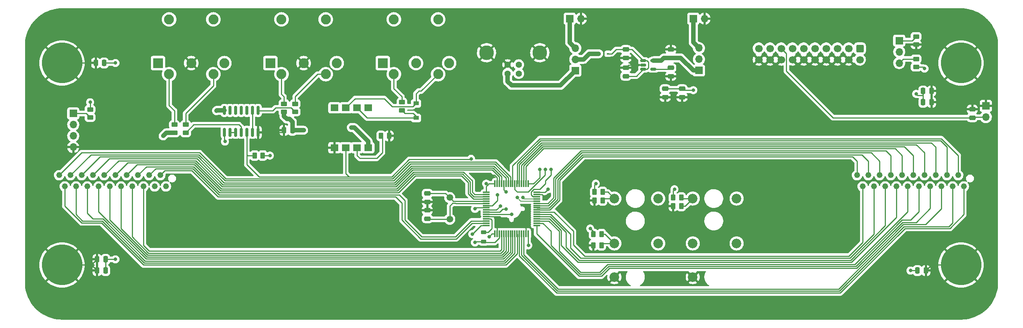
<source format=gbr>
%TF.GenerationSoftware,KiCad,Pcbnew,(6.0.5-0)*%
%TF.CreationDate,2022-06-25T13:19:03+02:00*%
%TF.ProjectId,hoatzin,686f6174-7a69-46e2-9e6b-696361645f70,rev?*%
%TF.SameCoordinates,Original*%
%TF.FileFunction,Copper,L1,Top*%
%TF.FilePolarity,Positive*%
%FSLAX46Y46*%
G04 Gerber Fmt 4.6, Leading zero omitted, Abs format (unit mm)*
G04 Created by KiCad (PCBNEW (6.0.5-0)) date 2022-06-25 13:19:03*
%MOMM*%
%LPD*%
G01*
G04 APERTURE LIST*
G04 Aperture macros list*
%AMRoundRect*
0 Rectangle with rounded corners*
0 $1 Rounding radius*
0 $2 $3 $4 $5 $6 $7 $8 $9 X,Y pos of 4 corners*
0 Add a 4 corners polygon primitive as box body*
4,1,4,$2,$3,$4,$5,$6,$7,$8,$9,$2,$3,0*
0 Add four circle primitives for the rounded corners*
1,1,$1+$1,$2,$3*
1,1,$1+$1,$4,$5*
1,1,$1+$1,$6,$7*
1,1,$1+$1,$8,$9*
0 Add four rect primitives between the rounded corners*
20,1,$1+$1,$2,$3,$4,$5,0*
20,1,$1+$1,$4,$5,$6,$7,0*
20,1,$1+$1,$6,$7,$8,$9,0*
20,1,$1+$1,$8,$9,$2,$3,0*%
G04 Aperture macros list end*
%TA.AperFunction,SMDPad,CuDef*%
%ADD10RoundRect,0.250000X0.262500X0.450000X-0.262500X0.450000X-0.262500X-0.450000X0.262500X-0.450000X0*%
%TD*%
%TA.AperFunction,ComponentPad*%
%ADD11C,3.316000*%
%TD*%
%TA.AperFunction,ComponentPad*%
%ADD12C,1.428000*%
%TD*%
%TA.AperFunction,SMDPad,CuDef*%
%ADD13RoundRect,0.250000X0.250000X0.475000X-0.250000X0.475000X-0.250000X-0.475000X0.250000X-0.475000X0*%
%TD*%
%TA.AperFunction,ComponentPad*%
%ADD14R,1.700000X1.700000*%
%TD*%
%TA.AperFunction,ComponentPad*%
%ADD15O,1.700000X1.700000*%
%TD*%
%TA.AperFunction,SMDPad,CuDef*%
%ADD16RoundRect,0.250000X-0.262500X-0.450000X0.262500X-0.450000X0.262500X0.450000X-0.262500X0.450000X0*%
%TD*%
%TA.AperFunction,SMDPad,CuDef*%
%ADD17RoundRect,0.075000X-0.700000X-0.075000X0.700000X-0.075000X0.700000X0.075000X-0.700000X0.075000X0*%
%TD*%
%TA.AperFunction,SMDPad,CuDef*%
%ADD18RoundRect,0.075000X-0.075000X-0.700000X0.075000X-0.700000X0.075000X0.700000X-0.075000X0.700000X0*%
%TD*%
%TA.AperFunction,SMDPad,CuDef*%
%ADD19RoundRect,0.250000X-0.475000X0.250000X-0.475000X-0.250000X0.475000X-0.250000X0.475000X0.250000X0*%
%TD*%
%TA.AperFunction,SMDPad,CuDef*%
%ADD20RoundRect,0.250000X0.450000X-0.262500X0.450000X0.262500X-0.450000X0.262500X-0.450000X-0.262500X0*%
%TD*%
%TA.AperFunction,ComponentPad*%
%ADD21C,9.200000*%
%TD*%
%TA.AperFunction,ComponentPad*%
%ADD22RoundRect,0.250000X-0.600000X0.600000X-0.600000X-0.600000X0.600000X-0.600000X0.600000X0.600000X0*%
%TD*%
%TA.AperFunction,ComponentPad*%
%ADD23C,1.700000*%
%TD*%
%TA.AperFunction,SMDPad,CuDef*%
%ADD24RoundRect,0.250000X0.475000X-0.250000X0.475000X0.250000X-0.475000X0.250000X-0.475000X-0.250000X0*%
%TD*%
%TA.AperFunction,ComponentPad*%
%ADD25C,1.500000*%
%TD*%
%TA.AperFunction,ComponentPad*%
%ADD26R,2.250000X2.250000*%
%TD*%
%TA.AperFunction,ComponentPad*%
%ADD27C,2.250000*%
%TD*%
%TA.AperFunction,SMDPad,CuDef*%
%ADD28R,0.600000X0.450000*%
%TD*%
%TA.AperFunction,SMDPad,CuDef*%
%ADD29RoundRect,0.150000X-0.512500X-0.150000X0.512500X-0.150000X0.512500X0.150000X-0.512500X0.150000X0*%
%TD*%
%TA.AperFunction,SMDPad,CuDef*%
%ADD30R,1.200000X0.900000*%
%TD*%
%TA.AperFunction,SMDPad,CuDef*%
%ADD31RoundRect,0.250000X-0.250000X-0.475000X0.250000X-0.475000X0.250000X0.475000X-0.250000X0.475000X0*%
%TD*%
%TA.AperFunction,SMDPad,CuDef*%
%ADD32RoundRect,0.250000X-0.450000X0.262500X-0.450000X-0.262500X0.450000X-0.262500X0.450000X0.262500X0*%
%TD*%
%TA.AperFunction,SMDPad,CuDef*%
%ADD33RoundRect,0.218750X0.381250X-0.218750X0.381250X0.218750X-0.381250X0.218750X-0.381250X-0.218750X0*%
%TD*%
%TA.AperFunction,SMDPad,CuDef*%
%ADD34RoundRect,0.150000X0.150000X-0.825000X0.150000X0.825000X-0.150000X0.825000X-0.150000X-0.825000X0*%
%TD*%
%TA.AperFunction,SMDPad,CuDef*%
%ADD35R,1.780000X1.520000*%
%TD*%
%TA.AperFunction,ComponentPad*%
%ADD36C,1.320800*%
%TD*%
%TA.AperFunction,ComponentPad*%
%ADD37C,2.172000*%
%TD*%
%TA.AperFunction,ViaPad*%
%ADD38C,0.800000*%
%TD*%
%TA.AperFunction,Conductor*%
%ADD39C,0.250000*%
%TD*%
%TA.AperFunction,Conductor*%
%ADD40C,1.000000*%
%TD*%
%TA.AperFunction,Conductor*%
%ADD41C,0.200000*%
%TD*%
G04 APERTURE END LIST*
D10*
%TO.P,R3,1*%
%TO.N,+3V3*%
X86002500Y-84455000D03*
%TO.P,R3,2*%
%TO.N,MIDI_UART_RX*%
X84177500Y-84455000D03*
%TD*%
D11*
%TO.P,J6,0,SHEILD*%
%TO.N,GND*%
X136601000Y-61176000D03*
X148641000Y-61176000D03*
D12*
%TO.P,J6,1,VBUS*%
%TO.N,USB_VBUS*%
X141371000Y-65886000D03*
%TO.P,J6,2,D-*%
%TO.N,USB_OTG_FS_D-*%
X143871000Y-65886000D03*
%TO.P,J6,3,D+*%
%TO.N,USB_OTG_FS_D+*%
X143871000Y-63886000D03*
%TO.P,J6,4,GND*%
%TO.N,GND*%
X141371000Y-63886000D03*
%TD*%
D13*
%TO.P,C9,1*%
%TO.N,GND*%
X237170000Y-72390000D03*
%TO.P,C9,2*%
%TO.N,+3V3*%
X235270000Y-72390000D03*
%TD*%
D14*
%TO.P,J11,1,Pin_1*%
%TO.N,3.3V_REG*%
X184597000Y-65197000D03*
D15*
%TO.P,J11,2,Pin_2*%
%TO.N,+3V3*%
X184597000Y-62657000D03*
%TO.P,J11,3,Pin_3*%
%TO.N,3.3V_EXT*%
X184597000Y-60117000D03*
%TD*%
D10*
%TO.P,R15,1*%
%TO.N,TRS2_T*%
X180617500Y-95885000D03*
%TO.P,R15,2*%
%TO.N,GND*%
X178792500Y-95885000D03*
%TD*%
D16*
%TO.P,R2,1*%
%TO.N,Net-(R2-Pad1)*%
X112752500Y-80010000D03*
%TO.P,R2,2*%
%TO.N,GND*%
X114577500Y-80010000D03*
%TD*%
D17*
%TO.P,U1,1,VBAT*%
%TO.N,+3V3*%
X136565000Y-92770000D03*
%TO.P,U1,2,PC13*%
%TO.N,K_L_BR2*%
X136565000Y-93270000D03*
%TO.P,U1,3,PC14*%
%TO.N,K_L_MK3*%
X136565000Y-93770000D03*
%TO.P,U1,4,PC15*%
%TO.N,K_L_BR3*%
X136565000Y-94270000D03*
%TO.P,U1,5,PH0*%
%TO.N,Net-(C2-Pad2)*%
X136565000Y-94770000D03*
%TO.P,U1,6,PH1*%
%TO.N,Net-(C3-Pad2)*%
X136565000Y-95270000D03*
%TO.P,U1,7,NRST*%
%TO.N,NRST*%
X136565000Y-95770000D03*
%TO.P,U1,8,PC0*%
%TO.N,Aftertouch*%
X136565000Y-96270000D03*
%TO.P,U1,9,PC1*%
%TO.N,TRS1_T*%
X136565000Y-96770000D03*
%TO.P,U1,10,PC2*%
%TO.N,TRS1_R*%
X136565000Y-97270000D03*
%TO.P,U1,11,PC3*%
%TO.N,TRS2_T*%
X136565000Y-97770000D03*
%TO.P,U1,12,VSSA*%
%TO.N,GND*%
X136565000Y-98270000D03*
%TO.P,U1,13,VDDA*%
%TO.N,Net-(FB1-Pad2)*%
X136565000Y-98770000D03*
%TO.P,U1,14,PA0*%
%TO.N,K_L_MK4*%
X136565000Y-99270000D03*
%TO.P,U1,15,PA1*%
%TO.N,K_L_BR4*%
X136565000Y-99770000D03*
%TO.P,U1,16,PA2*%
%TO.N,MIDI_UART_TX*%
X136565000Y-100270000D03*
D18*
%TO.P,U1,17,PA3*%
%TO.N,MIDI_UART_RX*%
X138490000Y-102195000D03*
%TO.P,U1,18,VSS*%
%TO.N,GND*%
X138990000Y-102195000D03*
%TO.P,U1,19,VDD*%
%TO.N,+3V3*%
X139490000Y-102195000D03*
%TO.P,U1,20,PA4*%
%TO.N,K_L_T7*%
X139990000Y-102195000D03*
%TO.P,U1,21,PA5*%
%TO.N,K_L_T6*%
X140490000Y-102195000D03*
%TO.P,U1,22,PA6*%
%TO.N,K_L_T5*%
X140990000Y-102195000D03*
%TO.P,U1,23,PA7*%
%TO.N,K_L_T4*%
X141490000Y-102195000D03*
%TO.P,U1,24,PC4*%
%TO.N,K_L_T3*%
X141990000Y-102195000D03*
%TO.P,U1,25,PC5*%
%TO.N,K_L_T2*%
X142490000Y-102195000D03*
%TO.P,U1,26,PB0*%
%TO.N,K_L_T1*%
X142990000Y-102195000D03*
%TO.P,U1,27,PB1*%
%TO.N,K_L_T0*%
X143490000Y-102195000D03*
%TO.P,U1,28,PB2*%
%TO.N,K_R_MK10*%
X143990000Y-102195000D03*
%TO.P,U1,29,PB10*%
%TO.N,K_R_BR10*%
X144490000Y-102195000D03*
%TO.P,U1,30,PB11*%
%TO.N,K_R_T7*%
X144990000Y-102195000D03*
%TO.P,U1,31,VSS*%
%TO.N,GND*%
X145490000Y-102195000D03*
%TO.P,U1,32,VDD*%
%TO.N,+3V3*%
X145990000Y-102195000D03*
D17*
%TO.P,U1,33,PB12*%
%TO.N,K_R_T6*%
X147915000Y-100270000D03*
%TO.P,U1,34,PB13*%
%TO.N,K_R_T5*%
X147915000Y-99770000D03*
%TO.P,U1,35,PB14*%
%TO.N,K_R_T4*%
X147915000Y-99270000D03*
%TO.P,U1,36,PB15*%
%TO.N,K_R_T3*%
X147915000Y-98770000D03*
%TO.P,U1,37,PC6*%
%TO.N,K_R_T2*%
X147915000Y-98270000D03*
%TO.P,U1,38,PC7*%
%TO.N,K_R_T1*%
X147915000Y-97770000D03*
%TO.P,U1,39,PC8*%
%TO.N,K_R_T0*%
X147915000Y-97270000D03*
%TO.P,U1,40,PC9*%
%TO.N,K_R_MK5*%
X147915000Y-96770000D03*
%TO.P,U1,41,PA8*%
%TO.N,K_R_BR5*%
X147915000Y-96270000D03*
%TO.P,U1,42,PA9*%
%TO.N,K_R_MK6*%
X147915000Y-95770000D03*
%TO.P,U1,43,PA10*%
%TO.N,K_R_BR6*%
X147915000Y-95270000D03*
%TO.P,U1,44,PA11*%
%TO.N,USB_OTG_FS_D-*%
X147915000Y-94770000D03*
%TO.P,U1,45,PA12*%
%TO.N,USB_OTG_FS_D+*%
X147915000Y-94270000D03*
%TO.P,U1,46,PA13*%
%TO.N,JTMS_SWDIO*%
X147915000Y-93770000D03*
%TO.P,U1,47,VSS*%
%TO.N,GND*%
X147915000Y-93270000D03*
%TO.P,U1,48,VDDUSB*%
%TO.N,+3V3*%
X147915000Y-92770000D03*
D18*
%TO.P,U1,49,PA14*%
%TO.N,JTCK_SWCLK*%
X145990000Y-90845000D03*
%TO.P,U1,50,PA15*%
%TO.N,K_R_MK7*%
X145490000Y-90845000D03*
%TO.P,U1,51,PC10*%
%TO.N,K_R_BR7*%
X144990000Y-90845000D03*
%TO.P,U1,52,PC11*%
%TO.N,K_R_MK8*%
X144490000Y-90845000D03*
%TO.P,U1,53,PC12*%
%TO.N,K_R_BR8*%
X143990000Y-90845000D03*
%TO.P,U1,54,PD2*%
%TO.N,K_R_MK9*%
X143490000Y-90845000D03*
%TO.P,U1,55,PB3*%
%TO.N,JTDO_SWO*%
X142990000Y-90845000D03*
%TO.P,U1,56,PB4*%
%TO.N,K_R_BR9*%
X142490000Y-90845000D03*
%TO.P,U1,57,PB5*%
%TO.N,K_L_MK0*%
X141990000Y-90845000D03*
%TO.P,U1,58,PB6*%
%TO.N,K_L_BR0*%
X141490000Y-90845000D03*
%TO.P,U1,59,PB7*%
%TO.N,K_L_MK1*%
X140990000Y-90845000D03*
%TO.P,U1,60,BOOT0*%
%TO.N,Net-(J10-Pad2)*%
X140490000Y-90845000D03*
%TO.P,U1,61,PB8*%
%TO.N,K_L_BR1*%
X139990000Y-90845000D03*
%TO.P,U1,62,PB9*%
%TO.N,K_L_MK2*%
X139490000Y-90845000D03*
%TO.P,U1,63,VSS*%
%TO.N,GND*%
X138990000Y-90845000D03*
%TO.P,U1,64,VDD*%
%TO.N,+3V3*%
X138490000Y-90845000D03*
%TD*%
D19*
%TO.P,C15,1*%
%TO.N,GND*%
X178247000Y-60452000D03*
%TO.P,C15,2*%
%TO.N,3.3V_REG*%
X178247000Y-62352000D03*
%TD*%
D20*
%TO.P,R6,1*%
%TO.N,Net-(R6-Pad1)*%
X68580000Y-79295000D03*
%TO.P,R6,2*%
%TO.N,Net-(J4-Pad5)*%
X68580000Y-77470000D03*
%TD*%
D13*
%TO.P,C8,1*%
%TO.N,GND*%
X235900000Y-110490000D03*
%TO.P,C8,2*%
%TO.N,+3V3*%
X234000000Y-110490000D03*
%TD*%
D21*
%TO.P,H3,1,1*%
%TO.N,GND*%
X40640000Y-109220000D03*
%TD*%
D22*
%TO.P,J7,1,VTREF*%
%TO.N,+3V3*%
X220980000Y-60207500D03*
D23*
%TO.P,J7,2,VCC/NC*%
%TO.N,unconnected-(J7-Pad2)*%
X220980000Y-62747500D03*
%TO.P,J7,3,~{TRST}*%
%TO.N,unconnected-(J7-Pad3)*%
X218440000Y-60207500D03*
%TO.P,J7,4,GND*%
%TO.N,GND*%
X218440000Y-62747500D03*
%TO.P,J7,5,TDI*%
%TO.N,unconnected-(J7-Pad5)*%
X215900000Y-60207500D03*
%TO.P,J7,6,GND*%
%TO.N,GND*%
X215900000Y-62747500D03*
%TO.P,J7,7,TMS/SWDIO*%
%TO.N,JTMS_SWDIO*%
X213360000Y-60207500D03*
%TO.P,J7,8,GND*%
%TO.N,GND*%
X213360000Y-62747500D03*
%TO.P,J7,9,TCK/SWDCLK*%
%TO.N,JTCK_SWCLK*%
X210820000Y-60207500D03*
%TO.P,J7,10,GND*%
%TO.N,GND*%
X210820000Y-62747500D03*
%TO.P,J7,11,RTCK*%
%TO.N,unconnected-(J7-Pad11)*%
X208280000Y-60207500D03*
%TO.P,J7,12,GND*%
%TO.N,GND*%
X208280000Y-62747500D03*
%TO.P,J7,13,TDO/SWO*%
%TO.N,JTDO_SWO*%
X205740000Y-60207500D03*
%TO.P,J7,14,GND*%
%TO.N,GND*%
X205740000Y-62747500D03*
%TO.P,J7,15,~{SRST}*%
%TO.N,NRST*%
X203200000Y-60207500D03*
%TO.P,J7,16,GND*%
%TO.N,GND*%
X203200000Y-62747500D03*
%TO.P,J7,17,DBGRQ/NC*%
%TO.N,unconnected-(J7-Pad17)*%
X200660000Y-60207500D03*
%TO.P,J7,18,GND*%
%TO.N,GND*%
X200660000Y-62747500D03*
%TO.P,J7,19,DBGACK/NC*%
%TO.N,unconnected-(J7-Pad19)*%
X198120000Y-60207500D03*
%TO.P,J7,20,GND*%
%TO.N,GND*%
X198120000Y-62747500D03*
%TD*%
D24*
%TO.P,C11,1*%
%TO.N,GND*%
X176977000Y-71242000D03*
%TO.P,C11,2*%
%TO.N,+3V3*%
X176977000Y-69342000D03*
%TD*%
D25*
%TO.P,e1,1,1*%
%TO.N,Net-(C2-Pad2)*%
X128270000Y-93979998D03*
%TO.P,e1,2,2*%
%TO.N,Net-(C3-Pad2)*%
X128270000Y-98859998D03*
%TD*%
D24*
%TO.P,C12,1*%
%TO.N,GND*%
X168087000Y-62352000D03*
%TO.P,C12,2*%
%TO.N,Net-(C12-Pad2)*%
X168087000Y-60452000D03*
%TD*%
D19*
%TO.P,C13,1*%
%TO.N,GND*%
X168087000Y-64582000D03*
%TO.P,C13,2*%
%TO.N,Net-(C12-Pad2)*%
X168087000Y-66482000D03*
%TD*%
D26*
%TO.P,J4,1*%
%TO.N,unconnected-(J4-Pad1)*%
X62350000Y-63529000D03*
D27*
%TO.P,J4,2*%
%TO.N,GND*%
X69850000Y-63529000D03*
%TO.P,J4,3*%
%TO.N,unconnected-(J4-Pad3)*%
X77350000Y-63529000D03*
%TO.P,J4,4*%
%TO.N,Net-(J4-Pad4)*%
X64850000Y-66029000D03*
%TO.P,J4,5*%
%TO.N,Net-(J4-Pad5)*%
X74850000Y-66029000D03*
%TO.P,J4,MH1*%
%TO.N,N/C*%
X64850000Y-53629000D03*
%TO.P,J4,MH2*%
X74850000Y-53629000D03*
%TD*%
D24*
%TO.P,C10,1*%
%TO.N,GND*%
X180787000Y-71242000D03*
%TO.P,C10,2*%
%TO.N,+3V3*%
X180787000Y-69342000D03*
%TD*%
D20*
%TO.P,R5,2*%
%TO.N,Net-(J5-Pad4)*%
X90805000Y-72747500D03*
%TO.P,R5,1*%
%TO.N,+5V*%
X90805000Y-74572500D03*
%TD*%
D14*
%TO.P,J16,1,Pin_1*%
%TO.N,GND*%
X249450000Y-73210000D03*
D15*
%TO.P,J16,2,Pin_2*%
%TO.N,NRST*%
X249450000Y-75750000D03*
%TD*%
D28*
%TO.P,D2,1,K*%
%TO.N,Net-(C12-Pad2)*%
X164057000Y-61402000D03*
%TO.P,D2,2,A*%
%TO.N,+5V*%
X161957000Y-61402000D03*
%TD*%
D20*
%TO.P,R18,1*%
%TO.N,+3V3*%
X233680000Y-64412500D03*
%TO.P,R18,2*%
%TO.N,Net-(J10-Pad3)*%
X233680000Y-62587500D03*
%TD*%
D21*
%TO.P,H1,1,1*%
%TO.N,GND*%
X40640000Y-63500000D03*
%TD*%
D14*
%TO.P,J10,1,Pin_1*%
%TO.N,Net-(J10-Pad1)*%
X229870000Y-58435000D03*
D15*
%TO.P,J10,2,Pin_2*%
%TO.N,Net-(J10-Pad2)*%
X229870000Y-60975000D03*
%TO.P,J10,3,Pin_3*%
%TO.N,Net-(J10-Pad3)*%
X229870000Y-63515000D03*
%TD*%
D29*
%TO.P,U4,1,VIN*%
%TO.N,Net-(C12-Pad2)*%
X172029500Y-62992000D03*
%TO.P,U4,2,GND*%
%TO.N,GND*%
X172029500Y-63942000D03*
%TO.P,U4,3,INH*%
%TO.N,Net-(C12-Pad2)*%
X172029500Y-64892000D03*
%TO.P,U4,4,BYP*%
%TO.N,Net-(C14-Pad2)*%
X174304500Y-64892000D03*
%TO.P,U4,5,VOUT*%
%TO.N,3.3V_REG*%
X174304500Y-62992000D03*
%TD*%
D19*
%TO.P,C16,1*%
%TO.N,GND*%
X246380000Y-73980000D03*
%TO.P,C16,2*%
%TO.N,NRST*%
X246380000Y-75880000D03*
%TD*%
D21*
%TO.P,H2,1,1*%
%TO.N,GND*%
X243840000Y-109220000D03*
%TD*%
D14*
%TO.P,J14,1,Pin_1*%
%TO.N,USB_VBUS*%
X156657000Y-65212000D03*
D15*
%TO.P,J14,2,Pin_2*%
%TO.N,+5V*%
X156657000Y-62672000D03*
%TO.P,J14,3,Pin_3*%
%TO.N,5V_EXT*%
X156657000Y-60132000D03*
%TD*%
D30*
%TO.P,D1,1,K*%
%TO.N,Net-(D1-Pad1)*%
X120650000Y-75945000D03*
%TO.P,D1,2,A*%
%TO.N,Net-(D1-Pad2)*%
X120650000Y-72645000D03*
%TD*%
D14*
%TO.P,J13,1,Pin_1*%
%TO.N,3.3V_EXT*%
X183327000Y-53462000D03*
D15*
%TO.P,J13,2,Pin_2*%
%TO.N,GND*%
X185867000Y-53462000D03*
%TD*%
D20*
%TO.P,R7,2*%
%TO.N,Net-(J5-Pad5)*%
X93345000Y-72747500D03*
%TO.P,R7,1*%
%TO.N,Net-(R7-Pad1)*%
X93345000Y-74572500D03*
%TD*%
D13*
%TO.P,C5,1*%
%TO.N,GND*%
X237170000Y-69850000D03*
%TO.P,C5,2*%
%TO.N,+3V3*%
X235270000Y-69850000D03*
%TD*%
D10*
%TO.P,R13,1*%
%TO.N,TRS1_R*%
X162560000Y-104775000D03*
%TO.P,R13,2*%
%TO.N,GND*%
X160735000Y-104775000D03*
%TD*%
D20*
%TO.P,R1,1*%
%TO.N,Net-(D1-Pad1)*%
X117475000Y-74215000D03*
%TO.P,R1,2*%
%TO.N,Net-(J3-Pad4)*%
X117475000Y-72390000D03*
%TD*%
D31*
%TO.P,C7,1*%
%TO.N,GND*%
X48580000Y-110490000D03*
%TO.P,C7,2*%
%TO.N,+3V3*%
X50480000Y-110490000D03*
%TD*%
D16*
%TO.P,R10,1*%
%TO.N,+3V3*%
X161012500Y-92710000D03*
%TO.P,R10,2*%
%TO.N,TRS1_T*%
X162837500Y-92710000D03*
%TD*%
D21*
%TO.P,H4,1,1*%
%TO.N,GND*%
X243840000Y-63500000D03*
%TD*%
D10*
%TO.P,R11,1*%
%TO.N,TRS1_T*%
X162837500Y-94615000D03*
%TO.P,R11,2*%
%TO.N,GND*%
X161012500Y-94615000D03*
%TD*%
D24*
%TO.P,C14,1*%
%TO.N,GND*%
X178247000Y-66482000D03*
%TO.P,C14,2*%
%TO.N,Net-(C14-Pad2)*%
X178247000Y-64582000D03*
%TD*%
D32*
%TO.P,R19,1*%
%TO.N,Net-(J10-Pad1)*%
X233680000Y-57507500D03*
%TO.P,R19,2*%
%TO.N,GND*%
X233680000Y-59332500D03*
%TD*%
D33*
%TO.P,FB1,1*%
%TO.N,+3V3*%
X135890000Y-103932500D03*
%TO.P,FB1,2*%
%TO.N,Net-(FB1-Pad2)*%
X135890000Y-101807500D03*
%TD*%
D16*
%TO.P,R12,1*%
%TO.N,+3V3*%
X160735000Y-102235000D03*
%TO.P,R12,2*%
%TO.N,TRS1_R*%
X162560000Y-102235000D03*
%TD*%
D20*
%TO.P,R4,1*%
%TO.N,+5V*%
X66040000Y-79295000D03*
%TO.P,R4,2*%
%TO.N,Net-(J4-Pad4)*%
X66040000Y-77470000D03*
%TD*%
D31*
%TO.P,C4,1*%
%TO.N,GND*%
X48580000Y-107950000D03*
%TO.P,C4,2*%
%TO.N,+3V3*%
X50480000Y-107950000D03*
%TD*%
D34*
%TO.P,U3,14,VCC*%
%TO.N,+5V*%
X77343000Y-74233000D03*
%TO.P,U3,13,6A*%
%TO.N,unconnected-(U3-Pad13)*%
X78613000Y-74233000D03*
%TO.P,U3,12,6Y*%
%TO.N,unconnected-(U3-Pad12)*%
X79883000Y-74233000D03*
%TO.P,U3,11,5A*%
%TO.N,unconnected-(U3-Pad11)*%
X81153000Y-74233000D03*
%TO.P,U3,10,5Y*%
%TO.N,unconnected-(U3-Pad10)*%
X82423000Y-74233000D03*
%TO.P,U3,9,4A*%
%TO.N,Net-(U3-Pad6)*%
X83693000Y-74233000D03*
%TO.P,U3,8,4Y*%
%TO.N,Net-(R7-Pad1)*%
X84963000Y-74233000D03*
%TO.P,U3,7,GND*%
%TO.N,GND*%
X84963000Y-79183000D03*
%TO.P,U3,6,3Y*%
%TO.N,Net-(U3-Pad6)*%
X83693000Y-79183000D03*
%TO.P,U3,5,3A*%
%TO.N,MIDI_UART_RX*%
X82423000Y-79183000D03*
%TO.P,U3,4,2Y*%
%TO.N,Net-(R6-Pad1)*%
X81153000Y-79183000D03*
%TO.P,U3,3,2A*%
%TO.N,Net-(U3-Pad2)*%
X79883000Y-79183000D03*
%TO.P,U3,2,1Y*%
X78613000Y-79183000D03*
%TO.P,U3,1,1A*%
%TO.N,MIDI_UART_TX*%
X77343000Y-79183000D03*
%TD*%
D26*
%TO.P,J3,1*%
%TO.N,unconnected-(J3-Pad1)*%
X113150000Y-63529000D03*
D27*
%TO.P,J3,2*%
%TO.N,unconnected-(J3-Pad2)*%
X120650000Y-63529000D03*
%TO.P,J3,3*%
%TO.N,unconnected-(J3-Pad3)*%
X128150000Y-63529000D03*
%TO.P,J3,4*%
%TO.N,Net-(J3-Pad4)*%
X115650000Y-66029000D03*
%TO.P,J3,5*%
%TO.N,Net-(D1-Pad2)*%
X125650000Y-66029000D03*
%TO.P,J3,MH1*%
%TO.N,N/C*%
X115650000Y-53629000D03*
%TO.P,J3,MH2*%
X125650000Y-53629000D03*
%TD*%
D14*
%TO.P,J12,1,Pin_1*%
%TO.N,5V_EXT*%
X155387000Y-53462000D03*
D15*
%TO.P,J12,2,Pin_2*%
%TO.N,GND*%
X157927000Y-53462000D03*
%TD*%
D16*
%TO.P,R14,1*%
%TO.N,+3V3*%
X178792500Y-93980000D03*
%TO.P,R14,2*%
%TO.N,TRS2_T*%
X180617500Y-93980000D03*
%TD*%
D24*
%TO.P,C2,1*%
%TO.N,GND*%
X123189998Y-94930000D03*
%TO.P,C2,2*%
%TO.N,Net-(C2-Pad2)*%
X123189998Y-93030000D03*
%TD*%
D31*
%TO.P,C6,1*%
%TO.N,GND*%
X48260000Y-63500000D03*
%TO.P,C6,2*%
%TO.N,+3V3*%
X50160000Y-63500000D03*
%TD*%
D19*
%TO.P,C3,1*%
%TO.N,GND*%
X123189998Y-96840000D03*
%TO.P,C3,2*%
%TO.N,Net-(C3-Pad2)*%
X123189998Y-98740000D03*
%TD*%
D35*
%TO.P,U2,1,NC*%
%TO.N,unconnected-(U2-Pad1)*%
X109855000Y-73660000D03*
%TO.P,U2,2,C1*%
%TO.N,Net-(D1-Pad1)*%
X107315000Y-73660000D03*
%TO.P,U2,3,C2*%
%TO.N,Net-(D1-Pad2)*%
X104775000Y-73660000D03*
%TO.P,U2,4,NC*%
%TO.N,unconnected-(U2-Pad4)*%
X102235000Y-73660000D03*
%TO.P,U2,5,GND*%
%TO.N,GND*%
X102235000Y-82670000D03*
%TO.P,U2,6,VO2*%
%TO.N,MIDI_UART_RX*%
X104775000Y-82670000D03*
%TO.P,U2,7,VO1*%
%TO.N,Net-(R2-Pad1)*%
X107315000Y-82670000D03*
%TO.P,U2,8,VCC*%
%TO.N,+5V*%
X109855000Y-82670000D03*
%TD*%
D31*
%TO.P,C1,2*%
%TO.N,+5V*%
X92710000Y-78740000D03*
%TO.P,C1,1*%
%TO.N,GND*%
X90810000Y-78740000D03*
%TD*%
D26*
%TO.P,J5,1*%
%TO.N,unconnected-(J5-Pad1)*%
X87750000Y-63529000D03*
D27*
%TO.P,J5,2*%
%TO.N,GND*%
X95250000Y-63529000D03*
%TO.P,J5,3*%
%TO.N,unconnected-(J5-Pad3)*%
X102750000Y-63529000D03*
%TO.P,J5,4*%
%TO.N,Net-(J5-Pad4)*%
X90250000Y-66029000D03*
%TO.P,J5,5*%
%TO.N,Net-(J5-Pad5)*%
X100250000Y-66029000D03*
%TO.P,J5,MH1*%
%TO.N,N/C*%
X90250000Y-53629000D03*
%TO.P,J5,MH2*%
X100250000Y-53629000D03*
%TD*%
D32*
%TO.P,R20,1*%
%TO.N,+3V3*%
X46990000Y-74017500D03*
%TO.P,R20,2*%
%TO.N,Aftertouch*%
X46990000Y-75842500D03*
%TD*%
D36*
%TO.P,J2,1,1*%
%TO.N,K_R_MK5*%
X220345000Y-88900000D03*
%TO.P,J2,2,2*%
%TO.N,K_R_T0*%
X221615000Y-91440000D03*
%TO.P,J2,3,3*%
%TO.N,K_R_BR5*%
X222885000Y-88900000D03*
%TO.P,J2,4,4*%
%TO.N,K_R_T1*%
X224155000Y-91440000D03*
%TO.P,J2,5,5*%
%TO.N,K_R_MK6*%
X225425000Y-88900000D03*
%TO.P,J2,6,6*%
%TO.N,K_R_T2*%
X226695000Y-91440000D03*
%TO.P,J2,7,7*%
%TO.N,K_R_BR6*%
X227965000Y-88900000D03*
%TO.P,J2,8,8*%
%TO.N,K_R_T3*%
X229235000Y-91440000D03*
%TO.P,J2,9,9*%
%TO.N,K_R_MK7*%
X230505000Y-88900000D03*
%TO.P,J2,10,10*%
%TO.N,K_R_T4*%
X231775000Y-91440000D03*
%TO.P,J2,11,11*%
%TO.N,K_R_BR7*%
X233045000Y-88900000D03*
%TO.P,J2,12,12*%
%TO.N,K_R_T5*%
X234315000Y-91440000D03*
%TO.P,J2,13,13*%
%TO.N,K_R_MK8*%
X235585000Y-88900000D03*
%TO.P,J2,14,14*%
%TO.N,K_R_T6*%
X236855000Y-91440000D03*
%TO.P,J2,15,15*%
%TO.N,K_R_BR8*%
X238125000Y-88900000D03*
%TO.P,J2,16,16*%
%TO.N,K_R_T7*%
X239395000Y-91440000D03*
%TO.P,J2,17,17*%
%TO.N,K_R_MK9*%
X240665000Y-88900000D03*
%TO.P,J2,18,18*%
%TO.N,K_R_BR10*%
X241935000Y-91440000D03*
%TO.P,J2,19,19*%
%TO.N,K_R_BR9*%
X243205000Y-88900000D03*
%TO.P,J2,20,20*%
%TO.N,K_R_MK10*%
X244475000Y-91440000D03*
%TD*%
D37*
%TO.P,J9,R1,RING*%
%TO.N,unconnected-(J9-PadR1)*%
X183210000Y-104343000D03*
%TO.P,J9,RB1,RING_SWITCH*%
%TO.N,unconnected-(J9-PadRB1)*%
X193116000Y-104343000D03*
%TO.P,J9,S1,SLEEVE*%
%TO.N,GND*%
X183210000Y-111963000D03*
%TO.P,J9,T1,TIP*%
%TO.N,TRS2_T*%
X183210000Y-94183000D03*
%TO.P,J9,TB1,TIP_SWITCH*%
%TO.N,unconnected-(J9-PadTB1)*%
X193116000Y-94183000D03*
%TD*%
%TO.P,J8,R1,RING*%
%TO.N,TRS1_R*%
X165490000Y-104343000D03*
%TO.P,J8,RB1,RING_SWITCH*%
%TO.N,unconnected-(J8-PadRB1)*%
X175396000Y-104343000D03*
%TO.P,J8,S1,SLEEVE*%
%TO.N,GND*%
X165490000Y-111963000D03*
%TO.P,J8,T1,TIP*%
%TO.N,TRS1_T*%
X165490000Y-94183000D03*
%TO.P,J8,TB1,TIP_SWITCH*%
%TO.N,unconnected-(J8-PadTB1)*%
X175396000Y-94183000D03*
%TD*%
D14*
%TO.P,J15,1,Pin_1*%
%TO.N,Aftertouch*%
X43180000Y-74930000D03*
D15*
%TO.P,J15,2,Pin_2*%
%TO.N,unconnected-(J15-Pad2)*%
X43180000Y-77470000D03*
%TO.P,J15,3,Pin_3*%
%TO.N,unconnected-(J15-Pad3)*%
X43180000Y-80010000D03*
%TO.P,J15,4,Pin_4*%
%TO.N,GND*%
X43180000Y-82550000D03*
%TD*%
D36*
%TO.P,J1,1,1*%
%TO.N,K_L_MK0*%
X40005000Y-88900000D03*
%TO.P,J1,2,2*%
%TO.N,K_L_T0*%
X41275000Y-91440000D03*
%TO.P,J1,3,3*%
%TO.N,K_L_BR0*%
X42545000Y-88900000D03*
%TO.P,J1,4,4*%
%TO.N,K_L_T1*%
X43815000Y-91440000D03*
%TO.P,J1,5,5*%
%TO.N,K_L_MK1*%
X45085000Y-88900000D03*
%TO.P,J1,6,6*%
%TO.N,K_L_T2*%
X46355000Y-91440000D03*
%TO.P,J1,7,7*%
%TO.N,K_L_BR1*%
X47625000Y-88900000D03*
%TO.P,J1,8,8*%
%TO.N,K_L_T3*%
X48895000Y-91440000D03*
%TO.P,J1,9,9*%
%TO.N,K_L_MK2*%
X50165000Y-88900000D03*
%TO.P,J1,10,10*%
%TO.N,K_L_T4*%
X51435000Y-91440000D03*
%TO.P,J1,11,11*%
%TO.N,K_L_BR2*%
X52705000Y-88900000D03*
%TO.P,J1,12,12*%
%TO.N,K_L_T5*%
X53975000Y-91440000D03*
%TO.P,J1,13,13*%
%TO.N,K_L_MK3*%
X55245000Y-88900000D03*
%TO.P,J1,14,14*%
%TO.N,K_L_T6*%
X56515000Y-91440000D03*
%TO.P,J1,15,15*%
%TO.N,K_L_BR3*%
X57785000Y-88900000D03*
%TO.P,J1,16,16*%
%TO.N,K_L_T7*%
X59055000Y-91440000D03*
%TO.P,J1,17,17*%
%TO.N,K_L_MK4*%
X60325000Y-88900000D03*
%TO.P,J1,18,18*%
%TO.N,unconnected-(J1-Pad18)*%
X61595000Y-91440000D03*
%TO.P,J1,19,19*%
%TO.N,K_L_BR4*%
X62865000Y-88900000D03*
%TO.P,J1,20,20*%
%TO.N,unconnected-(J1-Pad20)*%
X64135000Y-91440000D03*
%TD*%
D38*
%TO.N,+3V3*%
X87630000Y-84455000D03*
%TO.N,+5V*%
X75565000Y-74295000D03*
X63500000Y-80010000D03*
X95250000Y-78740000D03*
%TO.N,GND*%
X116840000Y-80010000D03*
%TO.N,+5V*%
X106045000Y-78105000D03*
%TO.N,GND*%
X87822000Y-79183000D03*
X149860000Y-93980000D03*
X176342000Y-60132000D03*
X120015000Y-92710000D03*
X175072000Y-70292000D03*
X158750000Y-94615000D03*
X158750000Y-104140000D03*
X146050000Y-99060000D03*
X140970000Y-99695000D03*
X180787000Y-66482000D03*
X136525000Y-88900000D03*
X169992000Y-63307000D03*
%TO.N,JTMS_SWDIO*%
X151130000Y-87630000D03*
%TO.N,JTCK_SWCLK*%
X148590000Y-87630000D03*
%TO.N,JTDO_SWO*%
X149860000Y-87630000D03*
%TO.N,NRST*%
X139065000Y-93345000D03*
%TO.N,TRS1_R*%
X140970000Y-96609500D03*
%TO.N,TRS1_T*%
X139700000Y-95885000D03*
%TO.N,TRS2_T*%
X142240000Y-97790000D03*
%TO.N,+3V3*%
X161290000Y-90805000D03*
X233680000Y-70485000D03*
X52705000Y-107950000D03*
X150495000Y-92075000D03*
X46990000Y-72390000D03*
X146050000Y-104775000D03*
X235585000Y-64770000D03*
X232410000Y-110490000D03*
X160020000Y-100965000D03*
X179070000Y-92075000D03*
X136525000Y-90805000D03*
X133985000Y-104140000D03*
X183327000Y-69657000D03*
X52705000Y-63500000D03*
%TO.N,MIDI_UART_RX*%
X133096000Y-85185980D03*
X137160000Y-102870000D03*
%TO.N,USB_OTG_FS_D+*%
X144780000Y-93980000D03*
%TO.N,USB_OTG_FS_D-*%
X143510000Y-93980000D03*
%TO.N,MIDI_UART_TX*%
X133350000Y-102235000D03*
X77470000Y-81280000D03*
%TO.N,Net-(J10-Pad2)*%
X140970000Y-92710000D03*
%TO.N,Aftertouch*%
X133985000Y-96520000D03*
%TD*%
D39*
%TO.N,MIDI_UART_RX*%
X84177500Y-84455000D02*
X82550000Y-84455000D01*
X82423000Y-79183000D02*
X82423000Y-84328000D01*
X82423000Y-84328000D02*
X82423000Y-86487000D01*
X82550000Y-84455000D02*
X82423000Y-84328000D01*
%TO.N,+3V3*%
X86002500Y-84455000D02*
X87630000Y-84455000D01*
%TO.N,Net-(R6-Pad1)*%
X81153000Y-77978000D02*
X81153000Y-79183000D01*
X80645000Y-77470000D02*
X70405000Y-77470000D01*
X81153000Y-77978000D02*
X80645000Y-77470000D01*
X70405000Y-77470000D02*
X68580000Y-79295000D01*
D40*
%TO.N,+5V*%
X77343000Y-74233000D02*
X75627000Y-74233000D01*
X75565000Y-74295000D02*
X75627000Y-74233000D01*
X64215000Y-79295000D02*
X63500000Y-80010000D01*
X66040000Y-79295000D02*
X64215000Y-79295000D01*
X92710000Y-78740000D02*
X95250000Y-78740000D01*
D39*
%TO.N,MIDI_UART_RX*%
X104775000Y-82670000D02*
X104775000Y-88519000D01*
X104775000Y-88519000D02*
X105526960Y-89270960D01*
D40*
%TO.N,USB_VBUS*%
X141371000Y-67711000D02*
X142240000Y-68580000D01*
X141371000Y-65886000D02*
X141371000Y-67711000D01*
X142240000Y-68580000D02*
X153289000Y-68580000D01*
X153289000Y-68580000D02*
X156657000Y-65212000D01*
D39*
%TO.N,Net-(D1-Pad1)*%
X118190000Y-74930000D02*
X120015000Y-74930000D01*
X117475000Y-74215000D02*
X118190000Y-74930000D01*
X120015000Y-74930000D02*
X120650000Y-75565000D01*
X120650000Y-75565000D02*
X120650000Y-75945000D01*
%TO.N,GND*%
X114577500Y-80010000D02*
X116840000Y-80010000D01*
%TO.N,Net-(R2-Pad1)*%
X112752500Y-80010000D02*
X113030000Y-80287500D01*
X113030000Y-80287500D02*
X113030000Y-83820000D01*
X113030000Y-83820000D02*
X111760000Y-85090000D01*
X111760000Y-85090000D02*
X107950000Y-85090000D01*
X107950000Y-85090000D02*
X107315000Y-84455000D01*
X107315000Y-84455000D02*
X107315000Y-82670000D01*
%TO.N,Net-(D1-Pad1)*%
X120650000Y-75945000D02*
X109600000Y-75945000D01*
X109600000Y-75945000D02*
X107315000Y-73660000D01*
%TO.N,Net-(D1-Pad2)*%
X121829000Y-69850000D02*
X121285000Y-69850000D01*
X125650000Y-66029000D02*
X121829000Y-69850000D01*
X120650000Y-70485000D02*
X120650000Y-72645000D01*
X121285000Y-69850000D02*
X120650000Y-70485000D01*
%TO.N,Net-(J3-Pad4)*%
X115650000Y-69295000D02*
X117475000Y-71120000D01*
X117475000Y-71120000D02*
X117475000Y-72390000D01*
X115650000Y-66029000D02*
X115650000Y-69295000D01*
%TO.N,Net-(D1-Pad2)*%
X104775000Y-73660000D02*
X106882020Y-71552980D01*
X106882020Y-71552980D02*
X113462980Y-71552980D01*
X115287980Y-73377980D02*
X119917020Y-73377980D01*
X113462980Y-71552980D02*
X115287980Y-73377980D01*
X119917020Y-73377980D02*
X120650000Y-72645000D01*
D40*
%TO.N,+5V*%
X109855000Y-82670000D02*
X109855000Y-81280000D01*
X106680000Y-78105000D02*
X106045000Y-78105000D01*
X109855000Y-81280000D02*
X106680000Y-78105000D01*
D39*
%TO.N,Net-(J5-Pad5)*%
X100250000Y-66029000D02*
X98436000Y-66029000D01*
X98436000Y-66029000D02*
X93345000Y-71120000D01*
X93345000Y-71120000D02*
X93345000Y-72747500D01*
%TO.N,Net-(J5-Pad4)*%
X90250000Y-70565000D02*
X90805000Y-71120000D01*
X90250000Y-66029000D02*
X90250000Y-70565000D01*
X90805000Y-71120000D02*
X90805000Y-72747500D01*
%TO.N,Net-(R7-Pad1)*%
X93345000Y-74572500D02*
X92432500Y-73660000D01*
X92432500Y-73660000D02*
X88900000Y-73660000D01*
X88265000Y-74295000D02*
X85025000Y-74295000D01*
X88900000Y-73660000D02*
X88265000Y-74295000D01*
X85025000Y-74295000D02*
X84963000Y-74233000D01*
D40*
%TO.N,+5V*%
X91440000Y-76200000D02*
X92075000Y-76200000D01*
X92075000Y-76200000D02*
X92710000Y-76835000D01*
X90805000Y-74572500D02*
X90805000Y-75565000D01*
X90805000Y-75565000D02*
X91440000Y-76200000D01*
X92710000Y-76835000D02*
X92710000Y-78740000D01*
D39*
%TO.N,GND*%
X87822000Y-79183000D02*
X90367000Y-79183000D01*
X84963000Y-79183000D02*
X87822000Y-79183000D01*
X90367000Y-79183000D02*
X90810000Y-78740000D01*
%TO.N,MIDI_UART_TX*%
X77470000Y-81280000D02*
X77343000Y-81153000D01*
X77343000Y-81153000D02*
X77343000Y-79183000D01*
%TO.N,Net-(U3-Pad2)*%
X79883000Y-79183000D02*
X78613000Y-79183000D01*
%TO.N,Net-(U3-Pad6)*%
X83693000Y-79183000D02*
X83693000Y-74233000D01*
%TO.N,Net-(J4-Pad4)*%
X64850000Y-73105000D02*
X66040000Y-74295000D01*
X66040000Y-74295000D02*
X66040000Y-77470000D01*
X64850000Y-66029000D02*
X64850000Y-73105000D01*
%TO.N,Net-(J4-Pad5)*%
X74850000Y-68660000D02*
X68580000Y-74930000D01*
X74850000Y-66029000D02*
X74850000Y-68660000D01*
X68580000Y-74930000D02*
X68580000Y-77470000D01*
%TO.N,MIDI_UART_RX*%
X82423000Y-86487000D02*
X85206960Y-89270960D01*
X85206960Y-89270960D02*
X105526960Y-89270960D01*
%TO.N,K_R_T7*%
X216162604Y-114670960D02*
X230767606Y-100065960D01*
X152772396Y-114670960D02*
X216162604Y-114670960D01*
X230767606Y-100065960D02*
X235849040Y-100065960D01*
X239395000Y-96520000D02*
X239395000Y-91440000D01*
X144990000Y-106888564D02*
X152772396Y-114670960D01*
X144990000Y-102195000D02*
X144990000Y-106888564D01*
X235849040Y-100065960D02*
X239395000Y-96520000D01*
%TO.N,K_R_T6*%
X162560000Y-111760000D02*
X164357121Y-109962879D01*
X230581409Y-99616440D02*
X233680000Y-99616440D01*
X236855000Y-96441440D02*
X236855000Y-91440000D01*
X220234968Y-109962879D02*
X230581409Y-99616440D01*
X164357121Y-109962879D02*
X220234968Y-109962879D01*
X157480000Y-111760000D02*
X162560000Y-111760000D01*
X233680000Y-99616440D02*
X236855000Y-96441440D01*
X147915000Y-102195000D02*
X157480000Y-111760000D01*
X147915000Y-100270000D02*
X147915000Y-102195000D01*
%TO.N,K_R_T5*%
X149300000Y-99770000D02*
X151130359Y-101600359D01*
X162373802Y-111310480D02*
X164170924Y-109513359D01*
X157666198Y-111310480D02*
X162373802Y-111310480D01*
X234315000Y-97155000D02*
X234315000Y-91440000D01*
X220048770Y-109513359D02*
X230502129Y-99060000D01*
X164170924Y-109513359D02*
X220048770Y-109513359D01*
X232410000Y-99060000D02*
X234315000Y-97155000D01*
X147915000Y-99770000D02*
X149300000Y-99770000D01*
X151130359Y-101600359D02*
X151130359Y-104774641D01*
X151130359Y-104774641D02*
X157666198Y-111310480D01*
X230502129Y-99060000D02*
X232410000Y-99060000D01*
%TO.N,K_R_T4*%
X157852396Y-110860960D02*
X162187604Y-110860960D01*
X153035000Y-106043564D02*
X157852396Y-110860960D01*
X153035000Y-101600000D02*
X153035000Y-106043564D01*
X162187604Y-110860960D02*
X163984726Y-109063839D01*
X219862572Y-109063839D02*
X231775000Y-97151411D01*
X147915000Y-99270000D02*
X150705000Y-99270000D01*
X163984726Y-109063839D02*
X219862572Y-109063839D01*
X150705000Y-99270000D02*
X153035000Y-101600000D01*
X231775000Y-97151411D02*
X231775000Y-91440000D01*
%TO.N,K_R_T3*%
X219075000Y-108585000D02*
X229235000Y-98425000D01*
X150840718Y-98770000D02*
X153484520Y-101413803D01*
X147915000Y-98770000D02*
X150840718Y-98770000D01*
X157294520Y-108585000D02*
X219075000Y-108585000D01*
X153484520Y-104775000D02*
X157294520Y-108585000D01*
X153484520Y-101413803D02*
X153484520Y-104775000D01*
X229235000Y-98425000D02*
X229235000Y-91440000D01*
%TO.N,K_R_T2*%
X218888802Y-108135480D02*
X157480718Y-108135480D01*
X154530119Y-101823685D02*
X150976436Y-98270000D01*
X226695000Y-100329282D02*
X218888802Y-108135480D01*
X157480718Y-108135480D02*
X154530119Y-105184881D01*
X154530119Y-105184881D02*
X154530119Y-101823685D01*
X226695000Y-91440000D02*
X226695000Y-100329282D01*
X150976436Y-98270000D02*
X147915000Y-98270000D01*
%TO.N,K_R_T1*%
X151112153Y-97770000D02*
X155575000Y-102232848D01*
X147915000Y-97770000D02*
X151112153Y-97770000D01*
X155575000Y-105410000D02*
X157850960Y-107685960D01*
X218702604Y-107685960D02*
X224155000Y-102233564D01*
X155575000Y-102232848D02*
X155575000Y-105410000D01*
X224155000Y-102233564D02*
X224155000Y-91440000D01*
X157850960Y-107685960D02*
X218702604Y-107685960D01*
%TO.N,K_R_T0*%
X151880000Y-97270000D02*
X147915000Y-97270000D01*
X158750000Y-107236440D02*
X156210000Y-104696440D01*
X156210000Y-104696440D02*
X156210000Y-101600000D01*
X221615000Y-104137846D02*
X218516406Y-107236440D01*
X156210000Y-101600000D02*
X151880000Y-97270000D01*
X218516406Y-107236440D02*
X158750000Y-107236440D01*
X221615000Y-91440000D02*
X221615000Y-104137846D01*
%TO.N,K_R_MK5*%
X220345000Y-85725000D02*
X220345000Y-88900000D01*
X219339399Y-84719399D02*
X220345000Y-85725000D01*
X150882153Y-96770000D02*
X153113560Y-94538593D01*
X153113560Y-94538593D02*
X153113560Y-90093594D01*
X158487755Y-84719399D02*
X219339399Y-84719399D01*
X147915000Y-96770000D02*
X150882153Y-96770000D01*
X153113560Y-90093594D02*
X158487755Y-84719399D01*
%TO.N,K_R_MK8*%
X235585000Y-83820000D02*
X235585000Y-88900000D01*
X144490000Y-86652154D02*
X149148594Y-81993560D01*
X233758560Y-81993560D02*
X235585000Y-83820000D01*
X149148594Y-81993560D02*
X233758560Y-81993560D01*
X144490000Y-90845000D02*
X144490000Y-86652154D01*
%TO.N,K_R_MK7*%
X145490000Y-86923590D02*
X149520990Y-82892600D01*
X149520990Y-82892600D02*
X228942600Y-82892600D01*
X228942600Y-82892600D02*
X230505000Y-84455000D01*
X230505000Y-84455000D02*
X230505000Y-88900000D01*
X145490000Y-90845000D02*
X145490000Y-86923590D01*
%TO.N,K_R_MK6*%
X152214520Y-89721198D02*
X158115359Y-83820359D01*
X147915000Y-95770000D02*
X150610717Y-95770000D01*
X150610717Y-95770000D02*
X152214520Y-94166197D01*
X158115359Y-83820359D02*
X223520359Y-83820359D01*
X225425000Y-85725000D02*
X225425000Y-88900000D01*
X223520359Y-83820359D02*
X225425000Y-85725000D01*
X152214520Y-94166197D02*
X152214520Y-89721198D01*
%TO.N,K_R_MK10*%
X216535000Y-115570000D02*
X231140000Y-100965000D01*
X152400000Y-115570000D02*
X216535000Y-115570000D01*
X244475000Y-97790000D02*
X244475000Y-91440000D01*
X241300000Y-100965000D02*
X244475000Y-97790000D01*
X143990000Y-107160000D02*
X152400000Y-115570000D01*
X143990000Y-102195000D02*
X143990000Y-107160000D01*
X231140000Y-100965000D02*
X241300000Y-100965000D01*
%TO.N,K_R_MK9*%
X240665000Y-88900000D02*
X240665000Y-82550718D01*
X148776198Y-81094520D02*
X143510000Y-86360718D01*
X239208802Y-81094520D02*
X148776198Y-81094520D01*
X143510000Y-86360718D02*
X143510000Y-90825000D01*
X143510000Y-90825000D02*
X143490000Y-90845000D01*
X240665000Y-82550718D02*
X239208802Y-81094520D01*
%TO.N,K_R_BR5*%
X221429879Y-84269879D02*
X158301557Y-84269879D01*
X150720955Y-96295480D02*
X147940480Y-96295480D01*
X222885000Y-88900000D02*
X222885000Y-85725000D01*
X147940480Y-96295480D02*
X147915000Y-96270000D01*
X152664040Y-89907396D02*
X152664040Y-94352395D01*
X152664040Y-94352395D02*
X150720955Y-96295480D01*
X222885000Y-85725000D02*
X221429879Y-84269879D01*
X158301557Y-84269879D02*
X152664040Y-89907396D01*
%TO.N,K_R_BR6*%
X227965000Y-88900000D02*
X227965000Y-84455000D01*
X151765000Y-93980000D02*
X150475000Y-95270000D01*
X157957880Y-83342120D02*
X151765000Y-89535000D01*
X151765000Y-89535000D02*
X151765000Y-93980000D01*
X227965000Y-84455000D02*
X226852120Y-83342120D01*
X226852120Y-83342120D02*
X157957880Y-83342120D01*
X150475000Y-95270000D02*
X147915000Y-95270000D01*
%TO.N,K_R_BR7*%
X149334792Y-82443080D02*
X144990000Y-86787872D01*
X231033080Y-82443080D02*
X149334792Y-82443080D01*
X144990000Y-86787872D02*
X144990000Y-90845000D01*
X233045000Y-88900000D02*
X233045000Y-84455000D01*
X233045000Y-84455000D02*
X231033080Y-82443080D01*
%TO.N,K_R_BR8*%
X143990000Y-86516436D02*
X143990000Y-90845000D01*
X237119040Y-81544040D02*
X148962396Y-81544040D01*
X238125000Y-82550000D02*
X237119040Y-81544040D01*
X148962396Y-81544040D02*
X143990000Y-86516436D01*
X238125000Y-88900000D02*
X238125000Y-82550000D01*
%TO.N,K_R_BR10*%
X216348802Y-115120480D02*
X152586198Y-115120480D01*
X144490000Y-107024282D02*
X144490000Y-102195000D01*
X241935000Y-99694282D02*
X241113802Y-100515480D01*
X241935000Y-91440000D02*
X241935000Y-99694282D01*
X216348802Y-115120480D02*
X230953803Y-100515480D01*
X241113802Y-100515480D02*
X230953803Y-100515480D01*
X152586198Y-115120480D02*
X144490000Y-107024282D01*
%TO.N,K_R_BR9*%
X142490000Y-86745000D02*
X148590000Y-80645000D01*
X243205000Y-84455000D02*
X243205000Y-88900000D01*
X239395000Y-80645000D02*
X243205000Y-84455000D01*
X142490000Y-90845000D02*
X142490000Y-86745000D01*
X148590000Y-80645000D02*
X239395000Y-80645000D01*
%TO.N,K_L_MK0*%
X138616198Y-85910480D02*
X141990000Y-89284282D01*
X40005000Y-88900000D02*
X45085000Y-83820000D01*
X119193803Y-85910480D02*
X138616198Y-85910480D01*
X141990000Y-89284282D02*
X141990000Y-90845000D01*
X45085000Y-83820000D02*
X71755717Y-83820000D01*
X115383802Y-89720480D02*
X119193803Y-85910480D01*
X71755717Y-83820000D02*
X77656198Y-89720480D01*
X77656198Y-89720480D02*
X115383802Y-89720480D01*
%TO.N,K_L_T0*%
X41275000Y-95885000D02*
X41275000Y-91440000D01*
X45085000Y-99695000D02*
X41275000Y-95885000D01*
X143510000Y-102215000D02*
X143510000Y-106680000D01*
X49530000Y-99695000D02*
X45085000Y-99695000D01*
X140970000Y-109220000D02*
X59055000Y-109220000D01*
X143490000Y-102195000D02*
X143510000Y-102215000D01*
X143510000Y-106680000D02*
X140970000Y-109220000D01*
X59055000Y-109220000D02*
X49530000Y-99695000D01*
%TO.N,K_L_BR0*%
X115570000Y-90170000D02*
X119380000Y-86360000D01*
X119380000Y-86360000D02*
X138430000Y-86360000D01*
X138430000Y-86360000D02*
X141490000Y-89420000D01*
X77470000Y-90170000D02*
X115570000Y-90170000D01*
X71569520Y-84269520D02*
X77470000Y-90170000D01*
X42545000Y-88900000D02*
X47175480Y-84269520D01*
X47175480Y-84269520D02*
X71569520Y-84269520D01*
X141490000Y-89420000D02*
X141490000Y-90845000D01*
%TO.N,K_L_T1*%
X49716197Y-99245480D02*
X59241198Y-108770480D01*
X43815000Y-97789282D02*
X45271198Y-99245480D01*
X142990000Y-106564282D02*
X142990000Y-102195000D01*
X43815000Y-91440000D02*
X43815000Y-97789282D01*
X59241198Y-108770480D02*
X140783802Y-108770480D01*
X45271198Y-99245480D02*
X49716197Y-99245480D01*
X140783802Y-108770480D02*
X142990000Y-106564282D01*
%TO.N,K_L_MK1*%
X49265960Y-84719040D02*
X71383322Y-84719040D01*
X77283803Y-90619520D02*
X115756198Y-90619520D01*
X140970000Y-89535718D02*
X140970000Y-90825000D01*
X119566197Y-86809520D02*
X138243802Y-86809520D01*
X140970000Y-90825000D02*
X140990000Y-90845000D01*
X115756198Y-90619520D02*
X119566197Y-86809520D01*
X45085000Y-88900000D02*
X49265960Y-84719040D01*
X71383322Y-84719040D02*
X77283803Y-90619520D01*
X138243802Y-86809520D02*
X140970000Y-89535718D01*
%TO.N,K_L_T2*%
X49902395Y-98795960D02*
X47625000Y-98795960D01*
X142490000Y-106428564D02*
X142490000Y-102195000D01*
X47625000Y-98795960D02*
X46355000Y-97525960D01*
X59427396Y-108320960D02*
X140597604Y-108320960D01*
X46355000Y-97525960D02*
X46355000Y-91440000D01*
X59427396Y-108320960D02*
X49902395Y-98795960D01*
X140597604Y-108320960D02*
X142490000Y-106428564D01*
%TO.N,K_L_BR1*%
X139990000Y-90845000D02*
X139990000Y-89191436D01*
X138057604Y-87259040D02*
X119752395Y-87259040D01*
X71120000Y-85168560D02*
X51356440Y-85168560D01*
X51356440Y-85168560D02*
X47625000Y-88900000D01*
X119752395Y-87259040D02*
X115942395Y-91069040D01*
X139990000Y-89191436D02*
X138057604Y-87259040D01*
X115942395Y-91069040D02*
X77020480Y-91069040D01*
X77020480Y-91069040D02*
X71120000Y-85168560D01*
%TO.N,K_L_T3*%
X141990000Y-102195000D02*
X141990000Y-106292846D01*
X48895000Y-97155000D02*
X50165000Y-98425000D01*
X141990000Y-106292846D02*
X140411406Y-107871440D01*
X140411406Y-107871440D02*
X59613594Y-107871440D01*
X48895000Y-91440000D02*
X48895000Y-97155000D01*
X59613594Y-107871440D02*
X50166077Y-98423923D01*
%TO.N,K_L_T4*%
X141490000Y-106157128D02*
X141490000Y-102195000D01*
X59799792Y-107421920D02*
X140225208Y-107421920D01*
X59799792Y-107421920D02*
X51435000Y-99057127D01*
X140225208Y-107421920D02*
X141490000Y-106157128D01*
X51435000Y-99057127D02*
X51435000Y-91440000D01*
%TO.N,K_L_BR2*%
X133350000Y-92710000D02*
X133910000Y-93270000D01*
X70747604Y-86067600D02*
X76648085Y-91968080D01*
X55537400Y-86067600D02*
X70747604Y-86067600D01*
X116314789Y-91968080D02*
X120124790Y-88158080D01*
X131338080Y-88158080D02*
X133350000Y-90170000D01*
X133350000Y-90170000D02*
X133350000Y-92710000D01*
X133910000Y-93270000D02*
X136565000Y-93270000D01*
X76648085Y-91968080D02*
X116314789Y-91968080D01*
X120124790Y-88158080D02*
X131338080Y-88158080D01*
X52705000Y-88900000D02*
X55537400Y-86067600D01*
%TO.N,K_L_T5*%
X59985990Y-106972400D02*
X53975000Y-100961409D01*
X140990000Y-106021410D02*
X140039010Y-106972400D01*
X53975000Y-100961409D02*
X53975000Y-91440000D01*
X140039010Y-106972400D02*
X59985990Y-106972400D01*
X140990000Y-102195000D02*
X140990000Y-106021410D01*
%TO.N,K_L_MK3*%
X70561406Y-86517120D02*
X76461888Y-92417600D01*
X132900480Y-92896198D02*
X133748803Y-93744520D01*
X133748803Y-93744520D02*
X135839040Y-93744520D01*
X135839040Y-93744520D02*
X135890000Y-93795480D01*
X132900480Y-90356198D02*
X132900480Y-92896198D01*
X76461888Y-92417600D02*
X116500986Y-92417600D01*
X57627880Y-86517120D02*
X70561406Y-86517120D01*
X120310988Y-88607600D02*
X131151882Y-88607600D01*
X55245000Y-88900000D02*
X57627880Y-86517120D01*
X131151882Y-88607600D02*
X132900480Y-90356198D01*
X116500986Y-92417600D02*
X120310988Y-88607600D01*
%TO.N,K_L_T6*%
X139852812Y-106522880D02*
X140490000Y-105885692D01*
X56515000Y-102865692D02*
X56515000Y-91440000D01*
X140490000Y-105885692D02*
X140490000Y-102195000D01*
X60172188Y-106522880D02*
X56515000Y-102865692D01*
X60172188Y-106522880D02*
X139852812Y-106522880D01*
%TO.N,K_L_BR3*%
X130965684Y-89057120D02*
X132450960Y-90542396D01*
X116687183Y-92867120D02*
X120497184Y-89057120D01*
X57785000Y-88900000D02*
X59718360Y-86966640D01*
X132450960Y-93082395D02*
X133638565Y-94270000D01*
X59718360Y-86966640D02*
X70375208Y-86966640D01*
X70375208Y-86966640D02*
X76275691Y-92867120D01*
X76275691Y-92867120D02*
X116687183Y-92867120D01*
X133638565Y-94270000D02*
X136565000Y-94270000D01*
X120497184Y-89057120D02*
X130965684Y-89057120D01*
X132450960Y-90542396D02*
X132450960Y-93082395D01*
%TO.N,K_L_T7*%
X139990000Y-102195000D02*
X139990000Y-105749974D01*
X139990000Y-105749974D02*
X139697487Y-106042487D01*
X59055000Y-104769974D02*
X59055000Y-91440000D01*
X139697487Y-106042487D02*
X60327513Y-106042487D01*
X60327513Y-106042487D02*
X59055000Y-104769974D01*
%TO.N,K_L_MK4*%
X129540000Y-102870000D02*
X121920000Y-102870000D01*
X136565000Y-99270000D02*
X133140000Y-99270000D01*
X60325000Y-88900000D02*
X61808840Y-87416160D01*
X118110000Y-94615000D02*
X116840000Y-93345000D01*
X118110000Y-99060000D02*
X118110000Y-94615000D01*
X133140000Y-99270000D02*
X129540000Y-102870000D01*
X76117852Y-93345000D02*
X116840000Y-93345000D01*
X121920000Y-102870000D02*
X118110000Y-99060000D01*
X61808840Y-87416160D02*
X70189010Y-87416160D01*
X70189010Y-87416160D02*
X76117852Y-93345000D01*
%TO.N,K_L_BR4*%
X117475000Y-99060717D02*
X117475000Y-95250000D01*
X133275718Y-99770000D02*
X129726197Y-103319520D01*
X70002814Y-87865680D02*
X75931655Y-93794520D01*
X129726197Y-103319520D02*
X121733802Y-103319520D01*
X117475000Y-95250000D02*
X116019520Y-93794520D01*
X121733802Y-103319520D02*
X117475000Y-99060717D01*
X63899320Y-87865680D02*
X62865000Y-88900000D01*
X116019520Y-93794520D02*
X75931655Y-93794520D01*
X70002814Y-87865680D02*
X63899320Y-87865680D01*
X136565000Y-99770000D02*
X133275718Y-99770000D01*
%TO.N,K_L_MK2*%
X137871406Y-87708560D02*
X139490000Y-89327154D01*
X70933802Y-85618080D02*
X76834282Y-91518560D01*
X53446920Y-85618080D02*
X70933802Y-85618080D01*
X119938592Y-87708560D02*
X137871406Y-87708560D01*
X116128592Y-91518560D02*
X119938592Y-87708560D01*
X139490000Y-89327154D02*
X139490000Y-90845000D01*
X76834282Y-91518560D02*
X116128592Y-91518560D01*
X50165000Y-88900000D02*
X53446920Y-85618080D01*
%TO.N,GND*%
X237170000Y-109220000D02*
X243840000Y-109220000D01*
X139700000Y-99695000D02*
X140970000Y-99695000D01*
X176977000Y-71242000D02*
X176022000Y-71242000D01*
X178247000Y-60452000D02*
X176662000Y-60452000D01*
X176022000Y-71242000D02*
X175072000Y-70292000D01*
X138990000Y-102195000D02*
X138990000Y-100405000D01*
X138990000Y-89462872D02*
X138427128Y-88900000D01*
X176662000Y-60452000D02*
X176342000Y-60132000D01*
X48580000Y-110490000D02*
X47310000Y-109220000D01*
X147915000Y-93270000D02*
X149150000Y-93270000D01*
X139545000Y-98270000D02*
X140970000Y-99695000D01*
X168727000Y-63942000D02*
X168087000Y-64582000D01*
X136565000Y-98270000D02*
X139545000Y-98270000D01*
X122235000Y-94930000D02*
X120015000Y-92710000D01*
X160735000Y-104775000D02*
X159385000Y-104775000D01*
X123189998Y-94930000D02*
X122235000Y-94930000D01*
X169992000Y-63942000D02*
X169992000Y-63307000D01*
X48260000Y-63500000D02*
X40640000Y-63500000D01*
X172029500Y-63942000D02*
X169992000Y-63942000D01*
X180787000Y-71242000D02*
X176977000Y-71242000D01*
X233680000Y-59332500D02*
X239672500Y-59332500D01*
X138990000Y-100405000D02*
X139700000Y-99695000D01*
X178792500Y-95885000D02*
X178792500Y-97432500D01*
X123189998Y-94930000D02*
X123189998Y-96840000D01*
X149150000Y-93270000D02*
X149860000Y-93980000D01*
X178247000Y-66482000D02*
X180787000Y-66482000D01*
X47310000Y-109220000D02*
X40640000Y-109220000D01*
X145490000Y-102195000D02*
X145490000Y-99620000D01*
X235900000Y-110490000D02*
X237170000Y-109220000D01*
X138427128Y-88900000D02*
X136525000Y-88900000D01*
X239672500Y-59332500D02*
X243840000Y-63500000D01*
X145490000Y-99620000D02*
X146050000Y-99060000D01*
X138990000Y-90845000D02*
X138990000Y-89462872D01*
X159385000Y-104775000D02*
X158750000Y-104140000D01*
X161012500Y-94615000D02*
X158750000Y-94615000D01*
X48580000Y-107950000D02*
X47310000Y-109220000D01*
X169992000Y-63942000D02*
X168727000Y-63942000D01*
D40*
%TO.N,+5V*%
X159832000Y-61402000D02*
X158562000Y-62672000D01*
X158562000Y-62672000D02*
X156657000Y-62672000D01*
X161957000Y-61402000D02*
X159832000Y-61402000D01*
D39*
%TO.N,JTMS_SWDIO*%
X147915000Y-93770000D02*
X147074994Y-93770000D01*
X147074994Y-93770000D02*
X146685000Y-93380006D01*
X146685000Y-93380006D02*
X146685000Y-92659994D01*
X149860000Y-90170000D02*
X151130000Y-88900000D01*
X147269994Y-92075000D02*
X148590000Y-92075000D01*
X151130000Y-88900000D02*
X151130000Y-87630000D01*
X146685000Y-92659994D02*
X147269994Y-92075000D01*
X149860000Y-90805000D02*
X149860000Y-90170000D01*
X148590000Y-92075000D02*
X149860000Y-90805000D01*
%TO.N,JTCK_SWCLK*%
X148590000Y-89483558D02*
X148590000Y-87630000D01*
X147228558Y-90845000D02*
X148590000Y-89483558D01*
X145990000Y-90845000D02*
X147228558Y-90845000D01*
%TO.N,JTDO_SWO*%
X145999276Y-92710000D02*
X143510000Y-92710000D01*
X142990000Y-92190000D02*
X142990000Y-90845000D01*
X149809277Y-88900000D02*
X145999276Y-92710000D01*
X149860000Y-87630000D02*
X149809277Y-87680723D01*
X143510000Y-92710000D02*
X142990000Y-92190000D01*
X149809277Y-88900000D02*
X149809277Y-87680723D01*
%TO.N,NRST*%
X136565000Y-95770000D02*
X137909282Y-95770000D01*
X204374511Y-65309511D02*
X204374511Y-61382011D01*
X137909282Y-95770000D02*
X139065000Y-94614282D01*
X204374511Y-61382011D02*
X203200000Y-60207500D01*
X139065000Y-94614282D02*
X139065000Y-93345000D01*
X249450000Y-75750000D02*
X246510000Y-75750000D01*
X214945000Y-75880000D02*
X204374511Y-65309511D01*
X246510000Y-75750000D02*
X246380000Y-75880000D01*
X246380000Y-75880000D02*
X214945000Y-75880000D01*
%TO.N,TRS1_R*%
X140970000Y-96609500D02*
X140245500Y-96609500D01*
X162560000Y-102235000D02*
X163382000Y-102235000D01*
X163382000Y-102235000D02*
X165490000Y-104343000D01*
X140245500Y-96609500D02*
X139585000Y-97270000D01*
X162560000Y-104775000D02*
X162992000Y-104343000D01*
X139585000Y-97270000D02*
X136565000Y-97270000D01*
X162992000Y-104343000D02*
X165490000Y-104343000D01*
%TO.N,TRS1_T*%
X163269500Y-94183000D02*
X165490000Y-94183000D01*
X138815000Y-96770000D02*
X139700000Y-95885000D01*
X162837500Y-94615000D02*
X163269500Y-94183000D01*
X136565000Y-96770000D02*
X138815000Y-96770000D01*
X164017000Y-92710000D02*
X162837500Y-92710000D01*
X165490000Y-94183000D02*
X164017000Y-92710000D01*
%TO.N,TRS2_T*%
X180617500Y-95885000D02*
X181508000Y-95885000D01*
X181508000Y-95885000D02*
X183210000Y-94183000D01*
X180820500Y-94183000D02*
X183210000Y-94183000D01*
X136565000Y-97770000D02*
X136585000Y-97790000D01*
X180617500Y-93980000D02*
X180820500Y-94183000D01*
X136585000Y-97790000D02*
X142240000Y-97790000D01*
%TO.N,+3V3*%
X178792500Y-92352500D02*
X179070000Y-92075000D01*
X136842500Y-91122500D02*
X136525000Y-90805000D01*
X147915000Y-92770000D02*
X149800000Y-92770000D01*
X234000000Y-110490000D02*
X232410000Y-110490000D01*
X233680000Y-70485000D02*
X234000000Y-70805000D01*
X50480000Y-107950000D02*
X50480000Y-110490000D01*
X134192500Y-103932500D02*
X133985000Y-104140000D01*
X137120000Y-90845000D02*
X136842500Y-91122500D01*
X233680000Y-64412500D02*
X235227500Y-64412500D01*
X136097500Y-104140000D02*
X135890000Y-103932500D01*
X136842500Y-91122500D02*
X136525000Y-91440000D01*
X235270000Y-69850000D02*
X235270000Y-70805000D01*
X138490000Y-90845000D02*
X137120000Y-90845000D01*
X160735000Y-102235000D02*
X160735000Y-101680000D01*
X145990000Y-104715000D02*
X146050000Y-104775000D01*
X139490000Y-103080000D02*
X138430000Y-104140000D01*
X136525000Y-92710000D02*
X136525000Y-91440000D01*
X149800000Y-92770000D02*
X150495000Y-92075000D01*
X181102000Y-69657000D02*
X183327000Y-69657000D01*
X161012500Y-92710000D02*
X161012500Y-91082500D01*
X160735000Y-101680000D02*
X160020000Y-100965000D01*
X139490000Y-102195000D02*
X139490000Y-103080000D01*
X46990000Y-74017500D02*
X46990000Y-72390000D01*
X235585000Y-64770000D02*
X235227500Y-64412500D01*
X235270000Y-70805000D02*
X235270000Y-72390000D01*
X135890000Y-103932500D02*
X134192500Y-103932500D01*
X180787000Y-69342000D02*
X176977000Y-69342000D01*
X138430000Y-104140000D02*
X136097500Y-104140000D01*
X145990000Y-102195000D02*
X145990000Y-104715000D01*
X161290000Y-90805000D02*
X161012500Y-91082500D01*
X50160000Y-63500000D02*
X52705000Y-63500000D01*
X180787000Y-69342000D02*
X181102000Y-69657000D01*
X50480000Y-107950000D02*
X52705000Y-107950000D01*
X234000000Y-70805000D02*
X235270000Y-70805000D01*
X178792500Y-93980000D02*
X178792500Y-92352500D01*
%TO.N,MIDI_UART_RX*%
X115197604Y-89270960D02*
X105526960Y-89270960D01*
X133096000Y-85185980D02*
X132937980Y-85344000D01*
X119124564Y-85344000D02*
X115197604Y-89270960D01*
X132937980Y-85344000D02*
X119124564Y-85344000D01*
X137835000Y-102195000D02*
X137160000Y-102870000D01*
X138490000Y-102195000D02*
X137835000Y-102195000D01*
D41*
%TO.N,USB_OTG_FS_D+*%
X144780000Y-93980000D02*
X145070000Y-94270000D01*
X147915000Y-94270000D02*
X145070000Y-94270000D01*
%TO.N,USB_OTG_FS_D-*%
X144300000Y-94770000D02*
X143510000Y-93980000D01*
X147915000Y-94770000D02*
X144300000Y-94770000D01*
D39*
%TO.N,MIDI_UART_TX*%
X135315000Y-100270000D02*
X133350000Y-102235000D01*
X136565000Y-100270000D02*
X135315000Y-100270000D01*
%TO.N,Net-(C2-Pad2)*%
X127320002Y-93030000D02*
X128270000Y-93979998D01*
X129060002Y-94770000D02*
X128270000Y-93979998D01*
X136565000Y-94770000D02*
X129060002Y-94770000D01*
X123189998Y-93030000D02*
X127320002Y-93030000D01*
%TO.N,Net-(C3-Pad2)*%
X128905000Y-95250000D02*
X128270000Y-95885000D01*
X123189998Y-98740000D02*
X123309996Y-98859998D01*
X128270000Y-95885000D02*
X128270000Y-98859998D01*
X129540000Y-95250000D02*
X128905000Y-95250000D01*
X123309996Y-98859998D02*
X128270000Y-98859998D01*
X129560000Y-95270000D02*
X129540000Y-95250000D01*
X136565000Y-95270000D02*
X129560000Y-95270000D01*
%TO.N,Net-(C12-Pad2)*%
X172852000Y-64892000D02*
X172029500Y-64892000D01*
X172029500Y-64892000D02*
X170439500Y-66482000D01*
X164912000Y-61402000D02*
X165862000Y-60452000D01*
X170439500Y-66482000D02*
X168087000Y-66482000D01*
X172029500Y-62992000D02*
X172852000Y-62992000D01*
X169489500Y-60452000D02*
X168087000Y-60452000D01*
X172852000Y-62992000D02*
X173167000Y-63307000D01*
X164057000Y-61402000D02*
X164912000Y-61402000D01*
X165862000Y-60452000D02*
X168087000Y-60452000D01*
X172029500Y-62992000D02*
X169489500Y-60452000D01*
X173167000Y-64577000D02*
X172852000Y-64892000D01*
X173167000Y-63307000D02*
X173167000Y-64577000D01*
%TO.N,Net-(C14-Pad2)*%
X174304500Y-64892000D02*
X177937000Y-64892000D01*
X177937000Y-64892000D02*
X178247000Y-64582000D01*
D40*
%TO.N,3.3V_REG*%
X180467000Y-62352000D02*
X183312000Y-65197000D01*
X183312000Y-65197000D02*
X184597000Y-65197000D01*
X176022000Y-62992000D02*
X176662000Y-62352000D01*
X176662000Y-62352000D02*
X178247000Y-62352000D01*
X174304500Y-62992000D02*
X176022000Y-62992000D01*
X178247000Y-62352000D02*
X180467000Y-62352000D01*
D39*
%TO.N,Net-(FB1-Pad2)*%
X137795000Y-100965000D02*
X136952500Y-101807500D01*
X137505000Y-98770000D02*
X137795000Y-99060000D01*
X137795000Y-99060000D02*
X137795000Y-100965000D01*
X136952500Y-101807500D02*
X135890000Y-101807500D01*
X136565000Y-98770000D02*
X137505000Y-98770000D01*
%TO.N,Net-(J10-Pad1)*%
X232752500Y-58435000D02*
X229870000Y-58435000D01*
X233680000Y-57507500D02*
X232752500Y-58435000D01*
%TO.N,Net-(J10-Pad2)*%
X140490000Y-92230000D02*
X140970000Y-92710000D01*
X140490000Y-90845000D02*
X140490000Y-92230000D01*
%TO.N,Net-(J10-Pad3)*%
X233680000Y-62587500D02*
X230797500Y-62587500D01*
X230797500Y-62587500D02*
X229870000Y-63515000D01*
D40*
%TO.N,3.3V_EXT*%
X183327000Y-58847000D02*
X184597000Y-60117000D01*
X183327000Y-53462000D02*
X183327000Y-58847000D01*
%TO.N,5V_EXT*%
X155387000Y-53462000D02*
X155387000Y-58862000D01*
X155387000Y-58862000D02*
X156657000Y-60132000D01*
D39*
%TO.N,Aftertouch*%
X134235000Y-96270000D02*
X136565000Y-96270000D01*
X46990000Y-75842500D02*
X46077500Y-74930000D01*
X46077500Y-74930000D02*
X43180000Y-74930000D01*
X133985000Y-96520000D02*
X134235000Y-96270000D01*
%TD*%
%TA.AperFunction,Conductor*%
%TO.N,GND*%
G36*
X243810018Y-51120000D02*
G01*
X243824851Y-51122310D01*
X243824855Y-51122310D01*
X243833724Y-51123691D01*
X243842626Y-51122527D01*
X243842629Y-51122527D01*
X243856536Y-51120708D01*
X243876995Y-51119711D01*
X244384076Y-51136311D01*
X244392280Y-51136849D01*
X244929905Y-51189801D01*
X244938062Y-51190875D01*
X245471086Y-51278877D01*
X245479172Y-51280486D01*
X246005272Y-51403156D01*
X246013226Y-51405287D01*
X246530205Y-51562111D01*
X246538013Y-51564761D01*
X247043600Y-51755051D01*
X247051217Y-51758206D01*
X247543288Y-51981160D01*
X247550683Y-51984807D01*
X248027109Y-52239462D01*
X248034249Y-52243584D01*
X248126260Y-52300800D01*
X248493024Y-52528868D01*
X248499850Y-52533429D01*
X248891022Y-52813739D01*
X248938982Y-52848107D01*
X248945524Y-52853127D01*
X249363115Y-53195836D01*
X249369314Y-53201272D01*
X249540687Y-53361780D01*
X249763618Y-53570578D01*
X249769422Y-53576382D01*
X249904380Y-53720475D01*
X250138728Y-53970686D01*
X250144164Y-53976885D01*
X250486873Y-54394476D01*
X250491893Y-54401018D01*
X250806571Y-54840150D01*
X250811132Y-54846976D01*
X251021615Y-55185461D01*
X251096416Y-55305751D01*
X251100538Y-55312891D01*
X251355193Y-55789317D01*
X251358840Y-55796712D01*
X251581794Y-56288783D01*
X251584949Y-56296400D01*
X251775239Y-56801987D01*
X251777889Y-56809795D01*
X251934713Y-57326774D01*
X251936844Y-57334728D01*
X251983977Y-57536866D01*
X252059514Y-57860827D01*
X252061123Y-57868913D01*
X252145021Y-58377075D01*
X252149124Y-58401929D01*
X252150199Y-58410095D01*
X252202407Y-58940163D01*
X252203150Y-58947708D01*
X252203689Y-58955924D01*
X252212150Y-59214376D01*
X252220041Y-59455451D01*
X252218608Y-59478955D01*
X252216309Y-59493724D01*
X252217473Y-59502626D01*
X252217473Y-59502628D01*
X252218422Y-59509885D01*
X252219742Y-59519973D01*
X252220436Y-59525283D01*
X252221500Y-59541621D01*
X252221500Y-113170633D01*
X252220000Y-113190018D01*
X252217690Y-113204851D01*
X252217690Y-113204855D01*
X252216309Y-113213724D01*
X252217473Y-113222626D01*
X252217473Y-113222629D01*
X252219292Y-113236536D01*
X252220289Y-113256995D01*
X252208230Y-113625383D01*
X252203690Y-113764064D01*
X252203151Y-113772280D01*
X252150200Y-114309896D01*
X252149124Y-114318071D01*
X252061123Y-114851086D01*
X252059514Y-114859173D01*
X251936847Y-115385262D01*
X251934713Y-115393226D01*
X251777889Y-115910205D01*
X251775239Y-115918013D01*
X251584949Y-116423600D01*
X251581794Y-116431217D01*
X251358840Y-116923288D01*
X251355193Y-116930683D01*
X251100538Y-117407109D01*
X251096416Y-117414249D01*
X250811132Y-117873024D01*
X250806571Y-117879850D01*
X250535267Y-118258454D01*
X250491893Y-118318982D01*
X250486873Y-118325524D01*
X250144164Y-118743115D01*
X250138728Y-118749314D01*
X249978220Y-118920687D01*
X249769422Y-119143618D01*
X249763618Y-119149422D01*
X249540687Y-119358220D01*
X249369314Y-119518728D01*
X249363115Y-119524164D01*
X248945524Y-119866873D01*
X248938982Y-119871893D01*
X248499850Y-120186571D01*
X248493024Y-120191132D01*
X248130453Y-120416593D01*
X248034249Y-120476416D01*
X248027109Y-120480538D01*
X247550683Y-120735193D01*
X247543288Y-120738840D01*
X247051217Y-120961794D01*
X247043600Y-120964949D01*
X246538013Y-121155239D01*
X246530205Y-121157889D01*
X246013226Y-121314713D01*
X246005272Y-121316844D01*
X245479173Y-121439514D01*
X245471087Y-121441123D01*
X244938062Y-121529125D01*
X244929905Y-121530199D01*
X244392280Y-121583151D01*
X244384076Y-121583689D01*
X244054900Y-121594465D01*
X243884549Y-121600041D01*
X243861045Y-121598608D01*
X243857842Y-121598110D01*
X243846276Y-121596309D01*
X243837374Y-121597473D01*
X243837372Y-121597473D01*
X243823464Y-121599292D01*
X243814714Y-121600436D01*
X243798379Y-121601500D01*
X40689367Y-121601500D01*
X40669982Y-121600000D01*
X40655149Y-121597690D01*
X40655145Y-121597690D01*
X40646276Y-121596309D01*
X40637374Y-121597473D01*
X40637371Y-121597473D01*
X40623464Y-121599292D01*
X40603005Y-121600289D01*
X40095924Y-121583689D01*
X40087720Y-121583151D01*
X39550095Y-121530199D01*
X39541938Y-121529125D01*
X39008913Y-121441123D01*
X39000827Y-121439514D01*
X38474728Y-121316844D01*
X38466774Y-121314713D01*
X37949795Y-121157889D01*
X37941987Y-121155239D01*
X37436400Y-120964949D01*
X37428783Y-120961794D01*
X36936712Y-120738840D01*
X36929317Y-120735193D01*
X36452891Y-120480538D01*
X36445751Y-120476416D01*
X36349547Y-120416593D01*
X35986976Y-120191132D01*
X35980150Y-120186571D01*
X35541018Y-119871893D01*
X35534476Y-119866873D01*
X35116885Y-119524164D01*
X35110686Y-119518728D01*
X34939313Y-119358220D01*
X34716382Y-119149422D01*
X34710578Y-119143618D01*
X34501780Y-118920687D01*
X34341272Y-118749314D01*
X34335836Y-118743115D01*
X33993127Y-118325524D01*
X33988107Y-118318982D01*
X33944733Y-118258454D01*
X33673429Y-117879850D01*
X33668868Y-117873024D01*
X33383584Y-117414249D01*
X33379462Y-117407109D01*
X33124807Y-116930683D01*
X33121160Y-116923288D01*
X32898206Y-116431217D01*
X32895051Y-116423600D01*
X32704761Y-115918013D01*
X32702111Y-115910205D01*
X32545287Y-115393226D01*
X32543153Y-115385262D01*
X32420486Y-114859173D01*
X32418877Y-114851086D01*
X32330876Y-114318071D01*
X32329800Y-114309896D01*
X32276849Y-113772280D01*
X32276310Y-113764064D01*
X32272549Y-113649146D01*
X32260083Y-113268355D01*
X32261763Y-113243329D01*
X32262769Y-113237352D01*
X32262770Y-113237345D01*
X32263576Y-113232552D01*
X32263729Y-113220000D01*
X32259773Y-113192376D01*
X32258500Y-113174514D01*
X32258500Y-113008238D01*
X37217302Y-113008238D01*
X37217328Y-113008608D01*
X37223117Y-113017197D01*
X37351493Y-113134832D01*
X37355681Y-113138347D01*
X37705207Y-113406546D01*
X37709698Y-113409691D01*
X38081243Y-113646391D01*
X38086015Y-113649146D01*
X38476763Y-113852556D01*
X38481751Y-113854883D01*
X38888756Y-114023469D01*
X38893925Y-114025351D01*
X39314063Y-114157820D01*
X39319386Y-114159246D01*
X39749473Y-114254594D01*
X39754885Y-114255549D01*
X40191645Y-114313049D01*
X40197144Y-114313531D01*
X40637252Y-114332746D01*
X40642748Y-114332746D01*
X41082856Y-114313531D01*
X41088355Y-114313049D01*
X41525115Y-114255549D01*
X41530527Y-114254594D01*
X41960614Y-114159246D01*
X41965937Y-114157820D01*
X42386075Y-114025351D01*
X42391244Y-114023469D01*
X42798249Y-113854883D01*
X42803237Y-113852556D01*
X43193985Y-113649146D01*
X43198757Y-113646391D01*
X43570302Y-113409691D01*
X43574793Y-113406546D01*
X43924319Y-113138347D01*
X43928507Y-113134832D01*
X44054539Y-113019345D01*
X44062753Y-113005749D01*
X44062743Y-113005379D01*
X44057332Y-112996542D01*
X40652812Y-109592022D01*
X40638868Y-109584408D01*
X40637035Y-109584539D01*
X40630420Y-109588790D01*
X37224916Y-112994294D01*
X37217302Y-113008238D01*
X32258500Y-113008238D01*
X32258500Y-109222748D01*
X35527254Y-109222748D01*
X35546469Y-109662856D01*
X35546951Y-109668355D01*
X35604451Y-110105115D01*
X35605406Y-110110527D01*
X35700754Y-110540614D01*
X35702180Y-110545937D01*
X35834649Y-110966075D01*
X35836531Y-110971244D01*
X36005117Y-111378249D01*
X36007444Y-111383237D01*
X36210854Y-111773985D01*
X36213609Y-111778757D01*
X36450309Y-112150302D01*
X36453454Y-112154793D01*
X36721653Y-112504319D01*
X36725168Y-112508507D01*
X36840655Y-112634539D01*
X36854251Y-112642753D01*
X36854621Y-112642743D01*
X36863458Y-112637332D01*
X40267978Y-109232812D01*
X40274356Y-109221132D01*
X41004408Y-109221132D01*
X41004539Y-109222965D01*
X41008790Y-109229580D01*
X44414294Y-112635084D01*
X44428238Y-112642698D01*
X44428608Y-112642672D01*
X44437197Y-112636883D01*
X44554832Y-112508507D01*
X44558347Y-112504319D01*
X44826546Y-112154793D01*
X44829691Y-112150302D01*
X45066391Y-111778757D01*
X45069146Y-111773985D01*
X45272556Y-111383237D01*
X45274883Y-111378249D01*
X45426548Y-111012095D01*
X47572001Y-111012095D01*
X47572338Y-111018614D01*
X47582257Y-111114206D01*
X47585149Y-111127600D01*
X47636588Y-111281784D01*
X47642761Y-111294962D01*
X47728063Y-111432807D01*
X47737099Y-111444208D01*
X47851829Y-111558739D01*
X47863240Y-111567751D01*
X48001243Y-111652816D01*
X48014424Y-111658963D01*
X48168710Y-111710138D01*
X48182086Y-111713005D01*
X48276438Y-111722672D01*
X48282854Y-111723000D01*
X48307885Y-111723000D01*
X48323124Y-111718525D01*
X48324329Y-111717135D01*
X48326000Y-111709452D01*
X48326000Y-111704884D01*
X48834000Y-111704884D01*
X48838475Y-111720123D01*
X48839865Y-111721328D01*
X48847548Y-111722999D01*
X48877095Y-111722999D01*
X48883614Y-111722662D01*
X48979206Y-111712743D01*
X48992600Y-111709851D01*
X49146784Y-111658412D01*
X49159962Y-111652239D01*
X49297807Y-111566937D01*
X49309208Y-111557901D01*
X49423738Y-111443172D01*
X49430794Y-111434238D01*
X49488712Y-111393177D01*
X49559635Y-111389947D01*
X49621046Y-111425574D01*
X49627846Y-111433407D01*
X49631522Y-111439348D01*
X49756697Y-111564305D01*
X49762927Y-111568145D01*
X49762928Y-111568146D01*
X49900288Y-111652816D01*
X49907262Y-111657115D01*
X49987005Y-111683564D01*
X50068611Y-111710632D01*
X50068613Y-111710632D01*
X50075139Y-111712797D01*
X50081975Y-111713497D01*
X50081978Y-111713498D01*
X50124027Y-111717806D01*
X50179600Y-111723500D01*
X50780400Y-111723500D01*
X50783646Y-111723163D01*
X50783650Y-111723163D01*
X50879308Y-111713238D01*
X50879312Y-111713237D01*
X50886166Y-111712526D01*
X50892702Y-111710345D01*
X50892704Y-111710345D01*
X51024806Y-111666272D01*
X51053946Y-111656550D01*
X51204348Y-111563478D01*
X51329305Y-111438303D01*
X51378315Y-111358794D01*
X51418275Y-111293968D01*
X51418276Y-111293966D01*
X51422115Y-111287738D01*
X51477797Y-111119861D01*
X51488500Y-111015400D01*
X51488500Y-109964600D01*
X51486793Y-109948148D01*
X51478238Y-109865692D01*
X51478237Y-109865688D01*
X51477526Y-109858834D01*
X51474887Y-109850922D01*
X51423868Y-109698002D01*
X51421550Y-109691054D01*
X51328478Y-109540652D01*
X51203303Y-109415695D01*
X51173382Y-109397251D01*
X51125890Y-109344478D01*
X51113500Y-109289992D01*
X51113500Y-109149899D01*
X51133502Y-109081778D01*
X51173197Y-109042755D01*
X51198120Y-109027332D01*
X51204348Y-109023478D01*
X51329305Y-108898303D01*
X51378315Y-108818794D01*
X51418275Y-108753968D01*
X51418276Y-108753966D01*
X51422115Y-108747738D01*
X51447955Y-108669833D01*
X51488386Y-108611473D01*
X51553950Y-108584236D01*
X51567548Y-108583500D01*
X51996800Y-108583500D01*
X52064921Y-108603502D01*
X52084147Y-108619843D01*
X52084420Y-108619540D01*
X52089332Y-108623963D01*
X52093747Y-108628866D01*
X52248248Y-108741118D01*
X52254276Y-108743802D01*
X52254278Y-108743803D01*
X52279342Y-108754962D01*
X52422712Y-108818794D01*
X52516113Y-108838647D01*
X52603056Y-108857128D01*
X52603061Y-108857128D01*
X52609513Y-108858500D01*
X52800487Y-108858500D01*
X52806939Y-108857128D01*
X52806944Y-108857128D01*
X52893887Y-108838647D01*
X52987288Y-108818794D01*
X53130658Y-108754962D01*
X53155722Y-108743803D01*
X53155724Y-108743802D01*
X53161752Y-108741118D01*
X53316253Y-108628866D01*
X53444040Y-108486944D01*
X53502314Y-108386010D01*
X53536223Y-108327279D01*
X53536224Y-108327278D01*
X53539527Y-108321556D01*
X53598542Y-108139928D01*
X53618504Y-107950000D01*
X53598542Y-107760072D01*
X53539527Y-107578444D01*
X53444040Y-107413056D01*
X53316253Y-107271134D01*
X53161752Y-107158882D01*
X53155724Y-107156198D01*
X53155722Y-107156197D01*
X52993319Y-107083891D01*
X52993318Y-107083891D01*
X52987288Y-107081206D01*
X52893887Y-107061353D01*
X52806944Y-107042872D01*
X52806939Y-107042872D01*
X52800487Y-107041500D01*
X52609513Y-107041500D01*
X52603061Y-107042872D01*
X52603056Y-107042872D01*
X52516113Y-107061353D01*
X52422712Y-107081206D01*
X52416682Y-107083891D01*
X52416681Y-107083891D01*
X52254278Y-107156197D01*
X52254276Y-107156198D01*
X52248248Y-107158882D01*
X52093747Y-107271134D01*
X52089332Y-107276037D01*
X52084420Y-107280460D01*
X52083295Y-107279211D01*
X52029986Y-107312051D01*
X51996800Y-107316500D01*
X51567538Y-107316500D01*
X51499417Y-107296498D01*
X51452924Y-107242842D01*
X51448014Y-107230376D01*
X51423868Y-107158002D01*
X51421550Y-107151054D01*
X51328478Y-107000652D01*
X51203303Y-106875695D01*
X51197072Y-106871854D01*
X51058968Y-106786725D01*
X51058966Y-106786724D01*
X51052738Y-106782885D01*
X50972995Y-106756436D01*
X50891389Y-106729368D01*
X50891387Y-106729368D01*
X50884861Y-106727203D01*
X50878025Y-106726503D01*
X50878022Y-106726502D01*
X50834969Y-106722091D01*
X50780400Y-106716500D01*
X50179600Y-106716500D01*
X50176354Y-106716837D01*
X50176350Y-106716837D01*
X50080692Y-106726762D01*
X50080688Y-106726763D01*
X50073834Y-106727474D01*
X50067298Y-106729655D01*
X50067296Y-106729655D01*
X50050928Y-106735116D01*
X49906054Y-106783450D01*
X49755652Y-106876522D01*
X49630695Y-107001697D01*
X49627898Y-107006235D01*
X49570647Y-107046824D01*
X49499724Y-107050054D01*
X49438313Y-107014428D01*
X49430938Y-107005932D01*
X49422902Y-106995793D01*
X49308171Y-106881261D01*
X49296760Y-106872249D01*
X49158757Y-106787184D01*
X49145576Y-106781037D01*
X48991290Y-106729862D01*
X48977914Y-106726995D01*
X48883562Y-106717328D01*
X48877145Y-106717000D01*
X48852115Y-106717000D01*
X48836876Y-106721475D01*
X48835671Y-106722865D01*
X48834000Y-106730548D01*
X48834000Y-109164882D01*
X48838143Y-109178992D01*
X48840368Y-109241273D01*
X48834000Y-109270547D01*
X48834000Y-111704884D01*
X48326000Y-111704884D01*
X48326000Y-110762115D01*
X48321525Y-110746876D01*
X48320135Y-110745671D01*
X48312452Y-110744000D01*
X47590116Y-110744000D01*
X47574877Y-110748475D01*
X47573672Y-110749865D01*
X47572001Y-110757548D01*
X47572001Y-111012095D01*
X45426548Y-111012095D01*
X45443469Y-110971244D01*
X45445351Y-110966075D01*
X45577820Y-110545937D01*
X45579246Y-110540614D01*
X45650793Y-110217885D01*
X47572000Y-110217885D01*
X47576475Y-110233124D01*
X47577865Y-110234329D01*
X47585548Y-110236000D01*
X48307885Y-110236000D01*
X48323124Y-110231525D01*
X48324329Y-110230135D01*
X48326000Y-110222452D01*
X48326000Y-109275118D01*
X48321857Y-109261008D01*
X48319632Y-109198727D01*
X48326000Y-109169453D01*
X48326000Y-108222115D01*
X48321525Y-108206876D01*
X48320135Y-108205671D01*
X48312452Y-108204000D01*
X47590116Y-108204000D01*
X47574877Y-108208475D01*
X47573672Y-108209865D01*
X47572001Y-108217548D01*
X47572001Y-108472095D01*
X47572338Y-108478614D01*
X47582257Y-108574206D01*
X47585149Y-108587600D01*
X47636588Y-108741784D01*
X47642761Y-108754962D01*
X47728063Y-108892807D01*
X47737099Y-108904208D01*
X47851829Y-109018739D01*
X47863240Y-109027751D01*
X48000983Y-109112657D01*
X48048476Y-109165429D01*
X48059900Y-109235501D01*
X48031626Y-109300625D01*
X48001170Y-109327061D01*
X47862193Y-109413063D01*
X47850792Y-109422099D01*
X47736261Y-109536829D01*
X47727249Y-109548240D01*
X47642184Y-109686243D01*
X47636037Y-109699424D01*
X47584862Y-109853710D01*
X47581995Y-109867086D01*
X47572328Y-109961438D01*
X47572000Y-109967855D01*
X47572000Y-110217885D01*
X45650793Y-110217885D01*
X45674594Y-110110527D01*
X45675549Y-110105115D01*
X45733049Y-109668355D01*
X45733531Y-109662856D01*
X45752746Y-109222748D01*
X45752746Y-109217252D01*
X45733531Y-108777144D01*
X45733049Y-108771645D01*
X45675549Y-108334885D01*
X45674594Y-108329473D01*
X45579246Y-107899386D01*
X45577820Y-107894063D01*
X45509659Y-107677885D01*
X47572000Y-107677885D01*
X47576475Y-107693124D01*
X47577865Y-107694329D01*
X47585548Y-107696000D01*
X48307885Y-107696000D01*
X48323124Y-107691525D01*
X48324329Y-107690135D01*
X48326000Y-107682452D01*
X48326000Y-106735116D01*
X48321525Y-106719877D01*
X48320135Y-106718672D01*
X48312452Y-106717001D01*
X48282905Y-106717001D01*
X48276386Y-106717338D01*
X48180794Y-106727257D01*
X48167400Y-106730149D01*
X48013216Y-106781588D01*
X48000038Y-106787761D01*
X47862193Y-106873063D01*
X47850792Y-106882099D01*
X47736261Y-106996829D01*
X47727249Y-107008240D01*
X47642184Y-107146243D01*
X47636037Y-107159424D01*
X47584862Y-107313710D01*
X47581995Y-107327086D01*
X47572328Y-107421438D01*
X47572000Y-107427855D01*
X47572000Y-107677885D01*
X45509659Y-107677885D01*
X45445351Y-107473925D01*
X45443469Y-107468756D01*
X45274883Y-107061751D01*
X45272556Y-107056763D01*
X45069146Y-106666015D01*
X45066391Y-106661243D01*
X44829691Y-106289698D01*
X44826546Y-106285207D01*
X44558347Y-105935681D01*
X44554832Y-105931493D01*
X44439345Y-105805461D01*
X44425749Y-105797247D01*
X44425379Y-105797257D01*
X44416542Y-105802668D01*
X41012022Y-109207188D01*
X41004408Y-109221132D01*
X40274356Y-109221132D01*
X40275592Y-109218868D01*
X40275461Y-109217035D01*
X40271210Y-109210420D01*
X36865706Y-105804916D01*
X36851762Y-105797302D01*
X36851392Y-105797328D01*
X36842803Y-105803117D01*
X36725168Y-105931493D01*
X36721653Y-105935681D01*
X36453454Y-106285207D01*
X36450309Y-106289698D01*
X36213609Y-106661243D01*
X36210854Y-106666015D01*
X36007444Y-107056763D01*
X36005117Y-107061751D01*
X35836531Y-107468756D01*
X35834649Y-107473925D01*
X35702180Y-107894063D01*
X35700754Y-107899386D01*
X35605406Y-108329473D01*
X35604451Y-108334885D01*
X35546951Y-108771645D01*
X35546469Y-108777144D01*
X35527254Y-109217252D01*
X35527254Y-109222748D01*
X32258500Y-109222748D01*
X32258500Y-105434251D01*
X37217247Y-105434251D01*
X37217257Y-105434621D01*
X37222668Y-105443458D01*
X40627188Y-108847978D01*
X40641132Y-108855592D01*
X40642965Y-108855461D01*
X40649580Y-108851210D01*
X44055084Y-105445706D01*
X44062698Y-105431762D01*
X44062672Y-105431392D01*
X44056883Y-105422803D01*
X43928507Y-105305168D01*
X43924319Y-105301653D01*
X43574793Y-105033454D01*
X43570302Y-105030309D01*
X43198757Y-104793609D01*
X43193985Y-104790854D01*
X42803237Y-104587444D01*
X42798249Y-104585117D01*
X42391244Y-104416531D01*
X42386075Y-104414649D01*
X41965937Y-104282180D01*
X41960614Y-104280754D01*
X41530527Y-104185406D01*
X41525115Y-104184451D01*
X41088355Y-104126951D01*
X41082856Y-104126469D01*
X40642748Y-104107254D01*
X40637252Y-104107254D01*
X40197144Y-104126469D01*
X40191645Y-104126951D01*
X39754885Y-104184451D01*
X39749473Y-104185406D01*
X39319386Y-104280754D01*
X39314063Y-104282180D01*
X38893925Y-104414649D01*
X38888756Y-104416531D01*
X38481751Y-104585117D01*
X38476763Y-104587444D01*
X38086015Y-104790854D01*
X38081243Y-104793609D01*
X37709698Y-105030309D01*
X37705207Y-105033454D01*
X37355681Y-105301653D01*
X37351493Y-105305168D01*
X37225461Y-105420655D01*
X37217247Y-105434251D01*
X32258500Y-105434251D01*
X32258500Y-88869271D01*
X38831494Y-88869271D01*
X38845545Y-89083640D01*
X38898426Y-89291859D01*
X38988366Y-89486954D01*
X39112353Y-89662392D01*
X39266236Y-89812298D01*
X39271032Y-89815503D01*
X39271035Y-89815505D01*
X39440055Y-89928440D01*
X39440060Y-89928443D01*
X39444860Y-89931650D01*
X39450169Y-89933931D01*
X39450171Y-89933932D01*
X39636932Y-90014172D01*
X39636936Y-90014173D01*
X39642242Y-90016453D01*
X39647874Y-90017727D01*
X39647876Y-90017728D01*
X39846137Y-90062590D01*
X39846142Y-90062591D01*
X39851774Y-90063865D01*
X39857545Y-90064092D01*
X39857547Y-90064092D01*
X39923614Y-90066688D01*
X40066438Y-90072299D01*
X40191168Y-90054214D01*
X40273321Y-90042303D01*
X40273325Y-90042302D01*
X40279043Y-90041473D01*
X40284515Y-90039615D01*
X40284517Y-90039615D01*
X40477007Y-89974273D01*
X40477009Y-89974272D01*
X40482471Y-89972418D01*
X40669909Y-89867448D01*
X40680833Y-89858363D01*
X40830640Y-89733769D01*
X40835078Y-89730078D01*
X40972448Y-89564909D01*
X41077418Y-89377471D01*
X41104699Y-89297106D01*
X41144615Y-89179517D01*
X41144615Y-89179515D01*
X41146473Y-89174043D01*
X41150808Y-89144146D01*
X41180379Y-89079600D01*
X41240151Y-89041288D01*
X41311147Y-89041374D01*
X41370827Y-89079829D01*
X41397627Y-89131211D01*
X41438426Y-89291859D01*
X41528366Y-89486954D01*
X41652353Y-89662392D01*
X41806236Y-89812298D01*
X41811032Y-89815503D01*
X41811035Y-89815505D01*
X41980055Y-89928440D01*
X41980060Y-89928443D01*
X41984860Y-89931650D01*
X41990169Y-89933931D01*
X41990171Y-89933932D01*
X42176932Y-90014172D01*
X42176936Y-90014173D01*
X42182242Y-90016453D01*
X42187874Y-90017727D01*
X42187876Y-90017728D01*
X42386137Y-90062590D01*
X42386142Y-90062591D01*
X42391774Y-90063865D01*
X42397545Y-90064092D01*
X42397547Y-90064092D01*
X42463614Y-90066688D01*
X42606438Y-90072299D01*
X42731168Y-90054214D01*
X42813321Y-90042303D01*
X42813325Y-90042302D01*
X42819043Y-90041473D01*
X42824515Y-90039615D01*
X42824517Y-90039615D01*
X43017007Y-89974273D01*
X43017009Y-89974272D01*
X43022471Y-89972418D01*
X43209909Y-89867448D01*
X43220833Y-89858363D01*
X43370640Y-89733769D01*
X43375078Y-89730078D01*
X43512448Y-89564909D01*
X43617418Y-89377471D01*
X43644699Y-89297106D01*
X43684615Y-89179517D01*
X43684615Y-89179515D01*
X43686473Y-89174043D01*
X43690808Y-89144146D01*
X43720379Y-89079600D01*
X43780151Y-89041288D01*
X43851147Y-89041374D01*
X43910827Y-89079829D01*
X43937627Y-89131211D01*
X43978426Y-89291859D01*
X44068366Y-89486954D01*
X44192353Y-89662392D01*
X44346236Y-89812298D01*
X44351032Y-89815503D01*
X44351035Y-89815505D01*
X44520055Y-89928440D01*
X44520060Y-89928443D01*
X44524860Y-89931650D01*
X44530169Y-89933931D01*
X44530171Y-89933932D01*
X44716932Y-90014172D01*
X44716936Y-90014173D01*
X44722242Y-90016453D01*
X44727874Y-90017727D01*
X44727876Y-90017728D01*
X44926137Y-90062590D01*
X44926142Y-90062591D01*
X44931774Y-90063865D01*
X44937545Y-90064092D01*
X44937547Y-90064092D01*
X45003614Y-90066688D01*
X45146438Y-90072299D01*
X45271168Y-90054214D01*
X45353321Y-90042303D01*
X45353325Y-90042302D01*
X45359043Y-90041473D01*
X45364515Y-90039615D01*
X45364517Y-90039615D01*
X45557007Y-89974273D01*
X45557009Y-89974272D01*
X45562471Y-89972418D01*
X45749909Y-89867448D01*
X45760833Y-89858363D01*
X45910640Y-89733769D01*
X45915078Y-89730078D01*
X46052448Y-89564909D01*
X46157418Y-89377471D01*
X46184699Y-89297106D01*
X46224615Y-89179517D01*
X46224615Y-89179515D01*
X46226473Y-89174043D01*
X46230808Y-89144146D01*
X46260379Y-89079600D01*
X46320151Y-89041288D01*
X46391147Y-89041374D01*
X46450827Y-89079829D01*
X46477627Y-89131211D01*
X46518426Y-89291859D01*
X46608366Y-89486954D01*
X46732353Y-89662392D01*
X46886236Y-89812298D01*
X46891032Y-89815503D01*
X46891035Y-89815505D01*
X47060055Y-89928440D01*
X47060060Y-89928443D01*
X47064860Y-89931650D01*
X47070169Y-89933931D01*
X47070171Y-89933932D01*
X47256932Y-90014172D01*
X47256936Y-90014173D01*
X47262242Y-90016453D01*
X47267874Y-90017727D01*
X47267876Y-90017728D01*
X47466137Y-90062590D01*
X47466142Y-90062591D01*
X47471774Y-90063865D01*
X47477545Y-90064092D01*
X47477547Y-90064092D01*
X47543614Y-90066688D01*
X47686438Y-90072299D01*
X47811168Y-90054214D01*
X47893321Y-90042303D01*
X47893325Y-90042302D01*
X47899043Y-90041473D01*
X47904515Y-90039615D01*
X47904517Y-90039615D01*
X48097007Y-89974273D01*
X48097009Y-89974272D01*
X48102471Y-89972418D01*
X48289909Y-89867448D01*
X48300833Y-89858363D01*
X48450640Y-89733769D01*
X48455078Y-89730078D01*
X48592448Y-89564909D01*
X48697418Y-89377471D01*
X48724699Y-89297106D01*
X48764615Y-89179517D01*
X48764615Y-89179515D01*
X48766473Y-89174043D01*
X48770808Y-89144146D01*
X48800379Y-89079600D01*
X48860151Y-89041288D01*
X48931147Y-89041374D01*
X48990827Y-89079829D01*
X49017627Y-89131211D01*
X49058426Y-89291859D01*
X49148366Y-89486954D01*
X49272353Y-89662392D01*
X49426236Y-89812298D01*
X49431032Y-89815503D01*
X49431035Y-89815505D01*
X49600055Y-89928440D01*
X49600060Y-89928443D01*
X49604860Y-89931650D01*
X49610169Y-89933931D01*
X49610171Y-89933932D01*
X49796932Y-90014172D01*
X49796936Y-90014173D01*
X49802242Y-90016453D01*
X49807874Y-90017727D01*
X49807876Y-90017728D01*
X50006137Y-90062590D01*
X50006142Y-90062591D01*
X50011774Y-90063865D01*
X50017545Y-90064092D01*
X50017547Y-90064092D01*
X50083614Y-90066688D01*
X50226438Y-90072299D01*
X50351168Y-90054214D01*
X50433321Y-90042303D01*
X50433325Y-90042302D01*
X50439043Y-90041473D01*
X50444515Y-90039615D01*
X50444517Y-90039615D01*
X50637007Y-89974273D01*
X50637009Y-89974272D01*
X50642471Y-89972418D01*
X50829909Y-89867448D01*
X50840833Y-89858363D01*
X50990640Y-89733769D01*
X50995078Y-89730078D01*
X51132448Y-89564909D01*
X51237418Y-89377471D01*
X51264699Y-89297106D01*
X51304615Y-89179517D01*
X51304615Y-89179515D01*
X51306473Y-89174043D01*
X51310808Y-89144146D01*
X51340379Y-89079600D01*
X51400151Y-89041288D01*
X51471147Y-89041374D01*
X51530827Y-89079829D01*
X51557627Y-89131211D01*
X51598426Y-89291859D01*
X51688366Y-89486954D01*
X51812353Y-89662392D01*
X51966236Y-89812298D01*
X51971032Y-89815503D01*
X51971035Y-89815505D01*
X52140055Y-89928440D01*
X52140060Y-89928443D01*
X52144860Y-89931650D01*
X52150169Y-89933931D01*
X52150171Y-89933932D01*
X52336932Y-90014172D01*
X52336936Y-90014173D01*
X52342242Y-90016453D01*
X52347874Y-90017727D01*
X52347876Y-90017728D01*
X52546137Y-90062590D01*
X52546142Y-90062591D01*
X52551774Y-90063865D01*
X52557545Y-90064092D01*
X52557547Y-90064092D01*
X52623614Y-90066688D01*
X52766438Y-90072299D01*
X52891168Y-90054214D01*
X52973321Y-90042303D01*
X52973325Y-90042302D01*
X52979043Y-90041473D01*
X52984515Y-90039615D01*
X52984517Y-90039615D01*
X53177007Y-89974273D01*
X53177009Y-89974272D01*
X53182471Y-89972418D01*
X53369909Y-89867448D01*
X53380833Y-89858363D01*
X53530640Y-89733769D01*
X53535078Y-89730078D01*
X53672448Y-89564909D01*
X53777418Y-89377471D01*
X53804699Y-89297106D01*
X53844615Y-89179517D01*
X53844615Y-89179515D01*
X53846473Y-89174043D01*
X53850808Y-89144146D01*
X53880379Y-89079600D01*
X53940151Y-89041288D01*
X54011147Y-89041374D01*
X54070827Y-89079829D01*
X54097627Y-89131211D01*
X54138426Y-89291859D01*
X54228366Y-89486954D01*
X54352353Y-89662392D01*
X54506236Y-89812298D01*
X54511032Y-89815503D01*
X54511035Y-89815505D01*
X54680055Y-89928440D01*
X54680060Y-89928443D01*
X54684860Y-89931650D01*
X54690169Y-89933931D01*
X54690171Y-89933932D01*
X54876932Y-90014172D01*
X54876936Y-90014173D01*
X54882242Y-90016453D01*
X54887874Y-90017727D01*
X54887876Y-90017728D01*
X55086137Y-90062590D01*
X55086142Y-90062591D01*
X55091774Y-90063865D01*
X55097545Y-90064092D01*
X55097547Y-90064092D01*
X55163614Y-90066688D01*
X55306438Y-90072299D01*
X55431168Y-90054214D01*
X55513321Y-90042303D01*
X55513325Y-90042302D01*
X55519043Y-90041473D01*
X55524515Y-90039615D01*
X55524517Y-90039615D01*
X55717007Y-89974273D01*
X55717009Y-89974272D01*
X55722471Y-89972418D01*
X55909909Y-89867448D01*
X55920833Y-89858363D01*
X56070640Y-89733769D01*
X56075078Y-89730078D01*
X56212448Y-89564909D01*
X56317418Y-89377471D01*
X56344699Y-89297106D01*
X56384615Y-89179517D01*
X56384615Y-89179515D01*
X56386473Y-89174043D01*
X56390808Y-89144146D01*
X56420379Y-89079600D01*
X56480151Y-89041288D01*
X56551147Y-89041374D01*
X56610827Y-89079829D01*
X56637627Y-89131211D01*
X56678426Y-89291859D01*
X56768366Y-89486954D01*
X56892353Y-89662392D01*
X57046236Y-89812298D01*
X57051032Y-89815503D01*
X57051035Y-89815505D01*
X57220055Y-89928440D01*
X57220060Y-89928443D01*
X57224860Y-89931650D01*
X57230169Y-89933931D01*
X57230171Y-89933932D01*
X57416932Y-90014172D01*
X57416936Y-90014173D01*
X57422242Y-90016453D01*
X57427874Y-90017727D01*
X57427876Y-90017728D01*
X57626137Y-90062590D01*
X57626142Y-90062591D01*
X57631774Y-90063865D01*
X57637545Y-90064092D01*
X57637547Y-90064092D01*
X57703614Y-90066688D01*
X57846438Y-90072299D01*
X57971168Y-90054214D01*
X58053321Y-90042303D01*
X58053325Y-90042302D01*
X58059043Y-90041473D01*
X58064515Y-90039615D01*
X58064517Y-90039615D01*
X58257007Y-89974273D01*
X58257009Y-89974272D01*
X58262471Y-89972418D01*
X58449909Y-89867448D01*
X58460833Y-89858363D01*
X58610640Y-89733769D01*
X58615078Y-89730078D01*
X58752448Y-89564909D01*
X58857418Y-89377471D01*
X58884699Y-89297106D01*
X58924615Y-89179517D01*
X58924615Y-89179515D01*
X58926473Y-89174043D01*
X58930808Y-89144146D01*
X58960379Y-89079600D01*
X59020151Y-89041288D01*
X59091147Y-89041374D01*
X59150827Y-89079829D01*
X59177627Y-89131211D01*
X59218426Y-89291859D01*
X59308366Y-89486954D01*
X59432353Y-89662392D01*
X59586236Y-89812298D01*
X59591032Y-89815503D01*
X59591035Y-89815505D01*
X59760055Y-89928440D01*
X59760060Y-89928443D01*
X59764860Y-89931650D01*
X59770169Y-89933931D01*
X59770171Y-89933932D01*
X59956932Y-90014172D01*
X59956936Y-90014173D01*
X59962242Y-90016453D01*
X59967874Y-90017727D01*
X59967876Y-90017728D01*
X60166137Y-90062590D01*
X60166142Y-90062591D01*
X60171774Y-90063865D01*
X60177545Y-90064092D01*
X60177547Y-90064092D01*
X60243614Y-90066688D01*
X60386438Y-90072299D01*
X60511168Y-90054214D01*
X60593321Y-90042303D01*
X60593325Y-90042302D01*
X60599043Y-90041473D01*
X60604515Y-90039615D01*
X60604517Y-90039615D01*
X60797007Y-89974273D01*
X60797009Y-89974272D01*
X60802471Y-89972418D01*
X60989909Y-89867448D01*
X61000833Y-89858363D01*
X61150640Y-89733769D01*
X61155078Y-89730078D01*
X61292448Y-89564909D01*
X61397418Y-89377471D01*
X61424699Y-89297106D01*
X61464615Y-89179517D01*
X61464615Y-89179515D01*
X61466473Y-89174043D01*
X61470808Y-89144146D01*
X61500379Y-89079600D01*
X61560151Y-89041288D01*
X61631147Y-89041374D01*
X61690827Y-89079829D01*
X61717627Y-89131211D01*
X61758426Y-89291859D01*
X61848366Y-89486954D01*
X61972353Y-89662392D01*
X62126236Y-89812298D01*
X62131032Y-89815503D01*
X62131035Y-89815505D01*
X62300055Y-89928440D01*
X62300060Y-89928443D01*
X62304860Y-89931650D01*
X62310169Y-89933931D01*
X62310171Y-89933932D01*
X62496932Y-90014172D01*
X62496936Y-90014173D01*
X62502242Y-90016453D01*
X62507874Y-90017727D01*
X62507876Y-90017728D01*
X62706137Y-90062590D01*
X62706142Y-90062591D01*
X62711774Y-90063865D01*
X62717545Y-90064092D01*
X62717547Y-90064092D01*
X62783614Y-90066688D01*
X62926438Y-90072299D01*
X63051168Y-90054214D01*
X63133321Y-90042303D01*
X63133325Y-90042302D01*
X63139043Y-90041473D01*
X63144515Y-90039615D01*
X63144517Y-90039615D01*
X63337007Y-89974273D01*
X63337009Y-89974272D01*
X63342471Y-89972418D01*
X63529909Y-89867448D01*
X63540833Y-89858363D01*
X63690640Y-89733769D01*
X63695078Y-89730078D01*
X63832448Y-89564909D01*
X63937418Y-89377471D01*
X63964699Y-89297106D01*
X64004615Y-89179517D01*
X64004615Y-89179515D01*
X64006473Y-89174043D01*
X64007302Y-89168325D01*
X64007303Y-89168321D01*
X64036766Y-88965112D01*
X64037299Y-88961438D01*
X64038908Y-88900000D01*
X64022688Y-88723477D01*
X64020920Y-88704232D01*
X64034605Y-88634567D01*
X64057296Y-88603608D01*
X64124819Y-88536085D01*
X64187131Y-88502059D01*
X64213914Y-88499180D01*
X65439956Y-88499180D01*
X65508077Y-88519182D01*
X65530766Y-88545367D01*
X65537966Y-88533166D01*
X65601377Y-88501236D01*
X65624044Y-88499180D01*
X69688220Y-88499180D01*
X69756341Y-88519182D01*
X69777315Y-88536085D01*
X75427998Y-94186767D01*
X75435542Y-94195057D01*
X75439655Y-94201538D01*
X75445432Y-94206963D01*
X75489322Y-94248178D01*
X75492164Y-94250933D01*
X75511886Y-94270655D01*
X75515010Y-94273078D01*
X75515014Y-94273082D01*
X75515079Y-94273132D01*
X75524100Y-94280837D01*
X75556334Y-94311106D01*
X75563282Y-94314925D01*
X75563284Y-94314927D01*
X75574087Y-94320866D01*
X75590614Y-94331722D01*
X75600353Y-94339277D01*
X75600355Y-94339278D01*
X75606615Y-94344134D01*
X75647195Y-94361694D01*
X75657843Y-94366911D01*
X75687553Y-94383244D01*
X75696595Y-94388215D01*
X75704271Y-94390186D01*
X75704274Y-94390187D01*
X75716217Y-94393253D01*
X75734921Y-94399657D01*
X75744916Y-94403982D01*
X75753510Y-94407701D01*
X75761333Y-94408940D01*
X75761343Y-94408943D01*
X75797179Y-94414619D01*
X75808799Y-94417025D01*
X75843944Y-94426048D01*
X75851625Y-94428020D01*
X75871879Y-94428020D01*
X75891589Y-94429571D01*
X75911598Y-94432740D01*
X75919490Y-94431994D01*
X75945122Y-94429571D01*
X75955617Y-94428579D01*
X75967474Y-94428020D01*
X115704926Y-94428020D01*
X115773047Y-94448022D01*
X115794021Y-94464925D01*
X116804595Y-95475499D01*
X116838621Y-95537811D01*
X116841500Y-95564594D01*
X116841500Y-98981950D01*
X116840973Y-98993133D01*
X116839298Y-99000626D01*
X116839547Y-99008552D01*
X116839547Y-99008553D01*
X116841438Y-99068703D01*
X116841500Y-99072662D01*
X116841500Y-99100573D01*
X116841997Y-99104507D01*
X116841997Y-99104508D01*
X116842005Y-99104573D01*
X116842938Y-99116410D01*
X116844327Y-99160606D01*
X116849978Y-99180056D01*
X116853987Y-99199417D01*
X116856526Y-99219514D01*
X116859445Y-99226885D01*
X116859445Y-99226887D01*
X116872804Y-99260629D01*
X116876649Y-99271859D01*
X116882522Y-99292074D01*
X116888982Y-99314310D01*
X116893015Y-99321129D01*
X116893017Y-99321134D01*
X116899293Y-99331745D01*
X116907988Y-99349493D01*
X116915448Y-99368334D01*
X116920110Y-99374750D01*
X116920110Y-99374751D01*
X116941436Y-99404104D01*
X116947952Y-99414024D01*
X116957153Y-99429581D01*
X116970458Y-99452079D01*
X116984779Y-99466400D01*
X116997619Y-99481433D01*
X117009528Y-99497824D01*
X117015634Y-99502875D01*
X117043605Y-99526015D01*
X117052384Y-99534005D01*
X121230145Y-103711767D01*
X121237689Y-103720057D01*
X121241802Y-103726538D01*
X121247579Y-103731963D01*
X121291469Y-103773178D01*
X121294311Y-103775933D01*
X121314032Y-103795654D01*
X121317227Y-103798132D01*
X121326249Y-103805838D01*
X121358481Y-103836106D01*
X121365430Y-103839926D01*
X121376234Y-103845866D01*
X121392758Y-103856719D01*
X121408761Y-103869133D01*
X121449345Y-103886696D01*
X121459975Y-103891903D01*
X121498742Y-103913215D01*
X121506419Y-103915186D01*
X121506424Y-103915188D01*
X121518360Y-103918252D01*
X121537068Y-103924657D01*
X121555657Y-103932701D01*
X121563485Y-103933941D01*
X121563492Y-103933943D01*
X121599326Y-103939619D01*
X121610946Y-103942025D01*
X121646091Y-103951048D01*
X121653772Y-103953020D01*
X121674026Y-103953020D01*
X121693736Y-103954571D01*
X121713745Y-103957740D01*
X121721637Y-103956994D01*
X121740382Y-103955222D01*
X121757764Y-103953579D01*
X121769621Y-103953020D01*
X129647430Y-103953020D01*
X129658613Y-103953547D01*
X129666106Y-103955222D01*
X129674032Y-103954973D01*
X129674033Y-103954973D01*
X129734196Y-103953082D01*
X129738154Y-103953020D01*
X129766053Y-103953020D01*
X129770044Y-103952516D01*
X129781877Y-103951584D01*
X129826086Y-103950194D01*
X129833700Y-103947982D01*
X129833705Y-103947981D01*
X129845538Y-103944543D01*
X129864901Y-103940532D01*
X129884994Y-103937994D01*
X129892361Y-103935077D01*
X129892366Y-103935076D01*
X129926105Y-103921718D01*
X129937332Y-103917874D01*
X129953367Y-103913215D01*
X129979790Y-103905538D01*
X129997225Y-103895227D01*
X130014973Y-103886532D01*
X130033814Y-103879072D01*
X130054184Y-103864273D01*
X130069584Y-103853084D01*
X130079504Y-103846568D01*
X130110732Y-103828100D01*
X130110735Y-103828098D01*
X130117559Y-103824062D01*
X130131880Y-103809741D01*
X130146914Y-103796900D01*
X130148629Y-103795654D01*
X130163304Y-103784992D01*
X130191495Y-103750915D01*
X130199485Y-103742136D01*
X131027755Y-102913866D01*
X132530004Y-101411619D01*
X132560431Y-101395004D01*
X132568301Y-101374789D01*
X132578976Y-101362647D01*
X133501220Y-100440403D01*
X133563530Y-100406379D01*
X133590313Y-100403500D01*
X133981405Y-100403500D01*
X134049526Y-100423502D01*
X134096019Y-100477158D01*
X134106123Y-100547432D01*
X134076629Y-100612012D01*
X134070503Y-100618593D01*
X133732505Y-100956590D01*
X133399499Y-101289596D01*
X133337187Y-101323621D01*
X133310404Y-101326500D01*
X133254513Y-101326500D01*
X133248061Y-101327872D01*
X133248056Y-101327872D01*
X133180279Y-101342279D01*
X133067712Y-101366206D01*
X133061682Y-101368891D01*
X133061681Y-101368891D01*
X132899278Y-101441197D01*
X132899276Y-101441198D01*
X132893248Y-101443882D01*
X132887907Y-101447762D01*
X132887906Y-101447763D01*
X132742142Y-101553667D01*
X132730391Y-101557860D01*
X132729686Y-101561099D01*
X132712734Y-101585024D01*
X132622368Y-101685386D01*
X132610960Y-101698056D01*
X132596073Y-101723841D01*
X132538687Y-101823237D01*
X132515473Y-101863444D01*
X132456458Y-102045072D01*
X132455768Y-102051633D01*
X132455768Y-102051635D01*
X132439445Y-102206945D01*
X132436496Y-102235000D01*
X132437186Y-102241565D01*
X132454484Y-102406142D01*
X132456458Y-102424928D01*
X132515473Y-102606556D01*
X132610960Y-102771944D01*
X132615378Y-102776851D01*
X132615379Y-102776852D01*
X132734325Y-102908955D01*
X132738747Y-102913866D01*
X132771044Y-102937331D01*
X132878188Y-103015176D01*
X132893248Y-103026118D01*
X132899276Y-103028802D01*
X132899278Y-103028803D01*
X133061681Y-103101109D01*
X133067712Y-103103794D01*
X133161113Y-103123647D01*
X133248056Y-103142128D01*
X133248061Y-103142128D01*
X133254513Y-103143500D01*
X133423144Y-103143500D01*
X133491265Y-103163502D01*
X133537758Y-103217158D01*
X133547862Y-103287432D01*
X133518368Y-103352012D01*
X133497205Y-103371436D01*
X133477899Y-103385463D01*
X133373747Y-103461134D01*
X133369326Y-103466044D01*
X133369325Y-103466045D01*
X133273836Y-103572097D01*
X133245960Y-103603056D01*
X133150473Y-103768444D01*
X133091458Y-103950072D01*
X133090768Y-103956633D01*
X133090768Y-103956635D01*
X133085220Y-104009424D01*
X133071496Y-104140000D01*
X133072186Y-104146565D01*
X133087844Y-104295538D01*
X133091458Y-104329928D01*
X133150473Y-104511556D01*
X133153776Y-104517278D01*
X133153777Y-104517279D01*
X133167474Y-104541002D01*
X133245960Y-104676944D01*
X133250378Y-104681851D01*
X133250379Y-104681852D01*
X133366671Y-104811007D01*
X133373747Y-104818866D01*
X133528248Y-104931118D01*
X133534276Y-104933802D01*
X133534278Y-104933803D01*
X133696681Y-105006109D01*
X133702712Y-105008794D01*
X133796113Y-105028647D01*
X133883056Y-105047128D01*
X133883061Y-105047128D01*
X133889513Y-105048500D01*
X134080487Y-105048500D01*
X134086939Y-105047128D01*
X134086944Y-105047128D01*
X134173888Y-105028647D01*
X134267288Y-105008794D01*
X134273319Y-105006109D01*
X134435722Y-104933803D01*
X134435724Y-104933802D01*
X134441752Y-104931118D01*
X134596253Y-104818866D01*
X134603329Y-104811007D01*
X134719621Y-104681852D01*
X134719622Y-104681851D01*
X134724040Y-104676944D01*
X134727339Y-104671231D01*
X134727342Y-104671226D01*
X134745080Y-104640502D01*
X134796463Y-104591508D01*
X134866177Y-104578073D01*
X134932087Y-104604460D01*
X134943217Y-104614329D01*
X135010858Y-104681852D01*
X135054947Y-104725864D01*
X135061177Y-104729704D01*
X135061178Y-104729705D01*
X135092514Y-104749020D01*
X135199308Y-104814849D01*
X135206256Y-104817154D01*
X135206257Y-104817154D01*
X135353738Y-104866072D01*
X135353740Y-104866072D01*
X135360269Y-104868238D01*
X135460428Y-104878500D01*
X136319572Y-104878500D01*
X136322818Y-104878163D01*
X136322822Y-104878163D01*
X136356603Y-104874658D01*
X136420982Y-104867978D01*
X136487796Y-104845687D01*
X136574905Y-104816625D01*
X136574907Y-104816624D01*
X136581849Y-104814308D01*
X136617323Y-104792356D01*
X136683626Y-104773500D01*
X138351233Y-104773500D01*
X138362416Y-104774027D01*
X138369909Y-104775702D01*
X138377835Y-104775453D01*
X138377836Y-104775453D01*
X138437986Y-104773562D01*
X138441945Y-104773500D01*
X138469856Y-104773500D01*
X138473791Y-104773003D01*
X138473856Y-104772995D01*
X138485693Y-104772062D01*
X138517951Y-104771048D01*
X138521970Y-104770922D01*
X138529889Y-104770673D01*
X138549343Y-104765021D01*
X138568700Y-104761013D01*
X138580930Y-104759468D01*
X138580931Y-104759468D01*
X138588797Y-104758474D01*
X138596168Y-104755555D01*
X138596170Y-104755555D01*
X138629912Y-104742196D01*
X138641142Y-104738351D01*
X138675983Y-104728229D01*
X138675984Y-104728229D01*
X138683593Y-104726018D01*
X138690412Y-104721985D01*
X138690417Y-104721983D01*
X138701028Y-104715707D01*
X138718776Y-104707012D01*
X138737617Y-104699552D01*
X138773387Y-104673564D01*
X138783307Y-104667048D01*
X138814535Y-104648580D01*
X138814538Y-104648578D01*
X138821362Y-104644542D01*
X138835683Y-104630221D01*
X138850717Y-104617380D01*
X138860694Y-104610131D01*
X138867107Y-104605472D01*
X138895298Y-104571395D01*
X138903288Y-104562616D01*
X139141405Y-104324499D01*
X139203717Y-104290473D01*
X139274532Y-104295538D01*
X139331368Y-104338085D01*
X139356179Y-104404605D01*
X139356500Y-104413594D01*
X139356500Y-105282987D01*
X139336498Y-105351108D01*
X139282842Y-105397601D01*
X139230500Y-105408987D01*
X60642108Y-105408987D01*
X60573987Y-105388985D01*
X60553012Y-105372082D01*
X59725404Y-104544473D01*
X59691379Y-104482161D01*
X59688500Y-104455378D01*
X59688500Y-92492660D01*
X59708502Y-92424539D01*
X59733931Y-92395786D01*
X59782366Y-92355503D01*
X59885078Y-92270078D01*
X60022448Y-92104909D01*
X60127418Y-91917471D01*
X60154699Y-91837106D01*
X60194615Y-91719517D01*
X60194615Y-91719515D01*
X60196473Y-91714043D01*
X60200808Y-91684146D01*
X60230379Y-91619600D01*
X60290151Y-91581288D01*
X60361147Y-91581374D01*
X60420827Y-91619829D01*
X60447627Y-91671211D01*
X60488426Y-91831859D01*
X60578366Y-92026954D01*
X60702353Y-92202392D01*
X60737539Y-92236669D01*
X60843956Y-92340335D01*
X60856236Y-92352298D01*
X60861032Y-92355503D01*
X60861035Y-92355505D01*
X61030055Y-92468440D01*
X61030060Y-92468443D01*
X61034860Y-92471650D01*
X61040169Y-92473931D01*
X61040171Y-92473932D01*
X61226932Y-92554172D01*
X61226936Y-92554173D01*
X61232242Y-92556453D01*
X61237874Y-92557727D01*
X61237876Y-92557728D01*
X61436137Y-92602590D01*
X61436142Y-92602591D01*
X61441774Y-92603865D01*
X61447545Y-92604092D01*
X61447547Y-92604092D01*
X61513614Y-92606688D01*
X61656438Y-92612299D01*
X61781168Y-92594214D01*
X61863321Y-92582303D01*
X61863325Y-92582302D01*
X61869043Y-92581473D01*
X61874515Y-92579615D01*
X61874517Y-92579615D01*
X62067007Y-92514273D01*
X62067009Y-92514272D01*
X62072471Y-92512418D01*
X62259909Y-92407448D01*
X62322364Y-92355505D01*
X62420535Y-92273856D01*
X62425078Y-92270078D01*
X62562448Y-92104909D01*
X62667418Y-91917471D01*
X62694699Y-91837106D01*
X62734615Y-91719517D01*
X62734615Y-91719515D01*
X62736473Y-91714043D01*
X62740808Y-91684146D01*
X62770379Y-91619600D01*
X62830151Y-91581288D01*
X62901147Y-91581374D01*
X62960827Y-91619829D01*
X62987627Y-91671211D01*
X63028426Y-91831859D01*
X63118366Y-92026954D01*
X63242353Y-92202392D01*
X63277539Y-92236669D01*
X63383956Y-92340335D01*
X63396236Y-92352298D01*
X63401032Y-92355503D01*
X63401035Y-92355505D01*
X63570055Y-92468440D01*
X63570060Y-92468443D01*
X63574860Y-92471650D01*
X63580169Y-92473931D01*
X63580171Y-92473932D01*
X63766932Y-92554172D01*
X63766936Y-92554173D01*
X63772242Y-92556453D01*
X63777874Y-92557727D01*
X63777876Y-92557728D01*
X63976137Y-92602590D01*
X63976142Y-92602591D01*
X63981774Y-92603865D01*
X63987545Y-92604092D01*
X63987547Y-92604092D01*
X64053614Y-92606688D01*
X64196438Y-92612299D01*
X64321168Y-92594214D01*
X64403321Y-92582303D01*
X64403325Y-92582302D01*
X64409043Y-92581473D01*
X64414515Y-92579615D01*
X64414517Y-92579615D01*
X64607007Y-92514273D01*
X64607009Y-92514272D01*
X64612471Y-92512418D01*
X64799909Y-92407448D01*
X64862364Y-92355505D01*
X64960535Y-92273856D01*
X64965078Y-92270078D01*
X65102448Y-92104909D01*
X65207418Y-91917471D01*
X65234699Y-91837106D01*
X65274615Y-91719517D01*
X65274615Y-91719515D01*
X65276473Y-91714043D01*
X65277302Y-91708325D01*
X65277303Y-91708321D01*
X65293895Y-91593886D01*
X65307299Y-91501438D01*
X65308908Y-91440000D01*
X65289251Y-91226072D01*
X65284406Y-91208891D01*
X65266809Y-91146498D01*
X65230938Y-91019309D01*
X65226759Y-91010833D01*
X65138475Y-90831814D01*
X65135921Y-90826635D01*
X65007384Y-90654502D01*
X65003147Y-90650586D01*
X65003144Y-90650582D01*
X64989274Y-90637761D01*
X64952827Y-90576833D01*
X64955107Y-90505873D01*
X64995389Y-90447410D01*
X65060883Y-90420006D01*
X65130796Y-90432361D01*
X65137800Y-90436115D01*
X65168215Y-90453675D01*
X65174501Y-90455717D01*
X65174500Y-90455717D01*
X65339765Y-90509415D01*
X65339766Y-90509415D01*
X65346044Y-90511455D01*
X65352607Y-90512145D01*
X65352608Y-90512145D01*
X65356890Y-90512595D01*
X65485380Y-90526100D01*
X65578620Y-90526100D01*
X65707110Y-90512595D01*
X65711392Y-90512145D01*
X65711393Y-90512145D01*
X65717956Y-90511455D01*
X65724234Y-90509415D01*
X65724235Y-90509415D01*
X65889500Y-90455717D01*
X65889499Y-90455717D01*
X65895785Y-90453675D01*
X65906637Y-90447410D01*
X66051994Y-90363488D01*
X66057715Y-90360185D01*
X66115569Y-90308093D01*
X66191766Y-90239485D01*
X66191767Y-90239483D01*
X66196669Y-90235070D01*
X66249756Y-90162002D01*
X66302692Y-90089142D01*
X66302693Y-90089141D01*
X66306573Y-90083800D01*
X66316017Y-90062590D01*
X66379940Y-89919016D01*
X66379940Y-89919014D01*
X66382625Y-89912985D01*
X66415716Y-89757303D01*
X66420128Y-89736547D01*
X66420128Y-89736543D01*
X66421500Y-89730090D01*
X66421500Y-89543110D01*
X66407387Y-89476710D01*
X66392934Y-89408717D01*
X66382625Y-89360215D01*
X66379940Y-89354184D01*
X66309258Y-89195430D01*
X66309257Y-89195428D01*
X66306573Y-89189400D01*
X66295416Y-89174043D01*
X66200548Y-89043469D01*
X66196669Y-89038130D01*
X66115575Y-88965112D01*
X66062623Y-88917434D01*
X66062622Y-88917433D01*
X66057715Y-88913015D01*
X65991935Y-88875037D01*
X65901508Y-88822829D01*
X65901507Y-88822828D01*
X65895785Y-88819525D01*
X65821722Y-88795461D01*
X65724235Y-88763785D01*
X65724234Y-88763785D01*
X65717956Y-88761745D01*
X65711393Y-88761055D01*
X65711392Y-88761055D01*
X65610873Y-88750490D01*
X65545217Y-88723477D01*
X65534504Y-88708126D01*
X65475454Y-88746076D01*
X65453127Y-88750490D01*
X65352608Y-88761055D01*
X65352607Y-88761055D01*
X65346044Y-88761745D01*
X65339766Y-88763785D01*
X65339765Y-88763785D01*
X65242278Y-88795461D01*
X65168215Y-88819525D01*
X65162493Y-88822828D01*
X65162492Y-88822829D01*
X65072065Y-88875037D01*
X65006285Y-88913015D01*
X65001378Y-88917433D01*
X65001377Y-88917434D01*
X64948426Y-88965112D01*
X64867331Y-89038130D01*
X64863452Y-89043469D01*
X64768585Y-89174043D01*
X64757427Y-89189400D01*
X64754743Y-89195428D01*
X64754742Y-89195430D01*
X64684060Y-89354184D01*
X64681375Y-89360215D01*
X64671066Y-89408717D01*
X64656614Y-89476710D01*
X64642500Y-89543110D01*
X64642500Y-89730090D01*
X64643872Y-89736543D01*
X64643872Y-89736547D01*
X64648284Y-89757303D01*
X64681375Y-89912985D01*
X64684060Y-89919014D01*
X64684060Y-89919016D01*
X64747984Y-90062590D01*
X64757427Y-90083800D01*
X64761307Y-90089141D01*
X64761308Y-90089142D01*
X64783907Y-90120247D01*
X64863715Y-90230092D01*
X64863860Y-90230292D01*
X64887718Y-90297160D01*
X64871638Y-90366311D01*
X64820724Y-90415791D01*
X64751142Y-90429891D01*
X64694690Y-90410916D01*
X64672826Y-90397121D01*
X64667943Y-90394040D01*
X64468408Y-90314434D01*
X64462748Y-90313308D01*
X64462744Y-90313307D01*
X64263374Y-90273650D01*
X64263371Y-90273650D01*
X64257707Y-90272523D01*
X64251932Y-90272447D01*
X64251928Y-90272447D01*
X64144255Y-90271038D01*
X64042896Y-90269711D01*
X64037199Y-90270690D01*
X64037198Y-90270690D01*
X63883151Y-90297160D01*
X63831170Y-90306092D01*
X63629620Y-90380448D01*
X63444994Y-90490288D01*
X63440654Y-90494094D01*
X63440650Y-90494097D01*
X63295222Y-90621635D01*
X63283477Y-90631935D01*
X63150478Y-90800644D01*
X63147789Y-90805755D01*
X63147787Y-90805758D01*
X63127107Y-90845065D01*
X63050450Y-90990765D01*
X63048189Y-90998047D01*
X62994713Y-91170271D01*
X62986745Y-91195931D01*
X62986638Y-91196837D01*
X62953661Y-91257921D01*
X62891512Y-91292243D01*
X62820673Y-91287517D01*
X62763635Y-91245242D01*
X62742872Y-91203454D01*
X62735286Y-91176556D01*
X62690938Y-91019309D01*
X62686759Y-91010833D01*
X62598475Y-90831814D01*
X62595921Y-90826635D01*
X62467384Y-90654502D01*
X62463148Y-90650586D01*
X62313870Y-90512595D01*
X62313867Y-90512593D01*
X62309630Y-90508676D01*
X62127943Y-90394040D01*
X61928408Y-90314434D01*
X61922748Y-90313308D01*
X61922744Y-90313307D01*
X61723374Y-90273650D01*
X61723371Y-90273650D01*
X61717707Y-90272523D01*
X61711932Y-90272447D01*
X61711928Y-90272447D01*
X61604255Y-90271038D01*
X61502896Y-90269711D01*
X61497199Y-90270690D01*
X61497198Y-90270690D01*
X61343151Y-90297160D01*
X61291170Y-90306092D01*
X61089620Y-90380448D01*
X60904994Y-90490288D01*
X60900654Y-90494094D01*
X60900650Y-90494097D01*
X60755222Y-90621635D01*
X60743477Y-90631935D01*
X60610478Y-90800644D01*
X60607789Y-90805755D01*
X60607787Y-90805758D01*
X60587107Y-90845065D01*
X60510450Y-90990765D01*
X60508189Y-90998047D01*
X60454713Y-91170271D01*
X60446745Y-91195931D01*
X60446638Y-91196837D01*
X60413661Y-91257921D01*
X60351512Y-91292243D01*
X60280673Y-91287517D01*
X60223635Y-91245242D01*
X60202872Y-91203454D01*
X60195286Y-91176556D01*
X60150938Y-91019309D01*
X60146759Y-91010833D01*
X60058475Y-90831814D01*
X60055921Y-90826635D01*
X59927384Y-90654502D01*
X59923148Y-90650586D01*
X59773870Y-90512595D01*
X59773867Y-90512593D01*
X59769630Y-90508676D01*
X59587943Y-90394040D01*
X59388408Y-90314434D01*
X59382748Y-90313308D01*
X59382744Y-90313307D01*
X59183374Y-90273650D01*
X59183371Y-90273650D01*
X59177707Y-90272523D01*
X59171932Y-90272447D01*
X59171928Y-90272447D01*
X59064255Y-90271038D01*
X58962896Y-90269711D01*
X58957199Y-90270690D01*
X58957198Y-90270690D01*
X58803151Y-90297160D01*
X58751170Y-90306092D01*
X58549620Y-90380448D01*
X58364994Y-90490288D01*
X58360654Y-90494094D01*
X58360650Y-90494097D01*
X58215222Y-90621635D01*
X58203477Y-90631935D01*
X58070478Y-90800644D01*
X58067789Y-90805755D01*
X58067787Y-90805758D01*
X58047107Y-90845065D01*
X57970450Y-90990765D01*
X57968189Y-90998047D01*
X57914713Y-91170271D01*
X57906745Y-91195931D01*
X57906638Y-91196837D01*
X57873661Y-91257921D01*
X57811512Y-91292243D01*
X57740673Y-91287517D01*
X57683635Y-91245242D01*
X57662872Y-91203454D01*
X57655286Y-91176556D01*
X57610938Y-91019309D01*
X57606759Y-91010833D01*
X57518475Y-90831814D01*
X57515921Y-90826635D01*
X57387384Y-90654502D01*
X57383148Y-90650586D01*
X57233870Y-90512595D01*
X57233867Y-90512593D01*
X57229630Y-90508676D01*
X57047943Y-90394040D01*
X56848408Y-90314434D01*
X56842748Y-90313308D01*
X56842744Y-90313307D01*
X56643374Y-90273650D01*
X56643371Y-90273650D01*
X56637707Y-90272523D01*
X56631932Y-90272447D01*
X56631928Y-90272447D01*
X56524255Y-90271038D01*
X56422896Y-90269711D01*
X56417199Y-90270690D01*
X56417198Y-90270690D01*
X56263151Y-90297160D01*
X56211170Y-90306092D01*
X56009620Y-90380448D01*
X55824994Y-90490288D01*
X55820654Y-90494094D01*
X55820650Y-90494097D01*
X55675222Y-90621635D01*
X55663477Y-90631935D01*
X55530478Y-90800644D01*
X55527789Y-90805755D01*
X55527787Y-90805758D01*
X55507107Y-90845065D01*
X55430450Y-90990765D01*
X55428189Y-90998047D01*
X55374713Y-91170271D01*
X55366745Y-91195931D01*
X55366638Y-91196837D01*
X55333661Y-91257921D01*
X55271512Y-91292243D01*
X55200673Y-91287517D01*
X55143635Y-91245242D01*
X55122872Y-91203454D01*
X55115286Y-91176556D01*
X55070938Y-91019309D01*
X55066759Y-91010833D01*
X54978475Y-90831814D01*
X54975921Y-90826635D01*
X54847384Y-90654502D01*
X54843148Y-90650586D01*
X54693870Y-90512595D01*
X54693867Y-90512593D01*
X54689630Y-90508676D01*
X54507943Y-90394040D01*
X54308408Y-90314434D01*
X54302748Y-90313308D01*
X54302744Y-90313307D01*
X54103374Y-90273650D01*
X54103371Y-90273650D01*
X54097707Y-90272523D01*
X54091932Y-90272447D01*
X54091928Y-90272447D01*
X53984255Y-90271038D01*
X53882896Y-90269711D01*
X53877199Y-90270690D01*
X53877198Y-90270690D01*
X53723151Y-90297160D01*
X53671170Y-90306092D01*
X53469620Y-90380448D01*
X53284994Y-90490288D01*
X53280654Y-90494094D01*
X53280650Y-90494097D01*
X53135222Y-90621635D01*
X53123477Y-90631935D01*
X52990478Y-90800644D01*
X52987789Y-90805755D01*
X52987787Y-90805758D01*
X52967107Y-90845065D01*
X52890450Y-90990765D01*
X52888189Y-90998047D01*
X52834713Y-91170271D01*
X52826745Y-91195931D01*
X52826638Y-91196837D01*
X52793661Y-91257921D01*
X52731512Y-91292243D01*
X52660673Y-91287517D01*
X52603635Y-91245242D01*
X52582872Y-91203454D01*
X52575286Y-91176556D01*
X52530938Y-91019309D01*
X52526759Y-91010833D01*
X52438475Y-90831814D01*
X52435921Y-90826635D01*
X52307384Y-90654502D01*
X52303148Y-90650586D01*
X52153870Y-90512595D01*
X52153867Y-90512593D01*
X52149630Y-90508676D01*
X51967943Y-90394040D01*
X51768408Y-90314434D01*
X51762748Y-90313308D01*
X51762744Y-90313307D01*
X51563374Y-90273650D01*
X51563371Y-90273650D01*
X51557707Y-90272523D01*
X51551932Y-90272447D01*
X51551928Y-90272447D01*
X51444255Y-90271038D01*
X51342896Y-90269711D01*
X51337199Y-90270690D01*
X51337198Y-90270690D01*
X51183151Y-90297160D01*
X51131170Y-90306092D01*
X50929620Y-90380448D01*
X50744994Y-90490288D01*
X50740654Y-90494094D01*
X50740650Y-90494097D01*
X50595222Y-90621635D01*
X50583477Y-90631935D01*
X50450478Y-90800644D01*
X50447789Y-90805755D01*
X50447787Y-90805758D01*
X50427107Y-90845065D01*
X50350450Y-90990765D01*
X50348189Y-90998047D01*
X50294713Y-91170271D01*
X50286745Y-91195931D01*
X50286638Y-91196837D01*
X50253661Y-91257921D01*
X50191512Y-91292243D01*
X50120673Y-91287517D01*
X50063635Y-91245242D01*
X50042872Y-91203454D01*
X50035286Y-91176556D01*
X49990938Y-91019309D01*
X49986759Y-91010833D01*
X49898475Y-90831814D01*
X49895921Y-90826635D01*
X49767384Y-90654502D01*
X49763148Y-90650586D01*
X49613870Y-90512595D01*
X49613867Y-90512593D01*
X49609630Y-90508676D01*
X49427943Y-90394040D01*
X49228408Y-90314434D01*
X49222748Y-90313308D01*
X49222744Y-90313307D01*
X49023374Y-90273650D01*
X49023371Y-90273650D01*
X49017707Y-90272523D01*
X49011932Y-90272447D01*
X49011928Y-90272447D01*
X48904255Y-90271038D01*
X48802896Y-90269711D01*
X48797199Y-90270690D01*
X48797198Y-90270690D01*
X48643151Y-90297160D01*
X48591170Y-90306092D01*
X48389620Y-90380448D01*
X48204994Y-90490288D01*
X48200654Y-90494094D01*
X48200650Y-90494097D01*
X48055222Y-90621635D01*
X48043477Y-90631935D01*
X47910478Y-90800644D01*
X47907789Y-90805755D01*
X47907787Y-90805758D01*
X47887107Y-90845065D01*
X47810450Y-90990765D01*
X47808189Y-90998047D01*
X47754713Y-91170271D01*
X47746745Y-91195931D01*
X47746638Y-91196837D01*
X47713661Y-91257921D01*
X47651512Y-91292243D01*
X47580673Y-91287517D01*
X47523635Y-91245242D01*
X47502872Y-91203454D01*
X47495286Y-91176556D01*
X47450938Y-91019309D01*
X47446759Y-91010833D01*
X47358475Y-90831814D01*
X47355921Y-90826635D01*
X47227384Y-90654502D01*
X47223148Y-90650586D01*
X47073870Y-90512595D01*
X47073867Y-90512593D01*
X47069630Y-90508676D01*
X46887943Y-90394040D01*
X46688408Y-90314434D01*
X46682748Y-90313308D01*
X46682744Y-90313307D01*
X46483374Y-90273650D01*
X46483371Y-90273650D01*
X46477707Y-90272523D01*
X46471932Y-90272447D01*
X46471928Y-90272447D01*
X46364255Y-90271038D01*
X46262896Y-90269711D01*
X46257199Y-90270690D01*
X46257198Y-90270690D01*
X46103151Y-90297160D01*
X46051170Y-90306092D01*
X45849620Y-90380448D01*
X45664994Y-90490288D01*
X45660654Y-90494094D01*
X45660650Y-90494097D01*
X45515222Y-90621635D01*
X45503477Y-90631935D01*
X45370478Y-90800644D01*
X45367789Y-90805755D01*
X45367787Y-90805758D01*
X45347107Y-90845065D01*
X45270450Y-90990765D01*
X45268189Y-90998047D01*
X45214713Y-91170271D01*
X45206745Y-91195931D01*
X45206638Y-91196837D01*
X45173661Y-91257921D01*
X45111512Y-91292243D01*
X45040673Y-91287517D01*
X44983635Y-91245242D01*
X44962872Y-91203454D01*
X44955286Y-91176556D01*
X44910938Y-91019309D01*
X44906759Y-91010833D01*
X44818475Y-90831814D01*
X44815921Y-90826635D01*
X44687384Y-90654502D01*
X44683148Y-90650586D01*
X44533870Y-90512595D01*
X44533867Y-90512593D01*
X44529630Y-90508676D01*
X44347943Y-90394040D01*
X44148408Y-90314434D01*
X44142748Y-90313308D01*
X44142744Y-90313307D01*
X43943374Y-90273650D01*
X43943371Y-90273650D01*
X43937707Y-90272523D01*
X43931932Y-90272447D01*
X43931928Y-90272447D01*
X43824255Y-90271038D01*
X43722896Y-90269711D01*
X43717199Y-90270690D01*
X43717198Y-90270690D01*
X43563151Y-90297160D01*
X43511170Y-90306092D01*
X43309620Y-90380448D01*
X43124994Y-90490288D01*
X43120654Y-90494094D01*
X43120650Y-90494097D01*
X42975222Y-90621635D01*
X42963477Y-90631935D01*
X42830478Y-90800644D01*
X42827789Y-90805755D01*
X42827787Y-90805758D01*
X42807107Y-90845065D01*
X42730450Y-90990765D01*
X42728189Y-90998047D01*
X42674713Y-91170271D01*
X42666745Y-91195931D01*
X42666638Y-91196837D01*
X42633661Y-91257921D01*
X42571512Y-91292243D01*
X42500673Y-91287517D01*
X42443635Y-91245242D01*
X42422872Y-91203454D01*
X42415286Y-91176556D01*
X42370938Y-91019309D01*
X42366759Y-91010833D01*
X42278475Y-90831814D01*
X42275921Y-90826635D01*
X42147384Y-90654502D01*
X42143148Y-90650586D01*
X41993870Y-90512595D01*
X41993867Y-90512593D01*
X41989630Y-90508676D01*
X41807943Y-90394040D01*
X41608408Y-90314434D01*
X41602748Y-90313308D01*
X41602744Y-90313307D01*
X41403374Y-90273650D01*
X41403371Y-90273650D01*
X41397707Y-90272523D01*
X41391932Y-90272447D01*
X41391928Y-90272447D01*
X41284255Y-90271038D01*
X41182896Y-90269711D01*
X41177199Y-90270690D01*
X41177198Y-90270690D01*
X41023151Y-90297160D01*
X40971170Y-90306092D01*
X40769620Y-90380448D01*
X40584994Y-90490288D01*
X40580654Y-90494094D01*
X40580650Y-90494097D01*
X40435222Y-90621635D01*
X40423477Y-90631935D01*
X40290478Y-90800644D01*
X40287789Y-90805755D01*
X40287787Y-90805758D01*
X40267107Y-90845065D01*
X40190450Y-90990765D01*
X40126745Y-91195931D01*
X40101494Y-91409271D01*
X40115545Y-91623640D01*
X40168426Y-91831859D01*
X40258366Y-92026954D01*
X40382353Y-92202392D01*
X40417539Y-92236669D01*
X40523956Y-92340335D01*
X40536236Y-92352298D01*
X40585502Y-92385217D01*
X40631029Y-92439692D01*
X40641500Y-92489981D01*
X40641500Y-95806233D01*
X40640973Y-95817416D01*
X40639298Y-95824909D01*
X40639547Y-95832835D01*
X40639547Y-95832836D01*
X40641438Y-95892986D01*
X40641500Y-95896945D01*
X40641500Y-95924856D01*
X40641997Y-95928790D01*
X40641997Y-95928791D01*
X40642005Y-95928856D01*
X40642938Y-95940693D01*
X40644327Y-95984889D01*
X40649006Y-96000994D01*
X40649978Y-96004339D01*
X40653987Y-96023700D01*
X40656526Y-96043797D01*
X40659445Y-96051168D01*
X40659445Y-96051170D01*
X40672804Y-96084912D01*
X40676649Y-96096142D01*
X40684217Y-96122193D01*
X40688982Y-96138593D01*
X40693015Y-96145412D01*
X40693017Y-96145417D01*
X40699293Y-96156028D01*
X40707988Y-96173776D01*
X40715448Y-96192617D01*
X40720110Y-96199033D01*
X40720110Y-96199034D01*
X40741436Y-96228387D01*
X40747952Y-96238307D01*
X40761517Y-96261243D01*
X40770458Y-96276362D01*
X40784779Y-96290683D01*
X40797619Y-96305716D01*
X40809528Y-96322107D01*
X40843605Y-96350298D01*
X40852384Y-96358288D01*
X44581343Y-100087247D01*
X44588887Y-100095537D01*
X44593000Y-100102018D01*
X44598777Y-100107443D01*
X44642667Y-100148658D01*
X44645509Y-100151413D01*
X44665231Y-100171135D01*
X44668355Y-100173558D01*
X44668359Y-100173562D01*
X44668424Y-100173612D01*
X44677445Y-100181317D01*
X44709679Y-100211586D01*
X44716627Y-100215405D01*
X44716629Y-100215407D01*
X44727432Y-100221346D01*
X44743959Y-100232202D01*
X44753698Y-100239757D01*
X44753700Y-100239758D01*
X44759960Y-100244614D01*
X44800540Y-100262174D01*
X44811188Y-100267391D01*
X44849940Y-100288695D01*
X44857616Y-100290666D01*
X44857619Y-100290667D01*
X44869562Y-100293733D01*
X44888267Y-100300137D01*
X44906855Y-100308181D01*
X44914678Y-100309420D01*
X44914688Y-100309423D01*
X44950524Y-100315099D01*
X44962144Y-100317505D01*
X44997289Y-100326528D01*
X45004970Y-100328500D01*
X45025224Y-100328500D01*
X45044934Y-100330051D01*
X45064943Y-100333220D01*
X45072835Y-100332474D01*
X45108961Y-100329059D01*
X45120819Y-100328500D01*
X49215406Y-100328500D01*
X49283527Y-100348502D01*
X49304501Y-100365405D01*
X58551343Y-109612247D01*
X58558887Y-109620537D01*
X58563000Y-109627018D01*
X58568777Y-109632443D01*
X58612667Y-109673658D01*
X58615509Y-109676413D01*
X58635230Y-109696134D01*
X58638425Y-109698612D01*
X58647447Y-109706318D01*
X58679679Y-109736586D01*
X58686628Y-109740406D01*
X58697432Y-109746346D01*
X58713956Y-109757199D01*
X58729959Y-109769613D01*
X58770543Y-109787176D01*
X58781173Y-109792383D01*
X58819940Y-109813695D01*
X58827617Y-109815666D01*
X58827622Y-109815668D01*
X58839558Y-109818732D01*
X58858266Y-109825137D01*
X58876855Y-109833181D01*
X58884683Y-109834421D01*
X58884690Y-109834423D01*
X58920524Y-109840099D01*
X58932144Y-109842505D01*
X58963959Y-109850673D01*
X58974970Y-109853500D01*
X58995224Y-109853500D01*
X59014934Y-109855051D01*
X59034943Y-109858220D01*
X59042835Y-109857474D01*
X59061580Y-109855702D01*
X59078962Y-109854059D01*
X59090819Y-109853500D01*
X140891233Y-109853500D01*
X140902416Y-109854027D01*
X140909909Y-109855702D01*
X140917835Y-109855453D01*
X140917836Y-109855453D01*
X140977986Y-109853562D01*
X140981945Y-109853500D01*
X141009856Y-109853500D01*
X141013791Y-109853003D01*
X141013856Y-109852995D01*
X141025693Y-109852062D01*
X141057951Y-109851048D01*
X141061970Y-109850922D01*
X141069889Y-109850673D01*
X141089343Y-109845021D01*
X141108700Y-109841013D01*
X141120930Y-109839468D01*
X141120931Y-109839468D01*
X141128797Y-109838474D01*
X141136168Y-109835555D01*
X141136170Y-109835555D01*
X141169912Y-109822196D01*
X141181142Y-109818351D01*
X141215983Y-109808229D01*
X141215984Y-109808229D01*
X141223593Y-109806018D01*
X141230412Y-109801985D01*
X141230417Y-109801983D01*
X141241028Y-109795707D01*
X141258776Y-109787012D01*
X141277617Y-109779552D01*
X141297987Y-109764753D01*
X141313387Y-109753564D01*
X141323307Y-109747048D01*
X141354535Y-109728580D01*
X141354538Y-109728578D01*
X141361362Y-109724542D01*
X141375683Y-109710221D01*
X141390717Y-109697380D01*
X141392432Y-109696134D01*
X141407107Y-109685472D01*
X141435298Y-109651395D01*
X141443288Y-109642616D01*
X143420905Y-107664999D01*
X143483217Y-107630973D01*
X143554032Y-107636038D01*
X143599095Y-107664999D01*
X147758533Y-111824438D01*
X151896348Y-115962253D01*
X151903888Y-115970539D01*
X151908000Y-115977018D01*
X151913777Y-115982443D01*
X151957651Y-116023643D01*
X151960493Y-116026398D01*
X151980230Y-116046135D01*
X151983427Y-116048615D01*
X151992447Y-116056318D01*
X152024679Y-116086586D01*
X152031625Y-116090405D01*
X152031628Y-116090407D01*
X152042434Y-116096348D01*
X152058953Y-116107199D01*
X152074959Y-116119614D01*
X152082228Y-116122759D01*
X152082232Y-116122762D01*
X152115537Y-116137174D01*
X152126187Y-116142391D01*
X152164940Y-116163695D01*
X152172615Y-116165666D01*
X152172616Y-116165666D01*
X152184562Y-116168733D01*
X152203267Y-116175137D01*
X152221855Y-116183181D01*
X152229678Y-116184420D01*
X152229688Y-116184423D01*
X152265524Y-116190099D01*
X152277144Y-116192505D01*
X152308959Y-116200673D01*
X152319970Y-116203500D01*
X152340224Y-116203500D01*
X152359934Y-116205051D01*
X152379943Y-116208220D01*
X152387835Y-116207474D01*
X152406580Y-116205702D01*
X152423962Y-116204059D01*
X152435819Y-116203500D01*
X216456233Y-116203500D01*
X216467416Y-116204027D01*
X216474909Y-116205702D01*
X216482835Y-116205453D01*
X216482836Y-116205453D01*
X216542986Y-116203562D01*
X216546945Y-116203500D01*
X216574856Y-116203500D01*
X216578791Y-116203003D01*
X216578856Y-116202995D01*
X216590693Y-116202062D01*
X216622951Y-116201048D01*
X216626970Y-116200922D01*
X216634889Y-116200673D01*
X216654343Y-116195021D01*
X216673700Y-116191013D01*
X216685930Y-116189468D01*
X216685931Y-116189468D01*
X216693797Y-116188474D01*
X216701168Y-116185555D01*
X216701170Y-116185555D01*
X216734912Y-116172196D01*
X216746142Y-116168351D01*
X216780983Y-116158229D01*
X216780984Y-116158229D01*
X216788593Y-116156018D01*
X216795412Y-116151985D01*
X216795417Y-116151983D01*
X216806028Y-116145707D01*
X216823776Y-116137012D01*
X216842617Y-116129552D01*
X216878387Y-116103564D01*
X216888307Y-116097048D01*
X216919535Y-116078580D01*
X216919538Y-116078578D01*
X216926362Y-116074542D01*
X216940683Y-116060221D01*
X216955717Y-116047380D01*
X216965694Y-116040131D01*
X216972107Y-116035472D01*
X217000298Y-116001395D01*
X217008288Y-115992616D01*
X219992666Y-113008238D01*
X240417302Y-113008238D01*
X240417328Y-113008608D01*
X240423117Y-113017197D01*
X240551493Y-113134832D01*
X240555681Y-113138347D01*
X240905207Y-113406546D01*
X240909698Y-113409691D01*
X241281243Y-113646391D01*
X241286015Y-113649146D01*
X241676763Y-113852556D01*
X241681751Y-113854883D01*
X242088756Y-114023469D01*
X242093925Y-114025351D01*
X242514063Y-114157820D01*
X242519386Y-114159246D01*
X242949473Y-114254594D01*
X242954885Y-114255549D01*
X243391645Y-114313049D01*
X243397144Y-114313531D01*
X243837252Y-114332746D01*
X243842748Y-114332746D01*
X244282856Y-114313531D01*
X244288355Y-114313049D01*
X244725115Y-114255549D01*
X244730527Y-114254594D01*
X245160614Y-114159246D01*
X245165937Y-114157820D01*
X245586075Y-114025351D01*
X245591244Y-114023469D01*
X245998249Y-113854883D01*
X246003237Y-113852556D01*
X246393985Y-113649146D01*
X246398757Y-113646391D01*
X246770302Y-113409691D01*
X246774793Y-113406546D01*
X247124319Y-113138347D01*
X247128507Y-113134832D01*
X247254539Y-113019345D01*
X247262753Y-113005749D01*
X247262743Y-113005379D01*
X247257332Y-112996542D01*
X243852812Y-109592022D01*
X243838868Y-109584408D01*
X243837035Y-109584539D01*
X243830420Y-109588790D01*
X240424916Y-112994294D01*
X240417302Y-113008238D01*
X219992666Y-113008238D01*
X222510904Y-110490000D01*
X231496496Y-110490000D01*
X231497186Y-110496565D01*
X231515678Y-110672503D01*
X231516458Y-110679928D01*
X231575473Y-110861556D01*
X231670960Y-111026944D01*
X231675378Y-111031851D01*
X231675379Y-111031852D01*
X231761591Y-111127600D01*
X231798747Y-111168866D01*
X231953248Y-111281118D01*
X231959276Y-111283802D01*
X231959278Y-111283803D01*
X232121681Y-111356109D01*
X232127712Y-111358794D01*
X232219240Y-111378249D01*
X232308056Y-111397128D01*
X232308061Y-111397128D01*
X232314513Y-111398500D01*
X232505487Y-111398500D01*
X232511939Y-111397128D01*
X232511944Y-111397128D01*
X232600760Y-111378249D01*
X232692288Y-111358794D01*
X232698319Y-111356109D01*
X232860722Y-111283803D01*
X232860724Y-111283802D01*
X232866752Y-111281118D01*
X232885861Y-111267234D01*
X232952727Y-111243377D01*
X233021879Y-111259457D01*
X233067065Y-111302868D01*
X233151522Y-111439348D01*
X233276697Y-111564305D01*
X233282927Y-111568145D01*
X233282928Y-111568146D01*
X233420288Y-111652816D01*
X233427262Y-111657115D01*
X233507005Y-111683564D01*
X233588611Y-111710632D01*
X233588613Y-111710632D01*
X233595139Y-111712797D01*
X233601975Y-111713497D01*
X233601978Y-111713498D01*
X233644027Y-111717806D01*
X233699600Y-111723500D01*
X234300400Y-111723500D01*
X234303646Y-111723163D01*
X234303650Y-111723163D01*
X234399308Y-111713238D01*
X234399312Y-111713237D01*
X234406166Y-111712526D01*
X234412702Y-111710345D01*
X234412704Y-111710345D01*
X234544806Y-111666272D01*
X234573946Y-111656550D01*
X234724348Y-111563478D01*
X234849305Y-111438303D01*
X234852102Y-111433765D01*
X234909353Y-111393176D01*
X234980276Y-111389946D01*
X235041687Y-111425572D01*
X235049062Y-111434068D01*
X235057098Y-111444207D01*
X235171829Y-111558739D01*
X235183240Y-111567751D01*
X235321243Y-111652816D01*
X235334424Y-111658963D01*
X235488710Y-111710138D01*
X235502086Y-111713005D01*
X235596438Y-111722672D01*
X235602854Y-111723000D01*
X235627885Y-111723000D01*
X235643124Y-111718525D01*
X235644329Y-111717135D01*
X235646000Y-111709452D01*
X235646000Y-111704884D01*
X236154000Y-111704884D01*
X236158475Y-111720123D01*
X236159865Y-111721328D01*
X236167548Y-111722999D01*
X236197095Y-111722999D01*
X236203614Y-111722662D01*
X236299206Y-111712743D01*
X236312600Y-111709851D01*
X236466784Y-111658412D01*
X236479962Y-111652239D01*
X236617807Y-111566937D01*
X236629208Y-111557901D01*
X236743739Y-111443171D01*
X236752751Y-111431760D01*
X236837816Y-111293757D01*
X236843963Y-111280576D01*
X236895138Y-111126290D01*
X236898005Y-111112914D01*
X236907672Y-111018562D01*
X236908000Y-111012146D01*
X236908000Y-110762115D01*
X236903525Y-110746876D01*
X236902135Y-110745671D01*
X236894452Y-110744000D01*
X236172115Y-110744000D01*
X236156876Y-110748475D01*
X236155671Y-110749865D01*
X236154000Y-110757548D01*
X236154000Y-111704884D01*
X235646000Y-111704884D01*
X235646000Y-110217885D01*
X236154000Y-110217885D01*
X236158475Y-110233124D01*
X236159865Y-110234329D01*
X236167548Y-110236000D01*
X236889884Y-110236000D01*
X236905123Y-110231525D01*
X236906328Y-110230135D01*
X236907999Y-110222452D01*
X236907999Y-109967905D01*
X236907662Y-109961386D01*
X236897743Y-109865794D01*
X236894851Y-109852400D01*
X236843412Y-109698216D01*
X236837239Y-109685038D01*
X236751937Y-109547193D01*
X236742901Y-109535792D01*
X236628171Y-109421261D01*
X236616760Y-109412249D01*
X236478757Y-109327184D01*
X236465576Y-109321037D01*
X236311290Y-109269862D01*
X236297914Y-109266995D01*
X236203562Y-109257328D01*
X236197145Y-109257000D01*
X236172115Y-109257000D01*
X236156876Y-109261475D01*
X236155671Y-109262865D01*
X236154000Y-109270548D01*
X236154000Y-110217885D01*
X235646000Y-110217885D01*
X235646000Y-109275116D01*
X235641525Y-109259877D01*
X235640135Y-109258672D01*
X235632452Y-109257001D01*
X235602905Y-109257001D01*
X235596386Y-109257338D01*
X235500794Y-109267257D01*
X235487400Y-109270149D01*
X235333216Y-109321588D01*
X235320038Y-109327761D01*
X235182193Y-109413063D01*
X235170792Y-109422099D01*
X235056262Y-109536828D01*
X235049206Y-109545762D01*
X234991288Y-109586823D01*
X234920365Y-109590053D01*
X234858954Y-109554426D01*
X234852154Y-109546593D01*
X234848478Y-109540652D01*
X234723303Y-109415695D01*
X234717072Y-109411854D01*
X234578968Y-109326725D01*
X234578966Y-109326724D01*
X234572738Y-109322885D01*
X234492995Y-109296436D01*
X234411389Y-109269368D01*
X234411387Y-109269368D01*
X234404861Y-109267203D01*
X234398025Y-109266503D01*
X234398022Y-109266502D01*
X234354969Y-109262091D01*
X234300400Y-109256500D01*
X233699600Y-109256500D01*
X233696354Y-109256837D01*
X233696350Y-109256837D01*
X233600692Y-109266762D01*
X233600688Y-109266763D01*
X233593834Y-109267474D01*
X233587298Y-109269655D01*
X233587296Y-109269655D01*
X233455194Y-109313728D01*
X233426054Y-109323450D01*
X233275652Y-109416522D01*
X233150695Y-109541697D01*
X233068527Y-109674999D01*
X233067282Y-109677018D01*
X233014510Y-109724511D01*
X232944438Y-109735935D01*
X232885962Y-109712839D01*
X232882359Y-109710221D01*
X232866752Y-109698882D01*
X232860724Y-109696198D01*
X232860722Y-109696197D01*
X232698319Y-109623891D01*
X232698318Y-109623891D01*
X232692288Y-109621206D01*
X232598888Y-109601353D01*
X232511944Y-109582872D01*
X232511939Y-109582872D01*
X232505487Y-109581500D01*
X232314513Y-109581500D01*
X232308061Y-109582872D01*
X232308056Y-109582872D01*
X232221112Y-109601353D01*
X232127712Y-109621206D01*
X232121682Y-109623891D01*
X232121681Y-109623891D01*
X231959278Y-109696197D01*
X231959276Y-109696198D01*
X231953248Y-109698882D01*
X231798747Y-109811134D01*
X231794326Y-109816044D01*
X231794325Y-109816045D01*
X231756351Y-109858220D01*
X231670960Y-109953056D01*
X231662387Y-109967905D01*
X231583169Y-110105115D01*
X231575473Y-110118444D01*
X231516458Y-110300072D01*
X231496496Y-110490000D01*
X222510904Y-110490000D01*
X223778156Y-109222748D01*
X238727254Y-109222748D01*
X238746469Y-109662856D01*
X238746951Y-109668355D01*
X238804451Y-110105115D01*
X238805406Y-110110527D01*
X238900754Y-110540614D01*
X238902180Y-110545937D01*
X239034649Y-110966075D01*
X239036531Y-110971244D01*
X239205117Y-111378249D01*
X239207444Y-111383237D01*
X239410854Y-111773985D01*
X239413609Y-111778757D01*
X239650309Y-112150302D01*
X239653454Y-112154793D01*
X239921653Y-112504319D01*
X239925168Y-112508507D01*
X240040655Y-112634539D01*
X240054251Y-112642753D01*
X240054621Y-112642743D01*
X240063458Y-112637332D01*
X243467978Y-109232812D01*
X243474356Y-109221132D01*
X244204408Y-109221132D01*
X244204539Y-109222965D01*
X244208790Y-109229580D01*
X247614294Y-112635084D01*
X247628238Y-112642698D01*
X247628608Y-112642672D01*
X247637197Y-112636883D01*
X247754832Y-112508507D01*
X247758347Y-112504319D01*
X248026546Y-112154793D01*
X248029691Y-112150302D01*
X248266391Y-111778757D01*
X248269146Y-111773985D01*
X248472556Y-111383237D01*
X248474883Y-111378249D01*
X248643469Y-110971244D01*
X248645351Y-110966075D01*
X248777820Y-110545937D01*
X248779246Y-110540614D01*
X248874594Y-110110527D01*
X248875549Y-110105115D01*
X248933049Y-109668355D01*
X248933531Y-109662856D01*
X248952746Y-109222748D01*
X248952746Y-109217252D01*
X248933531Y-108777144D01*
X248933049Y-108771645D01*
X248875549Y-108334885D01*
X248874594Y-108329473D01*
X248779246Y-107899386D01*
X248777820Y-107894063D01*
X248645351Y-107473925D01*
X248643469Y-107468756D01*
X248474883Y-107061751D01*
X248472556Y-107056763D01*
X248269146Y-106666015D01*
X248266391Y-106661243D01*
X248029691Y-106289698D01*
X248026546Y-106285207D01*
X247758347Y-105935681D01*
X247754832Y-105931493D01*
X247639345Y-105805461D01*
X247625749Y-105797247D01*
X247625379Y-105797257D01*
X247616542Y-105802668D01*
X244212022Y-109207188D01*
X244204408Y-109221132D01*
X243474356Y-109221132D01*
X243475592Y-109218868D01*
X243475461Y-109217035D01*
X243471210Y-109210420D01*
X240065706Y-105804916D01*
X240051762Y-105797302D01*
X240051392Y-105797328D01*
X240042803Y-105803117D01*
X239925168Y-105931493D01*
X239921653Y-105935681D01*
X239653454Y-106285207D01*
X239650309Y-106289698D01*
X239413609Y-106661243D01*
X239410854Y-106666015D01*
X239207444Y-107056763D01*
X239205117Y-107061751D01*
X239036531Y-107468756D01*
X239034649Y-107473925D01*
X238902180Y-107894063D01*
X238900754Y-107899386D01*
X238805406Y-108329473D01*
X238804451Y-108334885D01*
X238746951Y-108771645D01*
X238746469Y-108777144D01*
X238727254Y-109217252D01*
X238727254Y-109222748D01*
X223778156Y-109222748D01*
X227566653Y-105434251D01*
X240417247Y-105434251D01*
X240417257Y-105434621D01*
X240422668Y-105443458D01*
X243827188Y-108847978D01*
X243841132Y-108855592D01*
X243842965Y-108855461D01*
X243849580Y-108851210D01*
X247255084Y-105445706D01*
X247262698Y-105431762D01*
X247262672Y-105431392D01*
X247256883Y-105422803D01*
X247128507Y-105305168D01*
X247124319Y-105301653D01*
X246774793Y-105033454D01*
X246770302Y-105030309D01*
X246398757Y-104793609D01*
X246393985Y-104790854D01*
X246003237Y-104587444D01*
X245998249Y-104585117D01*
X245591244Y-104416531D01*
X245586075Y-104414649D01*
X245165937Y-104282180D01*
X245160614Y-104280754D01*
X244730527Y-104185406D01*
X244725115Y-104184451D01*
X244288355Y-104126951D01*
X244282856Y-104126469D01*
X243842748Y-104107254D01*
X243837252Y-104107254D01*
X243397144Y-104126469D01*
X243391645Y-104126951D01*
X242954885Y-104184451D01*
X242949473Y-104185406D01*
X242519386Y-104280754D01*
X242514063Y-104282180D01*
X242093925Y-104414649D01*
X242088756Y-104416531D01*
X241681751Y-104585117D01*
X241676763Y-104587444D01*
X241286015Y-104790854D01*
X241281243Y-104793609D01*
X240909698Y-105030309D01*
X240905207Y-105033454D01*
X240555681Y-105301653D01*
X240551493Y-105305168D01*
X240425461Y-105420655D01*
X240417247Y-105434251D01*
X227566653Y-105434251D01*
X231365500Y-101635405D01*
X231427812Y-101601379D01*
X231454595Y-101598500D01*
X241221233Y-101598500D01*
X241232416Y-101599027D01*
X241239909Y-101600702D01*
X241247835Y-101600453D01*
X241247836Y-101600453D01*
X241307986Y-101598562D01*
X241311945Y-101598500D01*
X241339856Y-101598500D01*
X241343791Y-101598003D01*
X241343856Y-101597995D01*
X241355693Y-101597062D01*
X241387951Y-101596048D01*
X241391970Y-101595922D01*
X241399889Y-101595673D01*
X241419343Y-101590021D01*
X241438700Y-101586013D01*
X241450930Y-101584468D01*
X241450931Y-101584468D01*
X241458797Y-101583474D01*
X241466168Y-101580555D01*
X241466170Y-101580555D01*
X241499912Y-101567196D01*
X241511142Y-101563351D01*
X241545983Y-101553229D01*
X241545984Y-101553229D01*
X241553593Y-101551018D01*
X241560412Y-101546985D01*
X241560417Y-101546983D01*
X241571028Y-101540707D01*
X241588776Y-101532012D01*
X241607617Y-101524552D01*
X241643387Y-101498564D01*
X241653307Y-101492048D01*
X241684535Y-101473580D01*
X241684538Y-101473578D01*
X241691362Y-101469542D01*
X241705683Y-101455221D01*
X241720717Y-101442380D01*
X241730694Y-101435131D01*
X241737107Y-101430472D01*
X241765298Y-101396395D01*
X241773288Y-101387616D01*
X244867253Y-98293652D01*
X244875539Y-98286112D01*
X244882018Y-98282000D01*
X244928644Y-98232348D01*
X244931398Y-98229507D01*
X244951135Y-98209770D01*
X244953615Y-98206573D01*
X244961320Y-98197551D01*
X244979185Y-98178527D01*
X244991586Y-98165321D01*
X244995405Y-98158375D01*
X244995407Y-98158372D01*
X245001348Y-98147566D01*
X245012199Y-98131047D01*
X245016459Y-98125555D01*
X245024614Y-98115041D01*
X245027759Y-98107772D01*
X245027762Y-98107768D01*
X245042174Y-98074463D01*
X245047391Y-98063813D01*
X245068695Y-98025060D01*
X245073733Y-98005437D01*
X245080137Y-97986734D01*
X245085033Y-97975420D01*
X245085033Y-97975419D01*
X245088181Y-97968145D01*
X245089420Y-97960322D01*
X245089423Y-97960312D01*
X245095099Y-97924476D01*
X245097505Y-97912856D01*
X245106528Y-97877711D01*
X245106528Y-97877710D01*
X245108500Y-97870030D01*
X245108500Y-97849776D01*
X245110051Y-97830065D01*
X245111980Y-97817886D01*
X245113220Y-97810057D01*
X245109059Y-97766038D01*
X245108500Y-97754181D01*
X245108500Y-92492660D01*
X245128502Y-92424539D01*
X245153931Y-92395786D01*
X245202366Y-92355503D01*
X245305078Y-92270078D01*
X245442448Y-92104909D01*
X245547418Y-91917471D01*
X245574699Y-91837106D01*
X245614615Y-91719517D01*
X245614615Y-91719515D01*
X245616473Y-91714043D01*
X245617302Y-91708325D01*
X245617303Y-91708321D01*
X245633895Y-91593886D01*
X245647299Y-91501438D01*
X245648908Y-91440000D01*
X245629251Y-91226072D01*
X245624406Y-91208891D01*
X245606809Y-91146498D01*
X245570938Y-91019309D01*
X245566759Y-91010833D01*
X245478475Y-90831814D01*
X245475921Y-90826635D01*
X245347384Y-90654502D01*
X245343147Y-90650586D01*
X245343144Y-90650582D01*
X245329274Y-90637761D01*
X245292827Y-90576833D01*
X245295107Y-90505873D01*
X245335389Y-90447410D01*
X245400883Y-90420006D01*
X245470796Y-90432361D01*
X245477800Y-90436115D01*
X245508215Y-90453675D01*
X245514501Y-90455717D01*
X245514500Y-90455717D01*
X245679765Y-90509415D01*
X245679766Y-90509415D01*
X245686044Y-90511455D01*
X245692607Y-90512145D01*
X245692608Y-90512145D01*
X245696890Y-90512595D01*
X245825380Y-90526100D01*
X245918620Y-90526100D01*
X246047110Y-90512595D01*
X246051392Y-90512145D01*
X246051393Y-90512145D01*
X246057956Y-90511455D01*
X246064234Y-90509415D01*
X246064235Y-90509415D01*
X246229500Y-90455717D01*
X246229499Y-90455717D01*
X246235785Y-90453675D01*
X246246637Y-90447410D01*
X246391994Y-90363488D01*
X246397715Y-90360185D01*
X246455569Y-90308093D01*
X246531766Y-90239485D01*
X246531767Y-90239483D01*
X246536669Y-90235070D01*
X246589756Y-90162002D01*
X246642692Y-90089142D01*
X246642693Y-90089141D01*
X246646573Y-90083800D01*
X246656017Y-90062590D01*
X246719940Y-89919016D01*
X246719940Y-89919014D01*
X246722625Y-89912985D01*
X246755716Y-89757303D01*
X246760128Y-89736547D01*
X246760128Y-89736543D01*
X246761500Y-89730090D01*
X246761500Y-89543110D01*
X246747387Y-89476710D01*
X246732934Y-89408717D01*
X246722625Y-89360215D01*
X246719940Y-89354184D01*
X246649258Y-89195430D01*
X246649257Y-89195428D01*
X246646573Y-89189400D01*
X246635416Y-89174043D01*
X246540548Y-89043469D01*
X246536669Y-89038130D01*
X246455575Y-88965112D01*
X246402623Y-88917434D01*
X246402622Y-88917433D01*
X246397715Y-88913015D01*
X246331935Y-88875037D01*
X246241508Y-88822829D01*
X246241507Y-88822828D01*
X246235785Y-88819525D01*
X246161722Y-88795461D01*
X246064235Y-88763785D01*
X246064234Y-88763785D01*
X246057956Y-88761745D01*
X246051393Y-88761055D01*
X246051392Y-88761055D01*
X246028803Y-88758681D01*
X245918620Y-88747100D01*
X245825380Y-88747100D01*
X245715197Y-88758681D01*
X245692608Y-88761055D01*
X245692607Y-88761055D01*
X245686044Y-88761745D01*
X245679766Y-88763785D01*
X245679765Y-88763785D01*
X245582278Y-88795461D01*
X245508215Y-88819525D01*
X245502493Y-88822828D01*
X245502492Y-88822829D01*
X245412065Y-88875037D01*
X245346285Y-88913015D01*
X245341378Y-88917433D01*
X245341377Y-88917434D01*
X245288426Y-88965112D01*
X245207331Y-89038130D01*
X245203452Y-89043469D01*
X245108585Y-89174043D01*
X245097427Y-89189400D01*
X245094743Y-89195428D01*
X245094742Y-89195430D01*
X245024060Y-89354184D01*
X245021375Y-89360215D01*
X245011066Y-89408717D01*
X244996614Y-89476710D01*
X244982500Y-89543110D01*
X244982500Y-89730090D01*
X244983872Y-89736543D01*
X244983872Y-89736547D01*
X244988284Y-89757303D01*
X245021375Y-89912985D01*
X245024060Y-89919014D01*
X245024060Y-89919016D01*
X245087984Y-90062590D01*
X245097427Y-90083800D01*
X245101307Y-90089141D01*
X245101308Y-90089142D01*
X245123907Y-90120247D01*
X245203715Y-90230092D01*
X245203860Y-90230292D01*
X245227718Y-90297160D01*
X245211638Y-90366311D01*
X245160724Y-90415791D01*
X245091142Y-90429891D01*
X245034690Y-90410916D01*
X245012826Y-90397121D01*
X245007943Y-90394040D01*
X244808408Y-90314434D01*
X244802748Y-90313308D01*
X244802744Y-90313307D01*
X244603374Y-90273650D01*
X244603371Y-90273650D01*
X244597707Y-90272523D01*
X244591932Y-90272447D01*
X244591928Y-90272447D01*
X244484255Y-90271038D01*
X244382896Y-90269711D01*
X244377199Y-90270690D01*
X244377198Y-90270690D01*
X244223151Y-90297160D01*
X244171170Y-90306092D01*
X243969620Y-90380448D01*
X243784994Y-90490288D01*
X243780654Y-90494094D01*
X243780650Y-90494097D01*
X243635222Y-90621635D01*
X243623477Y-90631935D01*
X243490478Y-90800644D01*
X243487789Y-90805755D01*
X243487787Y-90805758D01*
X243467107Y-90845065D01*
X243390450Y-90990765D01*
X243388189Y-90998047D01*
X243334713Y-91170271D01*
X243326745Y-91195931D01*
X243326638Y-91196837D01*
X243293661Y-91257921D01*
X243231512Y-91292243D01*
X243160673Y-91287517D01*
X243103635Y-91245242D01*
X243082872Y-91203454D01*
X243075286Y-91176556D01*
X243030938Y-91019309D01*
X243026759Y-91010833D01*
X242938475Y-90831814D01*
X242935921Y-90826635D01*
X242807384Y-90654502D01*
X242803148Y-90650586D01*
X242653870Y-90512595D01*
X242653867Y-90512593D01*
X242649630Y-90508676D01*
X242467943Y-90394040D01*
X242268408Y-90314434D01*
X242262748Y-90313308D01*
X242262744Y-90313307D01*
X242063374Y-90273650D01*
X242063371Y-90273650D01*
X242057707Y-90272523D01*
X242051932Y-90272447D01*
X242051928Y-90272447D01*
X241944255Y-90271038D01*
X241842896Y-90269711D01*
X241837199Y-90270690D01*
X241837198Y-90270690D01*
X241683151Y-90297160D01*
X241631170Y-90306092D01*
X241429620Y-90380448D01*
X241244994Y-90490288D01*
X241240654Y-90494094D01*
X241240650Y-90494097D01*
X241095222Y-90621635D01*
X241083477Y-90631935D01*
X240950478Y-90800644D01*
X240947789Y-90805755D01*
X240947787Y-90805758D01*
X240927107Y-90845065D01*
X240850450Y-90990765D01*
X240848189Y-90998047D01*
X240794713Y-91170271D01*
X240786745Y-91195931D01*
X240786638Y-91196837D01*
X240753661Y-91257921D01*
X240691512Y-91292243D01*
X240620673Y-91287517D01*
X240563635Y-91245242D01*
X240542872Y-91203454D01*
X240535286Y-91176556D01*
X240490938Y-91019309D01*
X240486759Y-91010833D01*
X240398475Y-90831814D01*
X240395921Y-90826635D01*
X240267384Y-90654502D01*
X240263148Y-90650586D01*
X240113870Y-90512595D01*
X240113867Y-90512593D01*
X240109630Y-90508676D01*
X239927943Y-90394040D01*
X239728408Y-90314434D01*
X239722748Y-90313308D01*
X239722744Y-90313307D01*
X239523374Y-90273650D01*
X239523371Y-90273650D01*
X239517707Y-90272523D01*
X239511932Y-90272447D01*
X239511928Y-90272447D01*
X239404255Y-90271038D01*
X239302896Y-90269711D01*
X239297199Y-90270690D01*
X239297198Y-90270690D01*
X239143151Y-90297160D01*
X239091170Y-90306092D01*
X238889620Y-90380448D01*
X238704994Y-90490288D01*
X238700654Y-90494094D01*
X238700650Y-90494097D01*
X238555222Y-90621635D01*
X238543477Y-90631935D01*
X238410478Y-90800644D01*
X238407789Y-90805755D01*
X238407787Y-90805758D01*
X238387107Y-90845065D01*
X238310450Y-90990765D01*
X238308189Y-90998047D01*
X238254713Y-91170271D01*
X238246745Y-91195931D01*
X238246638Y-91196837D01*
X238213661Y-91257921D01*
X238151512Y-91292243D01*
X238080673Y-91287517D01*
X238023635Y-91245242D01*
X238002872Y-91203454D01*
X237995286Y-91176556D01*
X237950938Y-91019309D01*
X237946759Y-91010833D01*
X237858475Y-90831814D01*
X237855921Y-90826635D01*
X237727384Y-90654502D01*
X237723148Y-90650586D01*
X237573870Y-90512595D01*
X237573867Y-90512593D01*
X237569630Y-90508676D01*
X237387943Y-90394040D01*
X237188408Y-90314434D01*
X237182748Y-90313308D01*
X237182744Y-90313307D01*
X236983374Y-90273650D01*
X236983371Y-90273650D01*
X236977707Y-90272523D01*
X236971932Y-90272447D01*
X236971928Y-90272447D01*
X236864255Y-90271038D01*
X236762896Y-90269711D01*
X236757199Y-90270690D01*
X236757198Y-90270690D01*
X236603151Y-90297160D01*
X236551170Y-90306092D01*
X236349620Y-90380448D01*
X236164994Y-90490288D01*
X236160654Y-90494094D01*
X236160650Y-90494097D01*
X236015222Y-90621635D01*
X236003477Y-90631935D01*
X235870478Y-90800644D01*
X235867789Y-90805755D01*
X235867787Y-90805758D01*
X235847107Y-90845065D01*
X235770450Y-90990765D01*
X235768189Y-90998047D01*
X235714713Y-91170271D01*
X235706745Y-91195931D01*
X235706638Y-91196837D01*
X235673661Y-91257921D01*
X235611512Y-91292243D01*
X235540673Y-91287517D01*
X235483635Y-91245242D01*
X235462872Y-91203454D01*
X235455286Y-91176556D01*
X235410938Y-91019309D01*
X235406759Y-91010833D01*
X235318475Y-90831814D01*
X235315921Y-90826635D01*
X235187384Y-90654502D01*
X235183148Y-90650586D01*
X235033870Y-90512595D01*
X235033867Y-90512593D01*
X235029630Y-90508676D01*
X234847943Y-90394040D01*
X234648408Y-90314434D01*
X234642748Y-90313308D01*
X234642744Y-90313307D01*
X234443374Y-90273650D01*
X234443371Y-90273650D01*
X234437707Y-90272523D01*
X234431932Y-90272447D01*
X234431928Y-90272447D01*
X234324255Y-90271038D01*
X234222896Y-90269711D01*
X234217199Y-90270690D01*
X234217198Y-90270690D01*
X234063151Y-90297160D01*
X234011170Y-90306092D01*
X233809620Y-90380448D01*
X233624994Y-90490288D01*
X233620654Y-90494094D01*
X233620650Y-90494097D01*
X233475222Y-90621635D01*
X233463477Y-90631935D01*
X233330478Y-90800644D01*
X233327789Y-90805755D01*
X233327787Y-90805758D01*
X233307107Y-90845065D01*
X233230450Y-90990765D01*
X233228189Y-90998047D01*
X233174713Y-91170271D01*
X233166745Y-91195931D01*
X233166638Y-91196837D01*
X233133661Y-91257921D01*
X233071512Y-91292243D01*
X233000673Y-91287517D01*
X232943635Y-91245242D01*
X232922872Y-91203454D01*
X232915286Y-91176556D01*
X232870938Y-91019309D01*
X232866759Y-91010833D01*
X232778475Y-90831814D01*
X232775921Y-90826635D01*
X232647384Y-90654502D01*
X232643148Y-90650586D01*
X232493870Y-90512595D01*
X232493867Y-90512593D01*
X232489630Y-90508676D01*
X232307943Y-90394040D01*
X232108408Y-90314434D01*
X232102748Y-90313308D01*
X232102744Y-90313307D01*
X231903374Y-90273650D01*
X231903371Y-90273650D01*
X231897707Y-90272523D01*
X231891932Y-90272447D01*
X231891928Y-90272447D01*
X231784255Y-90271038D01*
X231682896Y-90269711D01*
X231677199Y-90270690D01*
X231677198Y-90270690D01*
X231523151Y-90297160D01*
X231471170Y-90306092D01*
X231269620Y-90380448D01*
X231084994Y-90490288D01*
X231080654Y-90494094D01*
X231080650Y-90494097D01*
X230935222Y-90621635D01*
X230923477Y-90631935D01*
X230790478Y-90800644D01*
X230787789Y-90805755D01*
X230787787Y-90805758D01*
X230767107Y-90845065D01*
X230690450Y-90990765D01*
X230688189Y-90998047D01*
X230634713Y-91170271D01*
X230626745Y-91195931D01*
X230626638Y-91196837D01*
X230593661Y-91257921D01*
X230531512Y-91292243D01*
X230460673Y-91287517D01*
X230403635Y-91245242D01*
X230382872Y-91203454D01*
X230375286Y-91176556D01*
X230330938Y-91019309D01*
X230326759Y-91010833D01*
X230238475Y-90831814D01*
X230235921Y-90826635D01*
X230107384Y-90654502D01*
X230103148Y-90650586D01*
X229953870Y-90512595D01*
X229953867Y-90512593D01*
X229949630Y-90508676D01*
X229767943Y-90394040D01*
X229568408Y-90314434D01*
X229562748Y-90313308D01*
X229562744Y-90313307D01*
X229363374Y-90273650D01*
X229363371Y-90273650D01*
X229357707Y-90272523D01*
X229351932Y-90272447D01*
X229351928Y-90272447D01*
X229244255Y-90271038D01*
X229142896Y-90269711D01*
X229137199Y-90270690D01*
X229137198Y-90270690D01*
X228983151Y-90297160D01*
X228931170Y-90306092D01*
X228729620Y-90380448D01*
X228544994Y-90490288D01*
X228540654Y-90494094D01*
X228540650Y-90494097D01*
X228395222Y-90621635D01*
X228383477Y-90631935D01*
X228250478Y-90800644D01*
X228247789Y-90805755D01*
X228247787Y-90805758D01*
X228227107Y-90845065D01*
X228150450Y-90990765D01*
X228148189Y-90998047D01*
X228094713Y-91170271D01*
X228086745Y-91195931D01*
X228086638Y-91196837D01*
X228053661Y-91257921D01*
X227991512Y-91292243D01*
X227920673Y-91287517D01*
X227863635Y-91245242D01*
X227842872Y-91203454D01*
X227835286Y-91176556D01*
X227790938Y-91019309D01*
X227786759Y-91010833D01*
X227698475Y-90831814D01*
X227695921Y-90826635D01*
X227567384Y-90654502D01*
X227563148Y-90650586D01*
X227413870Y-90512595D01*
X227413867Y-90512593D01*
X227409630Y-90508676D01*
X227227943Y-90394040D01*
X227028408Y-90314434D01*
X227022748Y-90313308D01*
X227022744Y-90313307D01*
X226823374Y-90273650D01*
X226823371Y-90273650D01*
X226817707Y-90272523D01*
X226811932Y-90272447D01*
X226811928Y-90272447D01*
X226704255Y-90271038D01*
X226602896Y-90269711D01*
X226597199Y-90270690D01*
X226597198Y-90270690D01*
X226443151Y-90297160D01*
X226391170Y-90306092D01*
X226189620Y-90380448D01*
X226004994Y-90490288D01*
X226000654Y-90494094D01*
X226000650Y-90494097D01*
X225855222Y-90621635D01*
X225843477Y-90631935D01*
X225710478Y-90800644D01*
X225707789Y-90805755D01*
X225707787Y-90805758D01*
X225687107Y-90845065D01*
X225610450Y-90990765D01*
X225608189Y-90998047D01*
X225554713Y-91170271D01*
X225546745Y-91195931D01*
X225546638Y-91196837D01*
X225513661Y-91257921D01*
X225451512Y-91292243D01*
X225380673Y-91287517D01*
X225323635Y-91245242D01*
X225302872Y-91203454D01*
X225295286Y-91176556D01*
X225250938Y-91019309D01*
X225246759Y-91010833D01*
X225158475Y-90831814D01*
X225155921Y-90826635D01*
X225027384Y-90654502D01*
X225023148Y-90650586D01*
X224873870Y-90512595D01*
X224873867Y-90512593D01*
X224869630Y-90508676D01*
X224687943Y-90394040D01*
X224488408Y-90314434D01*
X224482748Y-90313308D01*
X224482744Y-90313307D01*
X224283374Y-90273650D01*
X224283371Y-90273650D01*
X224277707Y-90272523D01*
X224271932Y-90272447D01*
X224271928Y-90272447D01*
X224164255Y-90271038D01*
X224062896Y-90269711D01*
X224057199Y-90270690D01*
X224057198Y-90270690D01*
X223903151Y-90297160D01*
X223851170Y-90306092D01*
X223649620Y-90380448D01*
X223464994Y-90490288D01*
X223460654Y-90494094D01*
X223460650Y-90494097D01*
X223315222Y-90621635D01*
X223303477Y-90631935D01*
X223170478Y-90800644D01*
X223167789Y-90805755D01*
X223167787Y-90805758D01*
X223147107Y-90845065D01*
X223070450Y-90990765D01*
X223068189Y-90998047D01*
X223014713Y-91170271D01*
X223006745Y-91195931D01*
X223006638Y-91196837D01*
X222973661Y-91257921D01*
X222911512Y-91292243D01*
X222840673Y-91287517D01*
X222783635Y-91245242D01*
X222762872Y-91203454D01*
X222755286Y-91176556D01*
X222710938Y-91019309D01*
X222706759Y-91010833D01*
X222618475Y-90831814D01*
X222615921Y-90826635D01*
X222487384Y-90654502D01*
X222483148Y-90650586D01*
X222333870Y-90512595D01*
X222333867Y-90512593D01*
X222329630Y-90508676D01*
X222147943Y-90394040D01*
X221948408Y-90314434D01*
X221942748Y-90313308D01*
X221942744Y-90313307D01*
X221743374Y-90273650D01*
X221743371Y-90273650D01*
X221737707Y-90272523D01*
X221731932Y-90272447D01*
X221731928Y-90272447D01*
X221624255Y-90271038D01*
X221522896Y-90269711D01*
X221517199Y-90270690D01*
X221517198Y-90270690D01*
X221363151Y-90297160D01*
X221311170Y-90306092D01*
X221109620Y-90380448D01*
X220924994Y-90490288D01*
X220920654Y-90494094D01*
X220920650Y-90494097D01*
X220775222Y-90621635D01*
X220763477Y-90631935D01*
X220630478Y-90800644D01*
X220627789Y-90805755D01*
X220627787Y-90805758D01*
X220607107Y-90845065D01*
X220530450Y-90990765D01*
X220466745Y-91195931D01*
X220441494Y-91409271D01*
X220455545Y-91623640D01*
X220508426Y-91831859D01*
X220598366Y-92026954D01*
X220722353Y-92202392D01*
X220757539Y-92236669D01*
X220863956Y-92340335D01*
X220876236Y-92352298D01*
X220925502Y-92385217D01*
X220971029Y-92439692D01*
X220981500Y-92489981D01*
X220981500Y-103823252D01*
X220961498Y-103891373D01*
X220944595Y-103912347D01*
X218290906Y-106566035D01*
X218228594Y-106600061D01*
X218201811Y-106602940D01*
X159064595Y-106602940D01*
X158996474Y-106582938D01*
X158975500Y-106566035D01*
X157681560Y-105272095D01*
X159714501Y-105272095D01*
X159714838Y-105278614D01*
X159724757Y-105374206D01*
X159727649Y-105387600D01*
X159779088Y-105541784D01*
X159785261Y-105554962D01*
X159870563Y-105692807D01*
X159879599Y-105704208D01*
X159994329Y-105818739D01*
X160005740Y-105827751D01*
X160143743Y-105912816D01*
X160156924Y-105918963D01*
X160311210Y-105970138D01*
X160324586Y-105973005D01*
X160418938Y-105982672D01*
X160425354Y-105983000D01*
X160462885Y-105983000D01*
X160478124Y-105978525D01*
X160479329Y-105977135D01*
X160481000Y-105969452D01*
X160481000Y-105047115D01*
X160476525Y-105031876D01*
X160475135Y-105030671D01*
X160467452Y-105029000D01*
X159732616Y-105029000D01*
X159717377Y-105033475D01*
X159716172Y-105034865D01*
X159714501Y-105042548D01*
X159714501Y-105272095D01*
X157681560Y-105272095D01*
X156880405Y-104470940D01*
X156846379Y-104408628D01*
X156843500Y-104381845D01*
X156843500Y-101678768D01*
X156844027Y-101667585D01*
X156845702Y-101660092D01*
X156843562Y-101592001D01*
X156843500Y-101588044D01*
X156843500Y-101560144D01*
X156842994Y-101556134D01*
X156842063Y-101544311D01*
X156841677Y-101532006D01*
X156840674Y-101500111D01*
X156838462Y-101492497D01*
X156838461Y-101492492D01*
X156835023Y-101480659D01*
X156831012Y-101461295D01*
X156829467Y-101449064D01*
X156828474Y-101441203D01*
X156825557Y-101433836D01*
X156825556Y-101433831D01*
X156812198Y-101400092D01*
X156808354Y-101388865D01*
X156804264Y-101374789D01*
X156796018Y-101346407D01*
X156785707Y-101328972D01*
X156777012Y-101311224D01*
X156769552Y-101292383D01*
X156755662Y-101273264D01*
X156743564Y-101256613D01*
X156737048Y-101246693D01*
X156718580Y-101215465D01*
X156718578Y-101215462D01*
X156714542Y-101208638D01*
X156700221Y-101194317D01*
X156687380Y-101179283D01*
X156680131Y-101169306D01*
X156675472Y-101162893D01*
X156641395Y-101134702D01*
X156632616Y-101126712D01*
X156470904Y-100965000D01*
X159106496Y-100965000D01*
X159107186Y-100971565D01*
X159123290Y-101124783D01*
X159126458Y-101154928D01*
X159185473Y-101336556D01*
X159280960Y-101501944D01*
X159285378Y-101506851D01*
X159285379Y-101506852D01*
X159392330Y-101625633D01*
X159408747Y-101643866D01*
X159497917Y-101708652D01*
X159553011Y-101748680D01*
X159563248Y-101756118D01*
X159569276Y-101758802D01*
X159569278Y-101758803D01*
X159639249Y-101789956D01*
X159693345Y-101835936D01*
X159714000Y-101905063D01*
X159714000Y-102735400D01*
X159714337Y-102738646D01*
X159714337Y-102738650D01*
X159717792Y-102771944D01*
X159724974Y-102841166D01*
X159727155Y-102847702D01*
X159727155Y-102847704D01*
X159755694Y-102933244D01*
X159780950Y-103008946D01*
X159874022Y-103159348D01*
X159999197Y-103284305D01*
X160005427Y-103288145D01*
X160005428Y-103288146D01*
X160142590Y-103372694D01*
X160149762Y-103377115D01*
X160166981Y-103382826D01*
X160175723Y-103385726D01*
X160234084Y-103426156D01*
X160261321Y-103491720D01*
X160248788Y-103561602D01*
X160200464Y-103613614D01*
X160175933Y-103624843D01*
X160155716Y-103631588D01*
X160142538Y-103637761D01*
X160004693Y-103723063D01*
X159993292Y-103732099D01*
X159878761Y-103846829D01*
X159869749Y-103858240D01*
X159784684Y-103996243D01*
X159778537Y-104009424D01*
X159727362Y-104163710D01*
X159724495Y-104177086D01*
X159714828Y-104271438D01*
X159714500Y-104277855D01*
X159714500Y-104502885D01*
X159718975Y-104518124D01*
X159720365Y-104519329D01*
X159728048Y-104521000D01*
X160863000Y-104521000D01*
X160931121Y-104541002D01*
X160977614Y-104594658D01*
X160989000Y-104647000D01*
X160989000Y-105964884D01*
X160993475Y-105980123D01*
X160994865Y-105981328D01*
X161002548Y-105982999D01*
X161044595Y-105982999D01*
X161051114Y-105982662D01*
X161146706Y-105972743D01*
X161160100Y-105969851D01*
X161314284Y-105918412D01*
X161327462Y-105912239D01*
X161465307Y-105826937D01*
X161476708Y-105817901D01*
X161557930Y-105736538D01*
X161620213Y-105702459D01*
X161691033Y-105707462D01*
X161736120Y-105736383D01*
X161819012Y-105819130D01*
X161819017Y-105819134D01*
X161824197Y-105824305D01*
X161830427Y-105828145D01*
X161830428Y-105828146D01*
X161967788Y-105912816D01*
X161974762Y-105917115D01*
X161988236Y-105921584D01*
X162136111Y-105970632D01*
X162136113Y-105970632D01*
X162142639Y-105972797D01*
X162149475Y-105973497D01*
X162149478Y-105973498D01*
X162192531Y-105977909D01*
X162247100Y-105983500D01*
X162872900Y-105983500D01*
X162876146Y-105983163D01*
X162876150Y-105983163D01*
X162971808Y-105973238D01*
X162971812Y-105973237D01*
X162978666Y-105972526D01*
X162985202Y-105970345D01*
X162985204Y-105970345D01*
X163131357Y-105921584D01*
X163146446Y-105916550D01*
X163296848Y-105823478D01*
X163421805Y-105698303D01*
X163430930Y-105683500D01*
X163510775Y-105553968D01*
X163510776Y-105553966D01*
X163514615Y-105547738D01*
X163556766Y-105420655D01*
X163568132Y-105386389D01*
X163568132Y-105386387D01*
X163570297Y-105379861D01*
X163581000Y-105275400D01*
X163581000Y-105102500D01*
X163601002Y-105034379D01*
X163654658Y-104987886D01*
X163707000Y-104976500D01*
X163942339Y-104976500D01*
X164010460Y-104996502D01*
X164058747Y-105054279D01*
X164064897Y-105069126D01*
X164196033Y-105283122D01*
X164359031Y-105473969D01*
X164549878Y-105636967D01*
X164763874Y-105768103D01*
X164995749Y-105864149D01*
X165080610Y-105884522D01*
X165234981Y-105921584D01*
X165234987Y-105921585D01*
X165239794Y-105922739D01*
X165490000Y-105942431D01*
X165740206Y-105922739D01*
X165745013Y-105921585D01*
X165745019Y-105921584D01*
X165899390Y-105884522D01*
X165984251Y-105864149D01*
X166216126Y-105768103D01*
X166430122Y-105636967D01*
X166620969Y-105473969D01*
X166783967Y-105283122D01*
X166915103Y-105069126D01*
X166994203Y-104878163D01*
X167009255Y-104841824D01*
X167009256Y-104841822D01*
X167011149Y-104837251D01*
X167033970Y-104742196D01*
X167068584Y-104598019D01*
X167068585Y-104598013D01*
X167069739Y-104593206D01*
X167089431Y-104343000D01*
X173796569Y-104343000D01*
X173816261Y-104593206D01*
X173817415Y-104598013D01*
X173817416Y-104598019D01*
X173852030Y-104742196D01*
X173874851Y-104837251D01*
X173876744Y-104841822D01*
X173876745Y-104841824D01*
X173891797Y-104878163D01*
X173970897Y-105069126D01*
X174102033Y-105283122D01*
X174265031Y-105473969D01*
X174455878Y-105636967D01*
X174669874Y-105768103D01*
X174901749Y-105864149D01*
X174986610Y-105884522D01*
X175140981Y-105921584D01*
X175140987Y-105921585D01*
X175145794Y-105922739D01*
X175396000Y-105942431D01*
X175646206Y-105922739D01*
X175651013Y-105921585D01*
X175651019Y-105921584D01*
X175805390Y-105884522D01*
X175890251Y-105864149D01*
X176122126Y-105768103D01*
X176336122Y-105636967D01*
X176526969Y-105473969D01*
X176689967Y-105283122D01*
X176821103Y-105069126D01*
X176900203Y-104878163D01*
X176915255Y-104841824D01*
X176915256Y-104841822D01*
X176917149Y-104837251D01*
X176939970Y-104742196D01*
X176974584Y-104598019D01*
X176974585Y-104598013D01*
X176975739Y-104593206D01*
X176995431Y-104343000D01*
X181610569Y-104343000D01*
X181630261Y-104593206D01*
X181631415Y-104598013D01*
X181631416Y-104598019D01*
X181666030Y-104742196D01*
X181688851Y-104837251D01*
X181690744Y-104841822D01*
X181690745Y-104841824D01*
X181705797Y-104878163D01*
X181784897Y-105069126D01*
X181916033Y-105283122D01*
X182079031Y-105473969D01*
X182269878Y-105636967D01*
X182483874Y-105768103D01*
X182715749Y-105864149D01*
X182800610Y-105884522D01*
X182954981Y-105921584D01*
X182954987Y-105921585D01*
X182959794Y-105922739D01*
X183210000Y-105942431D01*
X183460206Y-105922739D01*
X183465013Y-105921585D01*
X183465019Y-105921584D01*
X183619390Y-105884522D01*
X183704251Y-105864149D01*
X183936126Y-105768103D01*
X184150122Y-105636967D01*
X184340969Y-105473969D01*
X184503967Y-105283122D01*
X184635103Y-105069126D01*
X184714203Y-104878163D01*
X184729255Y-104841824D01*
X184729256Y-104841822D01*
X184731149Y-104837251D01*
X184753970Y-104742196D01*
X184788584Y-104598019D01*
X184788585Y-104598013D01*
X184789739Y-104593206D01*
X184809431Y-104343000D01*
X191516569Y-104343000D01*
X191536261Y-104593206D01*
X191537415Y-104598013D01*
X191537416Y-104598019D01*
X191572030Y-104742196D01*
X191594851Y-104837251D01*
X191596744Y-104841822D01*
X191596745Y-104841824D01*
X191611797Y-104878163D01*
X191690897Y-105069126D01*
X191822033Y-105283122D01*
X191985031Y-105473969D01*
X192175878Y-105636967D01*
X192389874Y-105768103D01*
X192621749Y-105864149D01*
X192706610Y-105884522D01*
X192860981Y-105921584D01*
X192860987Y-105921585D01*
X192865794Y-105922739D01*
X193116000Y-105942431D01*
X193366206Y-105922739D01*
X193371013Y-105921585D01*
X193371019Y-105921584D01*
X193525390Y-105884522D01*
X193610251Y-105864149D01*
X193842126Y-105768103D01*
X194056122Y-105636967D01*
X194246969Y-105473969D01*
X194409967Y-105283122D01*
X194541103Y-105069126D01*
X194620203Y-104878163D01*
X194635255Y-104841824D01*
X194635256Y-104841822D01*
X194637149Y-104837251D01*
X194659970Y-104742196D01*
X194694584Y-104598019D01*
X194694585Y-104598013D01*
X194695739Y-104593206D01*
X194715431Y-104343000D01*
X194695739Y-104092794D01*
X194662317Y-103953579D01*
X194652626Y-103913215D01*
X194637149Y-103848749D01*
X194633495Y-103839926D01*
X194588831Y-103732099D01*
X194541103Y-103616874D01*
X194409967Y-103402878D01*
X194246969Y-103212031D01*
X194056122Y-103049033D01*
X193842126Y-102917897D01*
X193672666Y-102847704D01*
X193614824Y-102823745D01*
X193614822Y-102823744D01*
X193610251Y-102821851D01*
X193522092Y-102800686D01*
X193371019Y-102764416D01*
X193371013Y-102764415D01*
X193366206Y-102763261D01*
X193116000Y-102743569D01*
X192865794Y-102763261D01*
X192860987Y-102764415D01*
X192860981Y-102764416D01*
X192709908Y-102800686D01*
X192621749Y-102821851D01*
X192617178Y-102823744D01*
X192617176Y-102823745D01*
X192559334Y-102847704D01*
X192389874Y-102917897D01*
X192175878Y-103049033D01*
X191985031Y-103212031D01*
X191822033Y-103402878D01*
X191690897Y-103616874D01*
X191643169Y-103732099D01*
X191598506Y-103839926D01*
X191594851Y-103848749D01*
X191579374Y-103913215D01*
X191569684Y-103953579D01*
X191536261Y-104092794D01*
X191516569Y-104343000D01*
X184809431Y-104343000D01*
X184789739Y-104092794D01*
X184756317Y-103953579D01*
X184746626Y-103913215D01*
X184731149Y-103848749D01*
X184727495Y-103839926D01*
X184682831Y-103732099D01*
X184635103Y-103616874D01*
X184503967Y-103402878D01*
X184340969Y-103212031D01*
X184150122Y-103049033D01*
X183936126Y-102917897D01*
X183766666Y-102847704D01*
X183708824Y-102823745D01*
X183708822Y-102823744D01*
X183704251Y-102821851D01*
X183616092Y-102800686D01*
X183465019Y-102764416D01*
X183465013Y-102764415D01*
X183460206Y-102763261D01*
X183210000Y-102743569D01*
X182959794Y-102763261D01*
X182954987Y-102764415D01*
X182954981Y-102764416D01*
X182803908Y-102800686D01*
X182715749Y-102821851D01*
X182711178Y-102823744D01*
X182711176Y-102823745D01*
X182653334Y-102847704D01*
X182483874Y-102917897D01*
X182269878Y-103049033D01*
X182079031Y-103212031D01*
X181916033Y-103402878D01*
X181784897Y-103616874D01*
X181737169Y-103732099D01*
X181692506Y-103839926D01*
X181688851Y-103848749D01*
X181673374Y-103913215D01*
X181663684Y-103953579D01*
X181630261Y-104092794D01*
X181610569Y-104343000D01*
X176995431Y-104343000D01*
X176975739Y-104092794D01*
X176942317Y-103953579D01*
X176932626Y-103913215D01*
X176917149Y-103848749D01*
X176913495Y-103839926D01*
X176868831Y-103732099D01*
X176821103Y-103616874D01*
X176689967Y-103402878D01*
X176526969Y-103212031D01*
X176336122Y-103049033D01*
X176122126Y-102917897D01*
X175952666Y-102847704D01*
X175894824Y-102823745D01*
X175894822Y-102823744D01*
X175890251Y-102821851D01*
X175802092Y-102800686D01*
X175651019Y-102764416D01*
X175651013Y-102764415D01*
X175646206Y-102763261D01*
X175396000Y-102743569D01*
X175145794Y-102763261D01*
X175140987Y-102764415D01*
X175140981Y-102764416D01*
X174989908Y-102800686D01*
X174901749Y-102821851D01*
X174897178Y-102823744D01*
X174897176Y-102823745D01*
X174839334Y-102847704D01*
X174669874Y-102917897D01*
X174455878Y-103049033D01*
X174265031Y-103212031D01*
X174102033Y-103402878D01*
X173970897Y-103616874D01*
X173923169Y-103732099D01*
X173878506Y-103839926D01*
X173874851Y-103848749D01*
X173859374Y-103913215D01*
X173849684Y-103953579D01*
X173816261Y-104092794D01*
X173796569Y-104343000D01*
X167089431Y-104343000D01*
X167069739Y-104092794D01*
X167036317Y-103953579D01*
X167026626Y-103913215D01*
X167011149Y-103848749D01*
X167007495Y-103839926D01*
X166962831Y-103732099D01*
X166915103Y-103616874D01*
X166783967Y-103402878D01*
X166620969Y-103212031D01*
X166430122Y-103049033D01*
X166216126Y-102917897D01*
X166046666Y-102847704D01*
X165988824Y-102823745D01*
X165988822Y-102823744D01*
X165984251Y-102821851D01*
X165896092Y-102800686D01*
X165745019Y-102764416D01*
X165745013Y-102764415D01*
X165740206Y-102763261D01*
X165490000Y-102743569D01*
X165239794Y-102763261D01*
X165234987Y-102764415D01*
X165234981Y-102764416D01*
X165083908Y-102800686D01*
X164995749Y-102821851D01*
X164991178Y-102823744D01*
X164991176Y-102823745D01*
X164980904Y-102828000D01*
X164910314Y-102835589D01*
X164843591Y-102800686D01*
X163885652Y-101842747D01*
X163878112Y-101834461D01*
X163874000Y-101827982D01*
X163824348Y-101781356D01*
X163821507Y-101778602D01*
X163801770Y-101758865D01*
X163798573Y-101756385D01*
X163789551Y-101748680D01*
X163763100Y-101723841D01*
X163757321Y-101718414D01*
X163750375Y-101714595D01*
X163750372Y-101714593D01*
X163739566Y-101708652D01*
X163723047Y-101697801D01*
X163717048Y-101693148D01*
X163707041Y-101685386D01*
X163699772Y-101682241D01*
X163699768Y-101682238D01*
X163666463Y-101667826D01*
X163655813Y-101662609D01*
X163617060Y-101641305D01*
X163617059Y-101641305D01*
X163617473Y-101640551D01*
X163566667Y-101600911D01*
X163549499Y-101567307D01*
X163516368Y-101468002D01*
X163514050Y-101461054D01*
X163420978Y-101310652D01*
X163295803Y-101185695D01*
X163259394Y-101163252D01*
X163151468Y-101096725D01*
X163151466Y-101096724D01*
X163145238Y-101092885D01*
X163024352Y-101052789D01*
X162983889Y-101039368D01*
X162983887Y-101039368D01*
X162977361Y-101037203D01*
X162970525Y-101036503D01*
X162970522Y-101036502D01*
X162927469Y-101032091D01*
X162872900Y-101026500D01*
X162247100Y-101026500D01*
X162243854Y-101026837D01*
X162243850Y-101026837D01*
X162148192Y-101036762D01*
X162148188Y-101036763D01*
X162141334Y-101037474D01*
X162134798Y-101039655D01*
X162134796Y-101039655D01*
X162096679Y-101052372D01*
X161973554Y-101093450D01*
X161823152Y-101186522D01*
X161817979Y-101191704D01*
X161736716Y-101273109D01*
X161674434Y-101307188D01*
X161603614Y-101302185D01*
X161558525Y-101273264D01*
X161475983Y-101190866D01*
X161470803Y-101185695D01*
X161434394Y-101163252D01*
X161326468Y-101096725D01*
X161326466Y-101096724D01*
X161320238Y-101092885D01*
X161199352Y-101052789D01*
X161158889Y-101039368D01*
X161158887Y-101039368D01*
X161152361Y-101037203D01*
X161145525Y-101036503D01*
X161145522Y-101036502D01*
X161051102Y-101026828D01*
X161051101Y-101026828D01*
X161047900Y-101026500D01*
X161046674Y-101026500D01*
X160980004Y-101003164D01*
X160936312Y-100947204D01*
X160928139Y-100913954D01*
X160914232Y-100781634D01*
X160914231Y-100781631D01*
X160913542Y-100775072D01*
X160854527Y-100593444D01*
X160759040Y-100428056D01*
X160673650Y-100333220D01*
X160635675Y-100291045D01*
X160635674Y-100291044D01*
X160631253Y-100286134D01*
X160521177Y-100206159D01*
X160482094Y-100177763D01*
X160482093Y-100177762D01*
X160476752Y-100173882D01*
X160470724Y-100171198D01*
X160470722Y-100171197D01*
X160308319Y-100098891D01*
X160308318Y-100098891D01*
X160302288Y-100096206D01*
X160208888Y-100076353D01*
X160121944Y-100057872D01*
X160121939Y-100057872D01*
X160115487Y-100056500D01*
X159924513Y-100056500D01*
X159918061Y-100057872D01*
X159918056Y-100057872D01*
X159831112Y-100076353D01*
X159737712Y-100096206D01*
X159731682Y-100098891D01*
X159731681Y-100098891D01*
X159569278Y-100171197D01*
X159569276Y-100171198D01*
X159563248Y-100173882D01*
X159557907Y-100177762D01*
X159557906Y-100177763D01*
X159518823Y-100206159D01*
X159408747Y-100286134D01*
X159404326Y-100291044D01*
X159404325Y-100291045D01*
X159366351Y-100333220D01*
X159280960Y-100428056D01*
X159185473Y-100593444D01*
X159126458Y-100775072D01*
X159125768Y-100781633D01*
X159125768Y-100781635D01*
X159110675Y-100925235D01*
X159106496Y-100965000D01*
X156470904Y-100965000D01*
X154903218Y-99397314D01*
X168105134Y-99397314D01*
X168105693Y-99401558D01*
X168105693Y-99401562D01*
X168116568Y-99484161D01*
X168143115Y-99685806D01*
X168219897Y-99966474D01*
X168221581Y-99970422D01*
X168310020Y-100177763D01*
X168334060Y-100234125D01*
X168391470Y-100330051D01*
X168457515Y-100440404D01*
X168483490Y-100483806D01*
X168665424Y-100710897D01*
X168668540Y-100713854D01*
X168668541Y-100713855D01*
X168770959Y-100811046D01*
X168876495Y-100911195D01*
X168879974Y-100913695D01*
X168879979Y-100913699D01*
X169019753Y-101014136D01*
X169112796Y-101080994D01*
X169369955Y-101217153D01*
X169398470Y-101227588D01*
X169628308Y-101311697D01*
X169643214Y-101317152D01*
X169927516Y-101379140D01*
X169956575Y-101381427D01*
X170153263Y-101396907D01*
X170153272Y-101396907D01*
X170155720Y-101397100D01*
X170313152Y-101397100D01*
X170315288Y-101396954D01*
X170315299Y-101396954D01*
X170526030Y-101382588D01*
X170526036Y-101382587D01*
X170530307Y-101382296D01*
X170534502Y-101381427D01*
X170534504Y-101381427D01*
X170701876Y-101346766D01*
X170815243Y-101323289D01*
X171089534Y-101226157D01*
X171348105Y-101092699D01*
X171351606Y-101090238D01*
X171351610Y-101090236D01*
X171563334Y-100941433D01*
X171586171Y-100925383D01*
X171754681Y-100768794D01*
X171796184Y-100730227D01*
X171796187Y-100730224D01*
X171799327Y-100727306D01*
X171983629Y-100502133D01*
X172109826Y-100296199D01*
X172133425Y-100257690D01*
X172133426Y-100257687D01*
X172135667Y-100254031D01*
X172252626Y-99987590D01*
X172257517Y-99970422D01*
X172307920Y-99793479D01*
X172332343Y-99707741D01*
X172366690Y-99466400D01*
X172372737Y-99423915D01*
X172372737Y-99423913D01*
X172373342Y-99419663D01*
X172373383Y-99412011D01*
X172373460Y-99397314D01*
X185825134Y-99397314D01*
X185825693Y-99401558D01*
X185825693Y-99401562D01*
X185836568Y-99484161D01*
X185863115Y-99685806D01*
X185939897Y-99966474D01*
X185941581Y-99970422D01*
X186030020Y-100177763D01*
X186054060Y-100234125D01*
X186111470Y-100330051D01*
X186177515Y-100440404D01*
X186203490Y-100483806D01*
X186385424Y-100710897D01*
X186388540Y-100713854D01*
X186388541Y-100713855D01*
X186490959Y-100811046D01*
X186596495Y-100911195D01*
X186599974Y-100913695D01*
X186599979Y-100913699D01*
X186739753Y-101014136D01*
X186832796Y-101080994D01*
X187089955Y-101217153D01*
X187118470Y-101227588D01*
X187348308Y-101311697D01*
X187363214Y-101317152D01*
X187647516Y-101379140D01*
X187676575Y-101381427D01*
X187873263Y-101396907D01*
X187873272Y-101396907D01*
X187875720Y-101397100D01*
X188033152Y-101397100D01*
X188035288Y-101396954D01*
X188035299Y-101396954D01*
X188246030Y-101382588D01*
X188246036Y-101382587D01*
X188250307Y-101382296D01*
X188254502Y-101381427D01*
X188254504Y-101381427D01*
X188421876Y-101346766D01*
X188535243Y-101323289D01*
X188809534Y-101226157D01*
X189068105Y-101092699D01*
X189071606Y-101090238D01*
X189071610Y-101090236D01*
X189283334Y-100941433D01*
X189306171Y-100925383D01*
X189474681Y-100768794D01*
X189516184Y-100730227D01*
X189516187Y-100730224D01*
X189519327Y-100727306D01*
X189703629Y-100502133D01*
X189829826Y-100296199D01*
X189853425Y-100257690D01*
X189853426Y-100257687D01*
X189855667Y-100254031D01*
X189972626Y-99987590D01*
X189977517Y-99970422D01*
X190027920Y-99793479D01*
X190052343Y-99707741D01*
X190086690Y-99466400D01*
X190092737Y-99423915D01*
X190092737Y-99423913D01*
X190093342Y-99419663D01*
X190093383Y-99412011D01*
X190094844Y-99132972D01*
X190094844Y-99132965D01*
X190094866Y-99128686D01*
X190093735Y-99120091D01*
X190073716Y-98968036D01*
X190056885Y-98840194D01*
X189980103Y-98559526D01*
X189927586Y-98436402D01*
X189867626Y-98295827D01*
X189867624Y-98295823D01*
X189865940Y-98291875D01*
X189786041Y-98158372D01*
X189718714Y-98045876D01*
X189718711Y-98045872D01*
X189716510Y-98042194D01*
X189562354Y-97849776D01*
X189537260Y-97818453D01*
X189537259Y-97818452D01*
X189534576Y-97815103D01*
X189517285Y-97798694D01*
X189367712Y-97656756D01*
X189323505Y-97614805D01*
X189320026Y-97612305D01*
X189320021Y-97612301D01*
X189139685Y-97482717D01*
X189087204Y-97445006D01*
X188830045Y-97308847D01*
X188677590Y-97253056D01*
X188560817Y-97210323D01*
X188560815Y-97210322D01*
X188556786Y-97208848D01*
X188272484Y-97146860D01*
X188228673Y-97143412D01*
X188046737Y-97129093D01*
X188046728Y-97129093D01*
X188044280Y-97128900D01*
X187886848Y-97128900D01*
X187884712Y-97129046D01*
X187884701Y-97129046D01*
X187673970Y-97143412D01*
X187673964Y-97143413D01*
X187669693Y-97143704D01*
X187665498Y-97144573D01*
X187665496Y-97144573D01*
X187557466Y-97166945D01*
X187384757Y-97202711D01*
X187110466Y-97299843D01*
X187106657Y-97301809D01*
X186880074Y-97418757D01*
X186851895Y-97433301D01*
X186848394Y-97435762D01*
X186848390Y-97435764D01*
X186744216Y-97508979D01*
X186613829Y-97600617D01*
X186555499Y-97654821D01*
X186413928Y-97786377D01*
X186400673Y-97798694D01*
X186290479Y-97933325D01*
X186222240Y-98016697D01*
X186216371Y-98023867D01*
X186143698Y-98142458D01*
X186070959Y-98261157D01*
X186064333Y-98271969D01*
X186062610Y-98275893D01*
X186062610Y-98275894D01*
X186059930Y-98282000D01*
X185947374Y-98538410D01*
X185946198Y-98542538D01*
X185946197Y-98542541D01*
X185914358Y-98654314D01*
X185867657Y-98818259D01*
X185854734Y-98909064D01*
X185831276Y-99073892D01*
X185826658Y-99106337D01*
X185826636Y-99110626D01*
X185826635Y-99110633D01*
X185825186Y-99387331D01*
X185825134Y-99397314D01*
X172373460Y-99397314D01*
X172374844Y-99132972D01*
X172374844Y-99132965D01*
X172374866Y-99128686D01*
X172373735Y-99120091D01*
X172353716Y-98968036D01*
X172336885Y-98840194D01*
X172260103Y-98559526D01*
X172207586Y-98436402D01*
X172147626Y-98295827D01*
X172147624Y-98295823D01*
X172145940Y-98291875D01*
X172066041Y-98158372D01*
X171998714Y-98045876D01*
X171998711Y-98045872D01*
X171996510Y-98042194D01*
X171842354Y-97849776D01*
X171817260Y-97818453D01*
X171817259Y-97818452D01*
X171814576Y-97815103D01*
X171797285Y-97798694D01*
X171647712Y-97656756D01*
X171603505Y-97614805D01*
X171600026Y-97612305D01*
X171600021Y-97612301D01*
X171419685Y-97482717D01*
X171367204Y-97445006D01*
X171110045Y-97308847D01*
X170957590Y-97253056D01*
X170840817Y-97210323D01*
X170840815Y-97210322D01*
X170836786Y-97208848D01*
X170552484Y-97146860D01*
X170508673Y-97143412D01*
X170326737Y-97129093D01*
X170326728Y-97129093D01*
X170324280Y-97128900D01*
X170166848Y-97128900D01*
X170164712Y-97129046D01*
X170164701Y-97129046D01*
X169953970Y-97143412D01*
X169953964Y-97143413D01*
X169949693Y-97143704D01*
X169945498Y-97144573D01*
X169945496Y-97144573D01*
X169837466Y-97166945D01*
X169664757Y-97202711D01*
X169390466Y-97299843D01*
X169386657Y-97301809D01*
X169160074Y-97418757D01*
X169131895Y-97433301D01*
X169128394Y-97435762D01*
X169128390Y-97435764D01*
X169024216Y-97508979D01*
X168893829Y-97600617D01*
X168835499Y-97654821D01*
X168693928Y-97786377D01*
X168680673Y-97798694D01*
X168570479Y-97933325D01*
X168502240Y-98016697D01*
X168496371Y-98023867D01*
X168423698Y-98142458D01*
X168350959Y-98261157D01*
X168344333Y-98271969D01*
X168342610Y-98275893D01*
X168342610Y-98275894D01*
X168339930Y-98282000D01*
X168227374Y-98538410D01*
X168226198Y-98542538D01*
X168226197Y-98542541D01*
X168194358Y-98654314D01*
X168147657Y-98818259D01*
X168134734Y-98909064D01*
X168111276Y-99073892D01*
X168106658Y-99106337D01*
X168106636Y-99110626D01*
X168106635Y-99110633D01*
X168105186Y-99387331D01*
X168105134Y-99397314D01*
X154903218Y-99397314D01*
X152383652Y-96877747D01*
X152376112Y-96869461D01*
X152372000Y-96862982D01*
X152322348Y-96816356D01*
X152319507Y-96813602D01*
X152299770Y-96793865D01*
X152296573Y-96791385D01*
X152287551Y-96783680D01*
X152261100Y-96758841D01*
X152255321Y-96753414D01*
X152248375Y-96749595D01*
X152248372Y-96749593D01*
X152237566Y-96743652D01*
X152221047Y-96732801D01*
X152213421Y-96726886D01*
X152205041Y-96720386D01*
X152197772Y-96717241D01*
X152197768Y-96717238D01*
X152164463Y-96702826D01*
X152153813Y-96697609D01*
X152115060Y-96676305D01*
X152115059Y-96676305D01*
X152115133Y-96676170D01*
X152062367Y-96634996D01*
X152038892Y-96567992D01*
X152055369Y-96498934D01*
X152075631Y-96472426D01*
X152165962Y-96382095D01*
X177772001Y-96382095D01*
X177772338Y-96388614D01*
X177782257Y-96484206D01*
X177785149Y-96497600D01*
X177836588Y-96651784D01*
X177842761Y-96664962D01*
X177928063Y-96802807D01*
X177937099Y-96814208D01*
X178051829Y-96928739D01*
X178063240Y-96937751D01*
X178201243Y-97022816D01*
X178214424Y-97028963D01*
X178368710Y-97080138D01*
X178382086Y-97083005D01*
X178476438Y-97092672D01*
X178482854Y-97093000D01*
X178520385Y-97093000D01*
X178535624Y-97088525D01*
X178536829Y-97087135D01*
X178538500Y-97079452D01*
X178538500Y-96157115D01*
X178534025Y-96141876D01*
X178532635Y-96140671D01*
X178524952Y-96139000D01*
X177790116Y-96139000D01*
X177774877Y-96143475D01*
X177773672Y-96144865D01*
X177772001Y-96152548D01*
X177772001Y-96382095D01*
X152165962Y-96382095D01*
X152714359Y-95833699D01*
X153435963Y-95112095D01*
X159992001Y-95112095D01*
X159992338Y-95118614D01*
X160002257Y-95214206D01*
X160005149Y-95227600D01*
X160056588Y-95381784D01*
X160062761Y-95394962D01*
X160148063Y-95532807D01*
X160157099Y-95544208D01*
X160271829Y-95658739D01*
X160283240Y-95667751D01*
X160421243Y-95752816D01*
X160434424Y-95758963D01*
X160588710Y-95810138D01*
X160602086Y-95813005D01*
X160696438Y-95822672D01*
X160702854Y-95823000D01*
X160740385Y-95823000D01*
X160755624Y-95818525D01*
X160756829Y-95817135D01*
X160758500Y-95809452D01*
X160758500Y-94887115D01*
X160754025Y-94871876D01*
X160752635Y-94870671D01*
X160744952Y-94869000D01*
X160010116Y-94869000D01*
X159994877Y-94873475D01*
X159993672Y-94874865D01*
X159992001Y-94882548D01*
X159992001Y-95112095D01*
X153435963Y-95112095D01*
X153505813Y-95042245D01*
X153514099Y-95034705D01*
X153520578Y-95030593D01*
X153567204Y-94980941D01*
X153569958Y-94978100D01*
X153589695Y-94958363D01*
X153592175Y-94955166D01*
X153599880Y-94946144D01*
X153602034Y-94943850D01*
X153630146Y-94913914D01*
X153633965Y-94906968D01*
X153633967Y-94906965D01*
X153639908Y-94896159D01*
X153650759Y-94879640D01*
X153651119Y-94879176D01*
X153663174Y-94863634D01*
X153666319Y-94856365D01*
X153666322Y-94856361D01*
X153680734Y-94823056D01*
X153685951Y-94812406D01*
X153707255Y-94773653D01*
X153712293Y-94754030D01*
X153718697Y-94735327D01*
X153723593Y-94724013D01*
X153723593Y-94724012D01*
X153726741Y-94716738D01*
X153727980Y-94708915D01*
X153727983Y-94708905D01*
X153733659Y-94673069D01*
X153736065Y-94661449D01*
X153745088Y-94626304D01*
X153745088Y-94626303D01*
X153747060Y-94618623D01*
X153747060Y-94598369D01*
X153748611Y-94578658D01*
X153750540Y-94566479D01*
X153751780Y-94558650D01*
X153747619Y-94514631D01*
X153747060Y-94502774D01*
X153747060Y-93210400D01*
X159991500Y-93210400D01*
X159991837Y-93213646D01*
X159991837Y-93213650D01*
X160001424Y-93306045D01*
X160002474Y-93316166D01*
X160004655Y-93322702D01*
X160004655Y-93322704D01*
X160032346Y-93405702D01*
X160058450Y-93483946D01*
X160128163Y-93596600D01*
X160147000Y-93665049D01*
X160128278Y-93729017D01*
X160062184Y-93836243D01*
X160056037Y-93849424D01*
X160004862Y-94003710D01*
X160001995Y-94017086D01*
X159992328Y-94111438D01*
X159992000Y-94117855D01*
X159992000Y-94342885D01*
X159996475Y-94358124D01*
X159997865Y-94359329D01*
X160005548Y-94361000D01*
X161140500Y-94361000D01*
X161208621Y-94381002D01*
X161255114Y-94434658D01*
X161266500Y-94487000D01*
X161266500Y-95804884D01*
X161270975Y-95820123D01*
X161272365Y-95821328D01*
X161280048Y-95822999D01*
X161322095Y-95822999D01*
X161328614Y-95822662D01*
X161424206Y-95812743D01*
X161437600Y-95809851D01*
X161591784Y-95758412D01*
X161604962Y-95752239D01*
X161742807Y-95666937D01*
X161754208Y-95657901D01*
X161835430Y-95576538D01*
X161897713Y-95542459D01*
X161968533Y-95547462D01*
X162013620Y-95576383D01*
X162096512Y-95659130D01*
X162096517Y-95659134D01*
X162101697Y-95664305D01*
X162107927Y-95668145D01*
X162107928Y-95668146D01*
X162245288Y-95752816D01*
X162252262Y-95757115D01*
X162327418Y-95782043D01*
X162413611Y-95810632D01*
X162413613Y-95810632D01*
X162420139Y-95812797D01*
X162426975Y-95813497D01*
X162426978Y-95813498D01*
X162470031Y-95817909D01*
X162524600Y-95823500D01*
X163150400Y-95823500D01*
X163153646Y-95823163D01*
X163153650Y-95823163D01*
X163249308Y-95813238D01*
X163249312Y-95813237D01*
X163256166Y-95812526D01*
X163262702Y-95810345D01*
X163262704Y-95810345D01*
X163408857Y-95761584D01*
X163423946Y-95756550D01*
X163574348Y-95663478D01*
X163699305Y-95538303D01*
X163712666Y-95516628D01*
X163788275Y-95393968D01*
X163788276Y-95393966D01*
X163792115Y-95387738D01*
X163840199Y-95242768D01*
X163845632Y-95226389D01*
X163845632Y-95226387D01*
X163847797Y-95219861D01*
X163848646Y-95211580D01*
X163857870Y-95121550D01*
X163858500Y-95115400D01*
X163858500Y-95019079D01*
X163878502Y-94950958D01*
X163932158Y-94904465D01*
X164002432Y-94894361D01*
X164067012Y-94923855D01*
X164091933Y-94953245D01*
X164196033Y-95123122D01*
X164359031Y-95313969D01*
X164549878Y-95476967D01*
X164763874Y-95608103D01*
X164886120Y-95658739D01*
X164991172Y-95702253D01*
X164995749Y-95704149D01*
X165073315Y-95722771D01*
X165234981Y-95761584D01*
X165234987Y-95761585D01*
X165239794Y-95762739D01*
X165490000Y-95782431D01*
X165740206Y-95762739D01*
X165745013Y-95761585D01*
X165745019Y-95761584D01*
X165906685Y-95722771D01*
X165984251Y-95704149D01*
X165988829Y-95702253D01*
X166093880Y-95658739D01*
X166216126Y-95608103D01*
X166430122Y-95476967D01*
X166620969Y-95313969D01*
X166783967Y-95123122D01*
X166915103Y-94909126D01*
X166987093Y-94735327D01*
X167009255Y-94681824D01*
X167009256Y-94681822D01*
X167011149Y-94677251D01*
X167037743Y-94566479D01*
X167068584Y-94438019D01*
X167068585Y-94438013D01*
X167069739Y-94433206D01*
X167078860Y-94317314D01*
X168105134Y-94317314D01*
X168105693Y-94321558D01*
X168105693Y-94321562D01*
X168118007Y-94415097D01*
X168143115Y-94605806D01*
X168144248Y-94609946D01*
X168144248Y-94609948D01*
X168154988Y-94649206D01*
X168219897Y-94886474D01*
X168221581Y-94890422D01*
X168322554Y-95127149D01*
X168334060Y-95154125D01*
X168390969Y-95249214D01*
X168480316Y-95398502D01*
X168483490Y-95403806D01*
X168576579Y-95520000D01*
X168647163Y-95608103D01*
X168665424Y-95630897D01*
X168668540Y-95633854D01*
X168668541Y-95633855D01*
X168699757Y-95663478D01*
X168876495Y-95831195D01*
X168879974Y-95833695D01*
X168879979Y-95833699D01*
X169020621Y-95934760D01*
X169112796Y-96000994D01*
X169369955Y-96137153D01*
X169444856Y-96164563D01*
X169632393Y-96233192D01*
X169643214Y-96237152D01*
X169927516Y-96299140D01*
X169956575Y-96301427D01*
X170153263Y-96316907D01*
X170153272Y-96316907D01*
X170155720Y-96317100D01*
X170313152Y-96317100D01*
X170315288Y-96316954D01*
X170315299Y-96316954D01*
X170526030Y-96302588D01*
X170526036Y-96302587D01*
X170530307Y-96302296D01*
X170534502Y-96301427D01*
X170534504Y-96301427D01*
X170728546Y-96261243D01*
X170815243Y-96243289D01*
X171089534Y-96146157D01*
X171287854Y-96043797D01*
X171344298Y-96014664D01*
X171344299Y-96014664D01*
X171348105Y-96012699D01*
X171351606Y-96010238D01*
X171351610Y-96010236D01*
X171497825Y-95907474D01*
X171586171Y-95845383D01*
X171694157Y-95745036D01*
X171796184Y-95650227D01*
X171796187Y-95650224D01*
X171799327Y-95647306D01*
X171938748Y-95476967D01*
X171980916Y-95425448D01*
X171980918Y-95425445D01*
X171983629Y-95422133D01*
X172103582Y-95226389D01*
X172133425Y-95177690D01*
X172133426Y-95177687D01*
X172135667Y-95174031D01*
X172252626Y-94907590D01*
X172256395Y-94894361D01*
X172324764Y-94654347D01*
X172332343Y-94627741D01*
X172365715Y-94393253D01*
X172372737Y-94343915D01*
X172372737Y-94343913D01*
X172373342Y-94339663D01*
X172373413Y-94326218D01*
X172374163Y-94183000D01*
X173796569Y-94183000D01*
X173816261Y-94433206D01*
X173817415Y-94438013D01*
X173817416Y-94438019D01*
X173848257Y-94566479D01*
X173874851Y-94677251D01*
X173876744Y-94681822D01*
X173876745Y-94681824D01*
X173898907Y-94735327D01*
X173970897Y-94909126D01*
X174102033Y-95123122D01*
X174265031Y-95313969D01*
X174455878Y-95476967D01*
X174669874Y-95608103D01*
X174792120Y-95658739D01*
X174897172Y-95702253D01*
X174901749Y-95704149D01*
X174979315Y-95722771D01*
X175140981Y-95761584D01*
X175140987Y-95761585D01*
X175145794Y-95762739D01*
X175396000Y-95782431D01*
X175646206Y-95762739D01*
X175651013Y-95761585D01*
X175651019Y-95761584D01*
X175812685Y-95722771D01*
X175890251Y-95704149D01*
X175894829Y-95702253D01*
X175999880Y-95658739D01*
X176122126Y-95608103D01*
X176336122Y-95476967D01*
X176526969Y-95313969D01*
X176689967Y-95123122D01*
X176821103Y-94909126D01*
X176893093Y-94735327D01*
X176915255Y-94681824D01*
X176915256Y-94681822D01*
X176917149Y-94677251D01*
X176943743Y-94566479D01*
X176964409Y-94480400D01*
X177771500Y-94480400D01*
X177771837Y-94483646D01*
X177771837Y-94483650D01*
X177781742Y-94579108D01*
X177782474Y-94586166D01*
X177784655Y-94592702D01*
X177784655Y-94592704D01*
X177812142Y-94675091D01*
X177838450Y-94753946D01*
X177908163Y-94866600D01*
X177927000Y-94935049D01*
X177908278Y-94999017D01*
X177842184Y-95106243D01*
X177836037Y-95119424D01*
X177784862Y-95273710D01*
X177781995Y-95287086D01*
X177772328Y-95381438D01*
X177772000Y-95387855D01*
X177772000Y-95612885D01*
X177776475Y-95628124D01*
X177777865Y-95629329D01*
X177785548Y-95631000D01*
X178920500Y-95631000D01*
X178988621Y-95651002D01*
X179035114Y-95704658D01*
X179046500Y-95757000D01*
X179046500Y-97074884D01*
X179050975Y-97090123D01*
X179052365Y-97091328D01*
X179060048Y-97092999D01*
X179102095Y-97092999D01*
X179108614Y-97092662D01*
X179204206Y-97082743D01*
X179217600Y-97079851D01*
X179371784Y-97028412D01*
X179384962Y-97022239D01*
X179522807Y-96936937D01*
X179534208Y-96927901D01*
X179615430Y-96846538D01*
X179677713Y-96812459D01*
X179748533Y-96817462D01*
X179793620Y-96846383D01*
X179876512Y-96929130D01*
X179876517Y-96929134D01*
X179881697Y-96934305D01*
X179887927Y-96938145D01*
X179887928Y-96938146D01*
X180025288Y-97022816D01*
X180032262Y-97027115D01*
X180089036Y-97045946D01*
X180193611Y-97080632D01*
X180193613Y-97080632D01*
X180200139Y-97082797D01*
X180206975Y-97083497D01*
X180206978Y-97083498D01*
X180250031Y-97087909D01*
X180304600Y-97093500D01*
X180930400Y-97093500D01*
X180933646Y-97093163D01*
X180933650Y-97093163D01*
X181029308Y-97083238D01*
X181029312Y-97083237D01*
X181036166Y-97082526D01*
X181042702Y-97080345D01*
X181042704Y-97080345D01*
X181190329Y-97031093D01*
X181203946Y-97026550D01*
X181354348Y-96933478D01*
X181479305Y-96808303D01*
X181525845Y-96732801D01*
X181568275Y-96663968D01*
X181568276Y-96663966D01*
X181572115Y-96657738D01*
X181598185Y-96579138D01*
X181638615Y-96520779D01*
X181671395Y-96501654D01*
X181707912Y-96487196D01*
X181719142Y-96483351D01*
X181753983Y-96473229D01*
X181753984Y-96473229D01*
X181761593Y-96471018D01*
X181768412Y-96466985D01*
X181768417Y-96466983D01*
X181779028Y-96460707D01*
X181796776Y-96452012D01*
X181815617Y-96444552D01*
X181851387Y-96418564D01*
X181861307Y-96412048D01*
X181892535Y-96393580D01*
X181892538Y-96393578D01*
X181899362Y-96389542D01*
X181913683Y-96375221D01*
X181928717Y-96362380D01*
X181938694Y-96355131D01*
X181945107Y-96350472D01*
X181973298Y-96316395D01*
X181981288Y-96307616D01*
X182563590Y-95725314D01*
X182625902Y-95691288D01*
X182700900Y-95697999D01*
X182704718Y-95699580D01*
X182715749Y-95704149D01*
X182793315Y-95722771D01*
X182954981Y-95761584D01*
X182954987Y-95761585D01*
X182959794Y-95762739D01*
X183210000Y-95782431D01*
X183460206Y-95762739D01*
X183465013Y-95761585D01*
X183465019Y-95761584D01*
X183626685Y-95722771D01*
X183704251Y-95704149D01*
X183708829Y-95702253D01*
X183813880Y-95658739D01*
X183936126Y-95608103D01*
X184150122Y-95476967D01*
X184340969Y-95313969D01*
X184503967Y-95123122D01*
X184635103Y-94909126D01*
X184707093Y-94735327D01*
X184729255Y-94681824D01*
X184729256Y-94681822D01*
X184731149Y-94677251D01*
X184757743Y-94566479D01*
X184788584Y-94438019D01*
X184788585Y-94438013D01*
X184789739Y-94433206D01*
X184798860Y-94317314D01*
X185825134Y-94317314D01*
X185825693Y-94321558D01*
X185825693Y-94321562D01*
X185838007Y-94415097D01*
X185863115Y-94605806D01*
X185864248Y-94609946D01*
X185864248Y-94609948D01*
X185874988Y-94649206D01*
X185939897Y-94886474D01*
X185941581Y-94890422D01*
X186042554Y-95127149D01*
X186054060Y-95154125D01*
X186110969Y-95249214D01*
X186200316Y-95398502D01*
X186203490Y-95403806D01*
X186296579Y-95520000D01*
X186367163Y-95608103D01*
X186385424Y-95630897D01*
X186388540Y-95633854D01*
X186388541Y-95633855D01*
X186419757Y-95663478D01*
X186596495Y-95831195D01*
X186599974Y-95833695D01*
X186599979Y-95833699D01*
X186740621Y-95934760D01*
X186832796Y-96000994D01*
X187089955Y-96137153D01*
X187164856Y-96164563D01*
X187352393Y-96233192D01*
X187363214Y-96237152D01*
X187647516Y-96299140D01*
X187676575Y-96301427D01*
X187873263Y-96316907D01*
X187873272Y-96316907D01*
X187875720Y-96317100D01*
X188033152Y-96317100D01*
X188035288Y-96316954D01*
X188035299Y-96316954D01*
X188246030Y-96302588D01*
X188246036Y-96302587D01*
X188250307Y-96302296D01*
X188254502Y-96301427D01*
X188254504Y-96301427D01*
X188448546Y-96261243D01*
X188535243Y-96243289D01*
X188809534Y-96146157D01*
X189007854Y-96043797D01*
X189064298Y-96014664D01*
X189064299Y-96014664D01*
X189068105Y-96012699D01*
X189071606Y-96010238D01*
X189071610Y-96010236D01*
X189217825Y-95907474D01*
X189306171Y-95845383D01*
X189414157Y-95745036D01*
X189516184Y-95650227D01*
X189516187Y-95650224D01*
X189519327Y-95647306D01*
X189658748Y-95476967D01*
X189700916Y-95425448D01*
X189700918Y-95425445D01*
X189703629Y-95422133D01*
X189823582Y-95226389D01*
X189853425Y-95177690D01*
X189853426Y-95177687D01*
X189855667Y-95174031D01*
X189972626Y-94907590D01*
X189976395Y-94894361D01*
X190044764Y-94654347D01*
X190052343Y-94627741D01*
X190085715Y-94393253D01*
X190092737Y-94343915D01*
X190092737Y-94343913D01*
X190093342Y-94339663D01*
X190093413Y-94326218D01*
X190094163Y-94183000D01*
X191516569Y-94183000D01*
X191536261Y-94433206D01*
X191537415Y-94438013D01*
X191537416Y-94438019D01*
X191568257Y-94566479D01*
X191594851Y-94677251D01*
X191596744Y-94681822D01*
X191596745Y-94681824D01*
X191618907Y-94735327D01*
X191690897Y-94909126D01*
X191822033Y-95123122D01*
X191985031Y-95313969D01*
X192175878Y-95476967D01*
X192389874Y-95608103D01*
X192512120Y-95658739D01*
X192617172Y-95702253D01*
X192621749Y-95704149D01*
X192699315Y-95722771D01*
X192860981Y-95761584D01*
X192860987Y-95761585D01*
X192865794Y-95762739D01*
X193116000Y-95782431D01*
X193366206Y-95762739D01*
X193371013Y-95761585D01*
X193371019Y-95761584D01*
X193532685Y-95722771D01*
X193610251Y-95704149D01*
X193614829Y-95702253D01*
X193719880Y-95658739D01*
X193842126Y-95608103D01*
X194056122Y-95476967D01*
X194246969Y-95313969D01*
X194409967Y-95123122D01*
X194541103Y-94909126D01*
X194613093Y-94735327D01*
X194635255Y-94681824D01*
X194635256Y-94681822D01*
X194637149Y-94677251D01*
X194663743Y-94566479D01*
X194694584Y-94438019D01*
X194694585Y-94438013D01*
X194695739Y-94433206D01*
X194715431Y-94183000D01*
X194695739Y-93932794D01*
X194692308Y-93918500D01*
X194653307Y-93756052D01*
X194637149Y-93688749D01*
X194626691Y-93663500D01*
X194577998Y-93545946D01*
X194541103Y-93456874D01*
X194409967Y-93242878D01*
X194246969Y-93052031D01*
X194056122Y-92889033D01*
X193842126Y-92757897D01*
X193689963Y-92694869D01*
X193614824Y-92663745D01*
X193614822Y-92663744D01*
X193610251Y-92661851D01*
X193509851Y-92637747D01*
X193371019Y-92604416D01*
X193371013Y-92604415D01*
X193366206Y-92603261D01*
X193116000Y-92583569D01*
X192865794Y-92603261D01*
X192860987Y-92604415D01*
X192860981Y-92604416D01*
X192722149Y-92637747D01*
X192621749Y-92661851D01*
X192617178Y-92663744D01*
X192617176Y-92663745D01*
X192542037Y-92694869D01*
X192389874Y-92757897D01*
X192175878Y-92889033D01*
X191985031Y-93052031D01*
X191822033Y-93242878D01*
X191690897Y-93456874D01*
X191654002Y-93545946D01*
X191605310Y-93663500D01*
X191594851Y-93688749D01*
X191578693Y-93756052D01*
X191539693Y-93918500D01*
X191536261Y-93932794D01*
X191516569Y-94183000D01*
X190094163Y-94183000D01*
X190094844Y-94052972D01*
X190094844Y-94052965D01*
X190094866Y-94048686D01*
X190091090Y-94020000D01*
X190072482Y-93878667D01*
X190056885Y-93760194D01*
X190049590Y-93733526D01*
X190028588Y-93656756D01*
X189980103Y-93479526D01*
X189958683Y-93429308D01*
X189867626Y-93215827D01*
X189867624Y-93215823D01*
X189865940Y-93211875D01*
X189776798Y-93062928D01*
X189718714Y-92965876D01*
X189718711Y-92965872D01*
X189716510Y-92962194D01*
X189563998Y-92771828D01*
X189537260Y-92738453D01*
X189537259Y-92738452D01*
X189534576Y-92735103D01*
X189517285Y-92718694D01*
X189332464Y-92543307D01*
X189323505Y-92534805D01*
X189320026Y-92532305D01*
X189320021Y-92532301D01*
X189137493Y-92401142D01*
X189087204Y-92365006D01*
X188830045Y-92228847D01*
X188594983Y-92142826D01*
X188560817Y-92130323D01*
X188560815Y-92130322D01*
X188556786Y-92128848D01*
X188272484Y-92066860D01*
X188228673Y-92063412D01*
X188046737Y-92049093D01*
X188046728Y-92049093D01*
X188044280Y-92048900D01*
X187886848Y-92048900D01*
X187884712Y-92049046D01*
X187884701Y-92049046D01*
X187673970Y-92063412D01*
X187673964Y-92063413D01*
X187669693Y-92063704D01*
X187665498Y-92064573D01*
X187665496Y-92064573D01*
X187550198Y-92088450D01*
X187384757Y-92122711D01*
X187110466Y-92219843D01*
X187077866Y-92236669D01*
X186918622Y-92318861D01*
X186851895Y-92353301D01*
X186848394Y-92355762D01*
X186848390Y-92355764D01*
X186770841Y-92410267D01*
X186613829Y-92520617D01*
X186573893Y-92557728D01*
X186408232Y-92711670D01*
X186400673Y-92718694D01*
X186322851Y-92813774D01*
X186222920Y-92935866D01*
X186216371Y-92943867D01*
X186126587Y-93090381D01*
X186080870Y-93164984D01*
X186064333Y-93191969D01*
X185947374Y-93458410D01*
X185946198Y-93462538D01*
X185946197Y-93462541D01*
X185895220Y-93641498D01*
X185867657Y-93738259D01*
X185837470Y-93950365D01*
X185827377Y-94021288D01*
X185826658Y-94026337D01*
X185826636Y-94030626D01*
X185826635Y-94030633D01*
X185825156Y-94313028D01*
X185825134Y-94317314D01*
X184798860Y-94317314D01*
X184809431Y-94183000D01*
X184789739Y-93932794D01*
X184786308Y-93918500D01*
X184747307Y-93756052D01*
X184731149Y-93688749D01*
X184720691Y-93663500D01*
X184671998Y-93545946D01*
X184635103Y-93456874D01*
X184503967Y-93242878D01*
X184340969Y-93052031D01*
X184150122Y-92889033D01*
X183936126Y-92757897D01*
X183783963Y-92694869D01*
X183708824Y-92663745D01*
X183708822Y-92663744D01*
X183704251Y-92661851D01*
X183603851Y-92637747D01*
X183465019Y-92604416D01*
X183465013Y-92604415D01*
X183460206Y-92603261D01*
X183210000Y-92583569D01*
X182959794Y-92603261D01*
X182954987Y-92604415D01*
X182954981Y-92604416D01*
X182816149Y-92637747D01*
X182715749Y-92661851D01*
X182711178Y-92663744D01*
X182711176Y-92663745D01*
X182636037Y-92694869D01*
X182483874Y-92757897D01*
X182269878Y-92889033D01*
X182079031Y-93052031D01*
X181916033Y-93242878D01*
X181843062Y-93361958D01*
X181842284Y-93363227D01*
X181789637Y-93410859D01*
X181719595Y-93422466D01*
X181654398Y-93394363D01*
X181615327Y-93337269D01*
X181580648Y-93233325D01*
X181571550Y-93206054D01*
X181478478Y-93055652D01*
X181353303Y-92930695D01*
X181347072Y-92926854D01*
X181208968Y-92841725D01*
X181208966Y-92841724D01*
X181202738Y-92837885D01*
X181098009Y-92803148D01*
X181041389Y-92784368D01*
X181041387Y-92784368D01*
X181034861Y-92782203D01*
X181028025Y-92781503D01*
X181028022Y-92781502D01*
X180984969Y-92777091D01*
X180930400Y-92771500D01*
X180304600Y-92771500D01*
X180301354Y-92771837D01*
X180301350Y-92771837D01*
X180205692Y-92781762D01*
X180205688Y-92781763D01*
X180198834Y-92782474D01*
X180192298Y-92784655D01*
X180192296Y-92784655D01*
X180060194Y-92828728D01*
X180031054Y-92838450D01*
X179880652Y-92931522D01*
X179796176Y-93016146D01*
X179794216Y-93018109D01*
X179731934Y-93052188D01*
X179661114Y-93047185D01*
X179616027Y-93018266D01*
X179601363Y-93003628D01*
X179594710Y-92996987D01*
X179560630Y-92934706D01*
X179565632Y-92863886D01*
X179609666Y-92805877D01*
X179621381Y-92797366D01*
X179642858Y-92781762D01*
X179675909Y-92757749D01*
X179675911Y-92757747D01*
X179681253Y-92753866D01*
X179685675Y-92748955D01*
X179804621Y-92616852D01*
X179804622Y-92616851D01*
X179809040Y-92611944D01*
X179868129Y-92509599D01*
X179901223Y-92452279D01*
X179901224Y-92452278D01*
X179904527Y-92446556D01*
X179963542Y-92264928D01*
X179964733Y-92253602D01*
X179982814Y-92081565D01*
X179983504Y-92075000D01*
X179977916Y-92021837D01*
X179964232Y-91891635D01*
X179964232Y-91891633D01*
X179963542Y-91885072D01*
X179904527Y-91703444D01*
X179809040Y-91538056D01*
X179773426Y-91498502D01*
X179685675Y-91401045D01*
X179685674Y-91401044D01*
X179681253Y-91396134D01*
X179582157Y-91324136D01*
X179532094Y-91287763D01*
X179532093Y-91287762D01*
X179526752Y-91283882D01*
X179520724Y-91281198D01*
X179520722Y-91281197D01*
X179358319Y-91208891D01*
X179358318Y-91208891D01*
X179352288Y-91206206D01*
X179239721Y-91182279D01*
X179171944Y-91167872D01*
X179171939Y-91167872D01*
X179165487Y-91166500D01*
X178974513Y-91166500D01*
X178968061Y-91167872D01*
X178968056Y-91167872D01*
X178900279Y-91182279D01*
X178787712Y-91206206D01*
X178781682Y-91208891D01*
X178781681Y-91208891D01*
X178619278Y-91281197D01*
X178619276Y-91281198D01*
X178613248Y-91283882D01*
X178607907Y-91287762D01*
X178607906Y-91287763D01*
X178557843Y-91324136D01*
X178458747Y-91396134D01*
X178454326Y-91401044D01*
X178454325Y-91401045D01*
X178366575Y-91498502D01*
X178330960Y-91538056D01*
X178235473Y-91703444D01*
X178176458Y-91885072D01*
X178175768Y-91891633D01*
X178175768Y-91891635D01*
X178162084Y-92021837D01*
X178156496Y-92075000D01*
X178161077Y-92118581D01*
X178169580Y-92199487D01*
X178166312Y-92243990D01*
X178159000Y-92272470D01*
X178159000Y-92292724D01*
X178157449Y-92312434D01*
X178154280Y-92332443D01*
X178155026Y-92340335D01*
X178158441Y-92376461D01*
X178159000Y-92388319D01*
X178159000Y-92797366D01*
X178138998Y-92865487D01*
X178099304Y-92904509D01*
X178055652Y-92931522D01*
X177930695Y-93056697D01*
X177926855Y-93062927D01*
X177926854Y-93062928D01*
X177849215Y-93188882D01*
X177837885Y-93207262D01*
X177823095Y-93251852D01*
X177792200Y-93345000D01*
X177782203Y-93375139D01*
X177781503Y-93381975D01*
X177781502Y-93381978D01*
X177779005Y-93406354D01*
X177771500Y-93479600D01*
X177771500Y-94480400D01*
X176964409Y-94480400D01*
X176974584Y-94438019D01*
X176974585Y-94438013D01*
X176975739Y-94433206D01*
X176995431Y-94183000D01*
X176975739Y-93932794D01*
X176972308Y-93918500D01*
X176933307Y-93756052D01*
X176917149Y-93688749D01*
X176906691Y-93663500D01*
X176857998Y-93545946D01*
X176821103Y-93456874D01*
X176689967Y-93242878D01*
X176526969Y-93052031D01*
X176336122Y-92889033D01*
X176122126Y-92757897D01*
X175969963Y-92694869D01*
X175894824Y-92663745D01*
X175894822Y-92663744D01*
X175890251Y-92661851D01*
X175789851Y-92637747D01*
X175651019Y-92604416D01*
X175651013Y-92604415D01*
X175646206Y-92603261D01*
X175396000Y-92583569D01*
X175145794Y-92603261D01*
X175140987Y-92604415D01*
X175140981Y-92604416D01*
X175002149Y-92637747D01*
X174901749Y-92661851D01*
X174897178Y-92663744D01*
X174897176Y-92663745D01*
X174822037Y-92694869D01*
X174669874Y-92757897D01*
X174455878Y-92889033D01*
X174265031Y-93052031D01*
X174102033Y-93242878D01*
X173970897Y-93456874D01*
X173934002Y-93545946D01*
X173885310Y-93663500D01*
X173874851Y-93688749D01*
X173858693Y-93756052D01*
X173819693Y-93918500D01*
X173816261Y-93932794D01*
X173796569Y-94183000D01*
X172374163Y-94183000D01*
X172374844Y-94052972D01*
X172374844Y-94052965D01*
X172374866Y-94048686D01*
X172371090Y-94020000D01*
X172352482Y-93878667D01*
X172336885Y-93760194D01*
X172329590Y-93733526D01*
X172308588Y-93656756D01*
X172260103Y-93479526D01*
X172238683Y-93429308D01*
X172147626Y-93215827D01*
X172147624Y-93215823D01*
X172145940Y-93211875D01*
X172056798Y-93062928D01*
X171998714Y-92965876D01*
X171998711Y-92965872D01*
X171996510Y-92962194D01*
X171843998Y-92771828D01*
X171817260Y-92738453D01*
X171817259Y-92738452D01*
X171814576Y-92735103D01*
X171797285Y-92718694D01*
X171612464Y-92543307D01*
X171603505Y-92534805D01*
X171600026Y-92532305D01*
X171600021Y-92532301D01*
X171417493Y-92401142D01*
X171367204Y-92365006D01*
X171110045Y-92228847D01*
X170874983Y-92142826D01*
X170840817Y-92130323D01*
X170840815Y-92130322D01*
X170836786Y-92128848D01*
X170552484Y-92066860D01*
X170508673Y-92063412D01*
X170326737Y-92049093D01*
X170326728Y-92049093D01*
X170324280Y-92048900D01*
X170166848Y-92048900D01*
X170164712Y-92049046D01*
X170164701Y-92049046D01*
X169953970Y-92063412D01*
X169953964Y-92063413D01*
X169949693Y-92063704D01*
X169945498Y-92064573D01*
X169945496Y-92064573D01*
X169830198Y-92088450D01*
X169664757Y-92122711D01*
X169390466Y-92219843D01*
X169357866Y-92236669D01*
X169198622Y-92318861D01*
X169131895Y-92353301D01*
X169128394Y-92355762D01*
X169128390Y-92355764D01*
X169050841Y-92410267D01*
X168893829Y-92520617D01*
X168853893Y-92557728D01*
X168688232Y-92711670D01*
X168680673Y-92718694D01*
X168602851Y-92813774D01*
X168502920Y-92935866D01*
X168496371Y-92943867D01*
X168406587Y-93090381D01*
X168360870Y-93164984D01*
X168344333Y-93191969D01*
X168227374Y-93458410D01*
X168226198Y-93462538D01*
X168226197Y-93462541D01*
X168175220Y-93641498D01*
X168147657Y-93738259D01*
X168117470Y-93950365D01*
X168107377Y-94021288D01*
X168106658Y-94026337D01*
X168106636Y-94030626D01*
X168106635Y-94030633D01*
X168105156Y-94313028D01*
X168105134Y-94317314D01*
X167078860Y-94317314D01*
X167089431Y-94183000D01*
X167069739Y-93932794D01*
X167066308Y-93918500D01*
X167027307Y-93756052D01*
X167011149Y-93688749D01*
X167000691Y-93663500D01*
X166951998Y-93545946D01*
X166915103Y-93456874D01*
X166783967Y-93242878D01*
X166620969Y-93052031D01*
X166430122Y-92889033D01*
X166216126Y-92757897D01*
X166063963Y-92694869D01*
X165988824Y-92663745D01*
X165988822Y-92663744D01*
X165984251Y-92661851D01*
X165883851Y-92637747D01*
X165745019Y-92604416D01*
X165745013Y-92604415D01*
X165740206Y-92603261D01*
X165490000Y-92583569D01*
X165239794Y-92603261D01*
X165234987Y-92604415D01*
X165234981Y-92604416D01*
X165096149Y-92637747D01*
X164995749Y-92661851D01*
X164991178Y-92663744D01*
X164991176Y-92663745D01*
X164980904Y-92668000D01*
X164910314Y-92675589D01*
X164843591Y-92640686D01*
X164520652Y-92317747D01*
X164513112Y-92309461D01*
X164509000Y-92302982D01*
X164459348Y-92256356D01*
X164456507Y-92253602D01*
X164436770Y-92233865D01*
X164433573Y-92231385D01*
X164424551Y-92223680D01*
X164406152Y-92206402D01*
X164392321Y-92193414D01*
X164385375Y-92189595D01*
X164385372Y-92189593D01*
X164374566Y-92183652D01*
X164358047Y-92172801D01*
X164354318Y-92169909D01*
X164342041Y-92160386D01*
X164334772Y-92157241D01*
X164334768Y-92157238D01*
X164301463Y-92142826D01*
X164290813Y-92137609D01*
X164252060Y-92116305D01*
X164241062Y-92113481D01*
X164235441Y-92112038D01*
X164232437Y-92111267D01*
X164213734Y-92104863D01*
X164202420Y-92099967D01*
X164202419Y-92099967D01*
X164195145Y-92096819D01*
X164187322Y-92095580D01*
X164187312Y-92095577D01*
X164151476Y-92089901D01*
X164139856Y-92087495D01*
X164104711Y-92078472D01*
X164104710Y-92078472D01*
X164097030Y-92076500D01*
X164076776Y-92076500D01*
X164057065Y-92074949D01*
X164044886Y-92073020D01*
X164037057Y-92071780D01*
X164029165Y-92072526D01*
X163993039Y-92075941D01*
X163981181Y-92076500D01*
X163929197Y-92076500D01*
X163861076Y-92056498D01*
X163814583Y-92002842D01*
X163809674Y-91990377D01*
X163793867Y-91942998D01*
X163793866Y-91942996D01*
X163791550Y-91936054D01*
X163780051Y-91917471D01*
X163702332Y-91791880D01*
X163698478Y-91785652D01*
X163573303Y-91660695D01*
X163567072Y-91656854D01*
X163428968Y-91571725D01*
X163428966Y-91571724D01*
X163422738Y-91567885D01*
X163318009Y-91533148D01*
X163261389Y-91514368D01*
X163261387Y-91514368D01*
X163254861Y-91512203D01*
X163248025Y-91511503D01*
X163248022Y-91511502D01*
X163204969Y-91507091D01*
X163150400Y-91501500D01*
X162524600Y-91501500D01*
X162521354Y-91501837D01*
X162521350Y-91501837D01*
X162425692Y-91511762D01*
X162425688Y-91511763D01*
X162418834Y-91512474D01*
X162412298Y-91514655D01*
X162412296Y-91514655D01*
X162299887Y-91552158D01*
X162251054Y-91568450D01*
X162100652Y-91661522D01*
X162048223Y-91714043D01*
X162014216Y-91748109D01*
X161951934Y-91782188D01*
X161881114Y-91777185D01*
X161836027Y-91748266D01*
X161830600Y-91742849D01*
X161814710Y-91726987D01*
X161780630Y-91664706D01*
X161785632Y-91593886D01*
X161829666Y-91535877D01*
X161841381Y-91527366D01*
X161862858Y-91511762D01*
X161895909Y-91487749D01*
X161895911Y-91487747D01*
X161901253Y-91483866D01*
X161937415Y-91443704D01*
X162024621Y-91346852D01*
X162024625Y-91346847D01*
X162029040Y-91341944D01*
X162087314Y-91241010D01*
X162121223Y-91182279D01*
X162121224Y-91182278D01*
X162124527Y-91176556D01*
X162183542Y-90994928D01*
X162184781Y-90983145D01*
X162202814Y-90811565D01*
X162203504Y-90805000D01*
X162185791Y-90636471D01*
X162184232Y-90621635D01*
X162184232Y-90621633D01*
X162183542Y-90615072D01*
X162124527Y-90433444D01*
X162111521Y-90410916D01*
X162032341Y-90273774D01*
X162029040Y-90268056D01*
X161937936Y-90166874D01*
X161905675Y-90131045D01*
X161905674Y-90131044D01*
X161901253Y-90126134D01*
X161746752Y-90013882D01*
X161740724Y-90011198D01*
X161740722Y-90011197D01*
X161578319Y-89938891D01*
X161578318Y-89938891D01*
X161572288Y-89936206D01*
X161478888Y-89916353D01*
X161391944Y-89897872D01*
X161391939Y-89897872D01*
X161385487Y-89896500D01*
X161194513Y-89896500D01*
X161188061Y-89897872D01*
X161188056Y-89897872D01*
X161101112Y-89916353D01*
X161007712Y-89936206D01*
X161001682Y-89938891D01*
X161001681Y-89938891D01*
X160839278Y-90011197D01*
X160839276Y-90011198D01*
X160833248Y-90013882D01*
X160678747Y-90126134D01*
X160674326Y-90131044D01*
X160674325Y-90131045D01*
X160642065Y-90166874D01*
X160550960Y-90268056D01*
X160547659Y-90273774D01*
X160468480Y-90410916D01*
X160455473Y-90433444D01*
X160396458Y-90615072D01*
X160395768Y-90621633D01*
X160395768Y-90621635D01*
X160394209Y-90636471D01*
X160376496Y-90805000D01*
X160377186Y-90811565D01*
X160389580Y-90929487D01*
X160386312Y-90973990D01*
X160379000Y-91002470D01*
X160379000Y-91022724D01*
X160377449Y-91042434D01*
X160374280Y-91062443D01*
X160375026Y-91070335D01*
X160378441Y-91106461D01*
X160379000Y-91118319D01*
X160379000Y-91527366D01*
X160358998Y-91595487D01*
X160319304Y-91634509D01*
X160275652Y-91661522D01*
X160270479Y-91666704D01*
X160227529Y-91709729D01*
X160150695Y-91786697D01*
X160146855Y-91792927D01*
X160146854Y-91792928D01*
X160090056Y-91885072D01*
X160057885Y-91937262D01*
X160040268Y-91990377D01*
X160004963Y-92096819D01*
X160002203Y-92105139D01*
X160001503Y-92111975D01*
X160001502Y-92111978D01*
X159999665Y-92129909D01*
X159991500Y-92209600D01*
X159991500Y-93210400D01*
X153747060Y-93210400D01*
X153747060Y-90408188D01*
X153767062Y-90340067D01*
X153783965Y-90319093D01*
X158713254Y-85389804D01*
X158775566Y-85355778D01*
X158802349Y-85352899D01*
X219024805Y-85352899D01*
X219092926Y-85372901D01*
X219113900Y-85389804D01*
X219674595Y-85950499D01*
X219708621Y-86012811D01*
X219711500Y-86039594D01*
X219711500Y-87845687D01*
X219691498Y-87913808D01*
X219659671Y-87947506D01*
X219654994Y-87950288D01*
X219650660Y-87954089D01*
X219650657Y-87954091D01*
X219596534Y-88001556D01*
X219493477Y-88091935D01*
X219360478Y-88260644D01*
X219357789Y-88265755D01*
X219357787Y-88265758D01*
X219343192Y-88293499D01*
X219260450Y-88450765D01*
X219196745Y-88655931D01*
X219171494Y-88869271D01*
X219185545Y-89083640D01*
X219238426Y-89291859D01*
X219328366Y-89486954D01*
X219452353Y-89662392D01*
X219606236Y-89812298D01*
X219611032Y-89815503D01*
X219611035Y-89815505D01*
X219780055Y-89928440D01*
X219780060Y-89928443D01*
X219784860Y-89931650D01*
X219790169Y-89933931D01*
X219790171Y-89933932D01*
X219976932Y-90014172D01*
X219976936Y-90014173D01*
X219982242Y-90016453D01*
X219987874Y-90017727D01*
X219987876Y-90017728D01*
X220186137Y-90062590D01*
X220186142Y-90062591D01*
X220191774Y-90063865D01*
X220197545Y-90064092D01*
X220197547Y-90064092D01*
X220263614Y-90066688D01*
X220406438Y-90072299D01*
X220531168Y-90054214D01*
X220613321Y-90042303D01*
X220613325Y-90042302D01*
X220619043Y-90041473D01*
X220624515Y-90039615D01*
X220624517Y-90039615D01*
X220817007Y-89974273D01*
X220817009Y-89974272D01*
X220822471Y-89972418D01*
X221009909Y-89867448D01*
X221020833Y-89858363D01*
X221170640Y-89733769D01*
X221175078Y-89730078D01*
X221312448Y-89564909D01*
X221417418Y-89377471D01*
X221444699Y-89297106D01*
X221484615Y-89179517D01*
X221484615Y-89179515D01*
X221486473Y-89174043D01*
X221490808Y-89144146D01*
X221520379Y-89079600D01*
X221580151Y-89041288D01*
X221651147Y-89041374D01*
X221710827Y-89079829D01*
X221737627Y-89131211D01*
X221778426Y-89291859D01*
X221868366Y-89486954D01*
X221992353Y-89662392D01*
X222146236Y-89812298D01*
X222151032Y-89815503D01*
X222151035Y-89815505D01*
X222320055Y-89928440D01*
X222320060Y-89928443D01*
X222324860Y-89931650D01*
X222330169Y-89933931D01*
X222330171Y-89933932D01*
X222516932Y-90014172D01*
X222516936Y-90014173D01*
X222522242Y-90016453D01*
X222527874Y-90017727D01*
X222527876Y-90017728D01*
X222726137Y-90062590D01*
X222726142Y-90062591D01*
X222731774Y-90063865D01*
X222737545Y-90064092D01*
X222737547Y-90064092D01*
X222803614Y-90066688D01*
X222946438Y-90072299D01*
X223071168Y-90054214D01*
X223153321Y-90042303D01*
X223153325Y-90042302D01*
X223159043Y-90041473D01*
X223164515Y-90039615D01*
X223164517Y-90039615D01*
X223357007Y-89974273D01*
X223357009Y-89974272D01*
X223362471Y-89972418D01*
X223549909Y-89867448D01*
X223560833Y-89858363D01*
X223710640Y-89733769D01*
X223715078Y-89730078D01*
X223852448Y-89564909D01*
X223957418Y-89377471D01*
X223984699Y-89297106D01*
X224024615Y-89179517D01*
X224024615Y-89179515D01*
X224026473Y-89174043D01*
X224030808Y-89144146D01*
X224060379Y-89079600D01*
X224120151Y-89041288D01*
X224191147Y-89041374D01*
X224250827Y-89079829D01*
X224277627Y-89131211D01*
X224318426Y-89291859D01*
X224408366Y-89486954D01*
X224532353Y-89662392D01*
X224686236Y-89812298D01*
X224691032Y-89815503D01*
X224691035Y-89815505D01*
X224860055Y-89928440D01*
X224860060Y-89928443D01*
X224864860Y-89931650D01*
X224870169Y-89933931D01*
X224870171Y-89933932D01*
X225056932Y-90014172D01*
X225056936Y-90014173D01*
X225062242Y-90016453D01*
X225067874Y-90017727D01*
X225067876Y-90017728D01*
X225266137Y-90062590D01*
X225266142Y-90062591D01*
X225271774Y-90063865D01*
X225277545Y-90064092D01*
X225277547Y-90064092D01*
X225343614Y-90066688D01*
X225486438Y-90072299D01*
X225611168Y-90054214D01*
X225693321Y-90042303D01*
X225693325Y-90042302D01*
X225699043Y-90041473D01*
X225704515Y-90039615D01*
X225704517Y-90039615D01*
X225897007Y-89974273D01*
X225897009Y-89974272D01*
X225902471Y-89972418D01*
X226089909Y-89867448D01*
X226100833Y-89858363D01*
X226250640Y-89733769D01*
X226255078Y-89730078D01*
X226392448Y-89564909D01*
X226497418Y-89377471D01*
X226524699Y-89297106D01*
X226564615Y-89179517D01*
X226564615Y-89179515D01*
X226566473Y-89174043D01*
X226570808Y-89144146D01*
X226600379Y-89079600D01*
X226660151Y-89041288D01*
X226731147Y-89041374D01*
X226790827Y-89079829D01*
X226817627Y-89131211D01*
X226858426Y-89291859D01*
X226948366Y-89486954D01*
X227072353Y-89662392D01*
X227226236Y-89812298D01*
X227231032Y-89815503D01*
X227231035Y-89815505D01*
X227400055Y-89928440D01*
X227400060Y-89928443D01*
X227404860Y-89931650D01*
X227410169Y-89933931D01*

... [354310 chars truncated]
</source>
